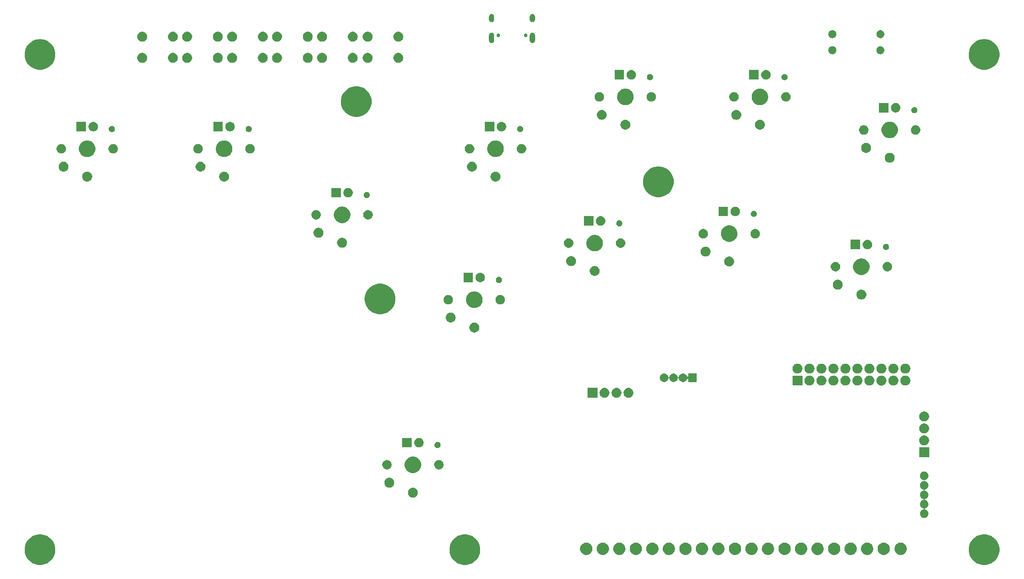
<source format=gbs>
G04 #@! TF.GenerationSoftware,KiCad,Pcbnew,(5.1.4)-1*
G04 #@! TF.CreationDate,2021-09-14T21:29:34-07:00*
G04 #@! TF.ProjectId,micro_hitbox_pcb,6d696372-6f5f-4686-9974-626f785f7063,rev?*
G04 #@! TF.SameCoordinates,Original*
G04 #@! TF.FileFunction,Soldermask,Bot*
G04 #@! TF.FilePolarity,Negative*
%FSLAX46Y46*%
G04 Gerber Fmt 4.6, Leading zero omitted, Abs format (unit mm)*
G04 Created by KiCad (PCBNEW (5.1.4)-1) date 2021-09-14 21:29:34*
%MOMM*%
%LPD*%
G04 APERTURE LIST*
%ADD10C,0.100000*%
G04 APERTURE END LIST*
D10*
G36*
X139463193Y-145290076D02*
G01*
X139777236Y-145352543D01*
X140368880Y-145597610D01*
X140795431Y-145882623D01*
X140901344Y-145953391D01*
X141354170Y-146406217D01*
X141709953Y-146938683D01*
X141955020Y-147530327D01*
X141955020Y-147530328D01*
X142079954Y-148158412D01*
X142079954Y-148798806D01*
X142017487Y-149112848D01*
X141955020Y-149426891D01*
X141709953Y-150018535D01*
X141424940Y-150445086D01*
X141354172Y-150550999D01*
X140901346Y-151003825D01*
X140368880Y-151359608D01*
X139777236Y-151604675D01*
X139463193Y-151667142D01*
X139149151Y-151729609D01*
X138508757Y-151729609D01*
X138194715Y-151667142D01*
X137880672Y-151604675D01*
X137289028Y-151359608D01*
X136756562Y-151003825D01*
X136303738Y-150551001D01*
X136303737Y-150550999D01*
X136232968Y-150445086D01*
X135947955Y-150018535D01*
X135702888Y-149426891D01*
X135640421Y-149112848D01*
X135577954Y-148798806D01*
X135577954Y-148158412D01*
X135702888Y-147530328D01*
X135702888Y-147530327D01*
X135947955Y-146938683D01*
X136303738Y-146406217D01*
X136756562Y-145953393D01*
X136756565Y-145953391D01*
X136862477Y-145882623D01*
X137289028Y-145597610D01*
X137880672Y-145352543D01*
X138194715Y-145290076D01*
X138508757Y-145227609D01*
X139149151Y-145227609D01*
X139463193Y-145290076D01*
X139463193Y-145290076D01*
G37*
G36*
X49463192Y-145290076D02*
G01*
X49777235Y-145352543D01*
X50368879Y-145597610D01*
X50795430Y-145882623D01*
X50901343Y-145953391D01*
X51354169Y-146406217D01*
X51709952Y-146938683D01*
X51955019Y-147530327D01*
X51955019Y-147530328D01*
X52079953Y-148158412D01*
X52079953Y-148798806D01*
X52017486Y-149112848D01*
X51955019Y-149426891D01*
X51709952Y-150018535D01*
X51424939Y-150445086D01*
X51354171Y-150550999D01*
X50901345Y-151003825D01*
X50368879Y-151359608D01*
X49777235Y-151604675D01*
X49463192Y-151667142D01*
X49149150Y-151729609D01*
X48508756Y-151729609D01*
X48194714Y-151667142D01*
X47880671Y-151604675D01*
X47289027Y-151359608D01*
X46756561Y-151003825D01*
X46303737Y-150551001D01*
X46303736Y-150550999D01*
X46232967Y-150445086D01*
X45947954Y-150018535D01*
X45702887Y-149426891D01*
X45640420Y-149112848D01*
X45577953Y-148798806D01*
X45577953Y-148158412D01*
X45702887Y-147530328D01*
X45702887Y-147530327D01*
X45947954Y-146938683D01*
X46303737Y-146406217D01*
X46756561Y-145953393D01*
X46756564Y-145953391D01*
X46862476Y-145882623D01*
X47289027Y-145597610D01*
X47880671Y-145352543D01*
X48194714Y-145290076D01*
X48508756Y-145227609D01*
X49149150Y-145227609D01*
X49463192Y-145290076D01*
X49463192Y-145290076D01*
G37*
G36*
X249463193Y-145290075D02*
G01*
X249777236Y-145352542D01*
X250368880Y-145597609D01*
X250795431Y-145882622D01*
X250901345Y-145953391D01*
X251354171Y-146406217D01*
X251424940Y-146512131D01*
X251709953Y-146938682D01*
X251955020Y-147530326D01*
X252079954Y-148158412D01*
X252079954Y-148798804D01*
X251955020Y-149426890D01*
X251709953Y-150018534D01*
X251424940Y-150445085D01*
X251354171Y-150550999D01*
X250901345Y-151003825D01*
X250795431Y-151074594D01*
X250368880Y-151359607D01*
X249777236Y-151604674D01*
X249463193Y-151667141D01*
X249149151Y-151729608D01*
X248508757Y-151729608D01*
X248194715Y-151667141D01*
X247880672Y-151604674D01*
X247289028Y-151359607D01*
X246862477Y-151074594D01*
X246756563Y-151003825D01*
X246303737Y-150550999D01*
X246232968Y-150445085D01*
X245947955Y-150018534D01*
X245702888Y-149426890D01*
X245577954Y-148798804D01*
X245577954Y-148158412D01*
X245702888Y-147530326D01*
X245947955Y-146938682D01*
X246232968Y-146512131D01*
X246303737Y-146406217D01*
X246756563Y-145953391D01*
X246862477Y-145882622D01*
X247289028Y-145597609D01*
X247880672Y-145352542D01*
X248194715Y-145290075D01*
X248508757Y-145227608D01*
X249149151Y-145227608D01*
X249463193Y-145290075D01*
X249463193Y-145290075D01*
G37*
G36*
X199935327Y-147035836D02*
G01*
X200172093Y-147133908D01*
X200172095Y-147133909D01*
X200385179Y-147276287D01*
X200566393Y-147457501D01*
X200708772Y-147670587D01*
X200806844Y-147907353D01*
X200856840Y-148158701D01*
X200856840Y-148414979D01*
X200806844Y-148666327D01*
X200751969Y-148798806D01*
X200708771Y-148903095D01*
X200566393Y-149116179D01*
X200385179Y-149297393D01*
X200172095Y-149439771D01*
X200172094Y-149439772D01*
X200172093Y-149439772D01*
X199935327Y-149537844D01*
X199683979Y-149587840D01*
X199427701Y-149587840D01*
X199176353Y-149537844D01*
X198939587Y-149439772D01*
X198939586Y-149439772D01*
X198939585Y-149439771D01*
X198726501Y-149297393D01*
X198545287Y-149116179D01*
X198402909Y-148903095D01*
X198359711Y-148798806D01*
X198304836Y-148666327D01*
X198254840Y-148414979D01*
X198254840Y-148158701D01*
X198304836Y-147907353D01*
X198402908Y-147670587D01*
X198545287Y-147457501D01*
X198726501Y-147276287D01*
X198939585Y-147133909D01*
X198939587Y-147133908D01*
X199176353Y-147035836D01*
X199427701Y-146985840D01*
X199683979Y-146985840D01*
X199935327Y-147035836D01*
X199935327Y-147035836D01*
G37*
G36*
X175435327Y-147035836D02*
G01*
X175672093Y-147133908D01*
X175672095Y-147133909D01*
X175885179Y-147276287D01*
X176066393Y-147457501D01*
X176208772Y-147670587D01*
X176306844Y-147907353D01*
X176356840Y-148158701D01*
X176356840Y-148414979D01*
X176306844Y-148666327D01*
X176251969Y-148798806D01*
X176208771Y-148903095D01*
X176066393Y-149116179D01*
X175885179Y-149297393D01*
X175672095Y-149439771D01*
X175672094Y-149439772D01*
X175672093Y-149439772D01*
X175435327Y-149537844D01*
X175183979Y-149587840D01*
X174927701Y-149587840D01*
X174676353Y-149537844D01*
X174439587Y-149439772D01*
X174439586Y-149439772D01*
X174439585Y-149439771D01*
X174226501Y-149297393D01*
X174045287Y-149116179D01*
X173902909Y-148903095D01*
X173859711Y-148798806D01*
X173804836Y-148666327D01*
X173754840Y-148414979D01*
X173754840Y-148158701D01*
X173804836Y-147907353D01*
X173902908Y-147670587D01*
X174045287Y-147457501D01*
X174226501Y-147276287D01*
X174439585Y-147133909D01*
X174439587Y-147133908D01*
X174676353Y-147035836D01*
X174927701Y-146985840D01*
X175183979Y-146985840D01*
X175435327Y-147035836D01*
X175435327Y-147035836D01*
G37*
G36*
X178935327Y-147035836D02*
G01*
X179172093Y-147133908D01*
X179172095Y-147133909D01*
X179385179Y-147276287D01*
X179566393Y-147457501D01*
X179708772Y-147670587D01*
X179806844Y-147907353D01*
X179856840Y-148158701D01*
X179856840Y-148414979D01*
X179806844Y-148666327D01*
X179751969Y-148798806D01*
X179708771Y-148903095D01*
X179566393Y-149116179D01*
X179385179Y-149297393D01*
X179172095Y-149439771D01*
X179172094Y-149439772D01*
X179172093Y-149439772D01*
X178935327Y-149537844D01*
X178683979Y-149587840D01*
X178427701Y-149587840D01*
X178176353Y-149537844D01*
X177939587Y-149439772D01*
X177939586Y-149439772D01*
X177939585Y-149439771D01*
X177726501Y-149297393D01*
X177545287Y-149116179D01*
X177402909Y-148903095D01*
X177359711Y-148798806D01*
X177304836Y-148666327D01*
X177254840Y-148414979D01*
X177254840Y-148158701D01*
X177304836Y-147907353D01*
X177402908Y-147670587D01*
X177545287Y-147457501D01*
X177726501Y-147276287D01*
X177939585Y-147133909D01*
X177939587Y-147133908D01*
X178176353Y-147035836D01*
X178427701Y-146985840D01*
X178683979Y-146985840D01*
X178935327Y-147035836D01*
X178935327Y-147035836D01*
G37*
G36*
X182435327Y-147035836D02*
G01*
X182672093Y-147133908D01*
X182672095Y-147133909D01*
X182885179Y-147276287D01*
X183066393Y-147457501D01*
X183208772Y-147670587D01*
X183306844Y-147907353D01*
X183356840Y-148158701D01*
X183356840Y-148414979D01*
X183306844Y-148666327D01*
X183251969Y-148798806D01*
X183208771Y-148903095D01*
X183066393Y-149116179D01*
X182885179Y-149297393D01*
X182672095Y-149439771D01*
X182672094Y-149439772D01*
X182672093Y-149439772D01*
X182435327Y-149537844D01*
X182183979Y-149587840D01*
X181927701Y-149587840D01*
X181676353Y-149537844D01*
X181439587Y-149439772D01*
X181439586Y-149439772D01*
X181439585Y-149439771D01*
X181226501Y-149297393D01*
X181045287Y-149116179D01*
X180902909Y-148903095D01*
X180859711Y-148798806D01*
X180804836Y-148666327D01*
X180754840Y-148414979D01*
X180754840Y-148158701D01*
X180804836Y-147907353D01*
X180902908Y-147670587D01*
X181045287Y-147457501D01*
X181226501Y-147276287D01*
X181439585Y-147133909D01*
X181439587Y-147133908D01*
X181676353Y-147035836D01*
X181927701Y-146985840D01*
X182183979Y-146985840D01*
X182435327Y-147035836D01*
X182435327Y-147035836D01*
G37*
G36*
X185935327Y-147035836D02*
G01*
X186172093Y-147133908D01*
X186172095Y-147133909D01*
X186385179Y-147276287D01*
X186566393Y-147457501D01*
X186708772Y-147670587D01*
X186806844Y-147907353D01*
X186856840Y-148158701D01*
X186856840Y-148414979D01*
X186806844Y-148666327D01*
X186751969Y-148798806D01*
X186708771Y-148903095D01*
X186566393Y-149116179D01*
X186385179Y-149297393D01*
X186172095Y-149439771D01*
X186172094Y-149439772D01*
X186172093Y-149439772D01*
X185935327Y-149537844D01*
X185683979Y-149587840D01*
X185427701Y-149587840D01*
X185176353Y-149537844D01*
X184939587Y-149439772D01*
X184939586Y-149439772D01*
X184939585Y-149439771D01*
X184726501Y-149297393D01*
X184545287Y-149116179D01*
X184402909Y-148903095D01*
X184359711Y-148798806D01*
X184304836Y-148666327D01*
X184254840Y-148414979D01*
X184254840Y-148158701D01*
X184304836Y-147907353D01*
X184402908Y-147670587D01*
X184545287Y-147457501D01*
X184726501Y-147276287D01*
X184939585Y-147133909D01*
X184939587Y-147133908D01*
X185176353Y-147035836D01*
X185427701Y-146985840D01*
X185683979Y-146985840D01*
X185935327Y-147035836D01*
X185935327Y-147035836D01*
G37*
G36*
X189435327Y-147035836D02*
G01*
X189672093Y-147133908D01*
X189672095Y-147133909D01*
X189885179Y-147276287D01*
X190066393Y-147457501D01*
X190208772Y-147670587D01*
X190306844Y-147907353D01*
X190356840Y-148158701D01*
X190356840Y-148414979D01*
X190306844Y-148666327D01*
X190251969Y-148798806D01*
X190208771Y-148903095D01*
X190066393Y-149116179D01*
X189885179Y-149297393D01*
X189672095Y-149439771D01*
X189672094Y-149439772D01*
X189672093Y-149439772D01*
X189435327Y-149537844D01*
X189183979Y-149587840D01*
X188927701Y-149587840D01*
X188676353Y-149537844D01*
X188439587Y-149439772D01*
X188439586Y-149439772D01*
X188439585Y-149439771D01*
X188226501Y-149297393D01*
X188045287Y-149116179D01*
X187902909Y-148903095D01*
X187859711Y-148798806D01*
X187804836Y-148666327D01*
X187754840Y-148414979D01*
X187754840Y-148158701D01*
X187804836Y-147907353D01*
X187902908Y-147670587D01*
X188045287Y-147457501D01*
X188226501Y-147276287D01*
X188439585Y-147133909D01*
X188439587Y-147133908D01*
X188676353Y-147035836D01*
X188927701Y-146985840D01*
X189183979Y-146985840D01*
X189435327Y-147035836D01*
X189435327Y-147035836D01*
G37*
G36*
X192935327Y-147035836D02*
G01*
X193172093Y-147133908D01*
X193172095Y-147133909D01*
X193385179Y-147276287D01*
X193566393Y-147457501D01*
X193708772Y-147670587D01*
X193806844Y-147907353D01*
X193856840Y-148158701D01*
X193856840Y-148414979D01*
X193806844Y-148666327D01*
X193751969Y-148798806D01*
X193708771Y-148903095D01*
X193566393Y-149116179D01*
X193385179Y-149297393D01*
X193172095Y-149439771D01*
X193172094Y-149439772D01*
X193172093Y-149439772D01*
X192935327Y-149537844D01*
X192683979Y-149587840D01*
X192427701Y-149587840D01*
X192176353Y-149537844D01*
X191939587Y-149439772D01*
X191939586Y-149439772D01*
X191939585Y-149439771D01*
X191726501Y-149297393D01*
X191545287Y-149116179D01*
X191402909Y-148903095D01*
X191359711Y-148798806D01*
X191304836Y-148666327D01*
X191254840Y-148414979D01*
X191254840Y-148158701D01*
X191304836Y-147907353D01*
X191402908Y-147670587D01*
X191545287Y-147457501D01*
X191726501Y-147276287D01*
X191939585Y-147133909D01*
X191939587Y-147133908D01*
X192176353Y-147035836D01*
X192427701Y-146985840D01*
X192683979Y-146985840D01*
X192935327Y-147035836D01*
X192935327Y-147035836D01*
G37*
G36*
X196435327Y-147035836D02*
G01*
X196672093Y-147133908D01*
X196672095Y-147133909D01*
X196885179Y-147276287D01*
X197066393Y-147457501D01*
X197208772Y-147670587D01*
X197306844Y-147907353D01*
X197356840Y-148158701D01*
X197356840Y-148414979D01*
X197306844Y-148666327D01*
X197251969Y-148798806D01*
X197208771Y-148903095D01*
X197066393Y-149116179D01*
X196885179Y-149297393D01*
X196672095Y-149439771D01*
X196672094Y-149439772D01*
X196672093Y-149439772D01*
X196435327Y-149537844D01*
X196183979Y-149587840D01*
X195927701Y-149587840D01*
X195676353Y-149537844D01*
X195439587Y-149439772D01*
X195439586Y-149439772D01*
X195439585Y-149439771D01*
X195226501Y-149297393D01*
X195045287Y-149116179D01*
X194902909Y-148903095D01*
X194859711Y-148798806D01*
X194804836Y-148666327D01*
X194754840Y-148414979D01*
X194754840Y-148158701D01*
X194804836Y-147907353D01*
X194902908Y-147670587D01*
X195045287Y-147457501D01*
X195226501Y-147276287D01*
X195439585Y-147133909D01*
X195439587Y-147133908D01*
X195676353Y-147035836D01*
X195927701Y-146985840D01*
X196183979Y-146985840D01*
X196435327Y-147035836D01*
X196435327Y-147035836D01*
G37*
G36*
X203435327Y-147035836D02*
G01*
X203672093Y-147133908D01*
X203672095Y-147133909D01*
X203885179Y-147276287D01*
X204066393Y-147457501D01*
X204208772Y-147670587D01*
X204306844Y-147907353D01*
X204356840Y-148158701D01*
X204356840Y-148414979D01*
X204306844Y-148666327D01*
X204251969Y-148798806D01*
X204208771Y-148903095D01*
X204066393Y-149116179D01*
X203885179Y-149297393D01*
X203672095Y-149439771D01*
X203672094Y-149439772D01*
X203672093Y-149439772D01*
X203435327Y-149537844D01*
X203183979Y-149587840D01*
X202927701Y-149587840D01*
X202676353Y-149537844D01*
X202439587Y-149439772D01*
X202439586Y-149439772D01*
X202439585Y-149439771D01*
X202226501Y-149297393D01*
X202045287Y-149116179D01*
X201902909Y-148903095D01*
X201859711Y-148798806D01*
X201804836Y-148666327D01*
X201754840Y-148414979D01*
X201754840Y-148158701D01*
X201804836Y-147907353D01*
X201902908Y-147670587D01*
X202045287Y-147457501D01*
X202226501Y-147276287D01*
X202439585Y-147133909D01*
X202439587Y-147133908D01*
X202676353Y-147035836D01*
X202927701Y-146985840D01*
X203183979Y-146985840D01*
X203435327Y-147035836D01*
X203435327Y-147035836D01*
G37*
G36*
X206935327Y-147035836D02*
G01*
X207172093Y-147133908D01*
X207172095Y-147133909D01*
X207385179Y-147276287D01*
X207566393Y-147457501D01*
X207708772Y-147670587D01*
X207806844Y-147907353D01*
X207856840Y-148158701D01*
X207856840Y-148414979D01*
X207806844Y-148666327D01*
X207751969Y-148798806D01*
X207708771Y-148903095D01*
X207566393Y-149116179D01*
X207385179Y-149297393D01*
X207172095Y-149439771D01*
X207172094Y-149439772D01*
X207172093Y-149439772D01*
X206935327Y-149537844D01*
X206683979Y-149587840D01*
X206427701Y-149587840D01*
X206176353Y-149537844D01*
X205939587Y-149439772D01*
X205939586Y-149439772D01*
X205939585Y-149439771D01*
X205726501Y-149297393D01*
X205545287Y-149116179D01*
X205402909Y-148903095D01*
X205359711Y-148798806D01*
X205304836Y-148666327D01*
X205254840Y-148414979D01*
X205254840Y-148158701D01*
X205304836Y-147907353D01*
X205402908Y-147670587D01*
X205545287Y-147457501D01*
X205726501Y-147276287D01*
X205939585Y-147133909D01*
X205939587Y-147133908D01*
X206176353Y-147035836D01*
X206427701Y-146985840D01*
X206683979Y-146985840D01*
X206935327Y-147035836D01*
X206935327Y-147035836D01*
G37*
G36*
X171935327Y-147035836D02*
G01*
X172172093Y-147133908D01*
X172172095Y-147133909D01*
X172385179Y-147276287D01*
X172566393Y-147457501D01*
X172708772Y-147670587D01*
X172806844Y-147907353D01*
X172856840Y-148158701D01*
X172856840Y-148414979D01*
X172806844Y-148666327D01*
X172751969Y-148798806D01*
X172708771Y-148903095D01*
X172566393Y-149116179D01*
X172385179Y-149297393D01*
X172172095Y-149439771D01*
X172172094Y-149439772D01*
X172172093Y-149439772D01*
X171935327Y-149537844D01*
X171683979Y-149587840D01*
X171427701Y-149587840D01*
X171176353Y-149537844D01*
X170939587Y-149439772D01*
X170939586Y-149439772D01*
X170939585Y-149439771D01*
X170726501Y-149297393D01*
X170545287Y-149116179D01*
X170402909Y-148903095D01*
X170359711Y-148798806D01*
X170304836Y-148666327D01*
X170254840Y-148414979D01*
X170254840Y-148158701D01*
X170304836Y-147907353D01*
X170402908Y-147670587D01*
X170545287Y-147457501D01*
X170726501Y-147276287D01*
X170939585Y-147133909D01*
X170939587Y-147133908D01*
X171176353Y-147035836D01*
X171427701Y-146985840D01*
X171683979Y-146985840D01*
X171935327Y-147035836D01*
X171935327Y-147035836D01*
G37*
G36*
X213935327Y-147035836D02*
G01*
X214172093Y-147133908D01*
X214172095Y-147133909D01*
X214385179Y-147276287D01*
X214566393Y-147457501D01*
X214708772Y-147670587D01*
X214806844Y-147907353D01*
X214856840Y-148158701D01*
X214856840Y-148414979D01*
X214806844Y-148666327D01*
X214751969Y-148798806D01*
X214708771Y-148903095D01*
X214566393Y-149116179D01*
X214385179Y-149297393D01*
X214172095Y-149439771D01*
X214172094Y-149439772D01*
X214172093Y-149439772D01*
X213935327Y-149537844D01*
X213683979Y-149587840D01*
X213427701Y-149587840D01*
X213176353Y-149537844D01*
X212939587Y-149439772D01*
X212939586Y-149439772D01*
X212939585Y-149439771D01*
X212726501Y-149297393D01*
X212545287Y-149116179D01*
X212402909Y-148903095D01*
X212359711Y-148798806D01*
X212304836Y-148666327D01*
X212254840Y-148414979D01*
X212254840Y-148158701D01*
X212304836Y-147907353D01*
X212402908Y-147670587D01*
X212545287Y-147457501D01*
X212726501Y-147276287D01*
X212939585Y-147133909D01*
X212939587Y-147133908D01*
X213176353Y-147035836D01*
X213427701Y-146985840D01*
X213683979Y-146985840D01*
X213935327Y-147035836D01*
X213935327Y-147035836D01*
G37*
G36*
X217435327Y-147035836D02*
G01*
X217672093Y-147133908D01*
X217672095Y-147133909D01*
X217885179Y-147276287D01*
X218066393Y-147457501D01*
X218208772Y-147670587D01*
X218306844Y-147907353D01*
X218356840Y-148158701D01*
X218356840Y-148414979D01*
X218306844Y-148666327D01*
X218251969Y-148798806D01*
X218208771Y-148903095D01*
X218066393Y-149116179D01*
X217885179Y-149297393D01*
X217672095Y-149439771D01*
X217672094Y-149439772D01*
X217672093Y-149439772D01*
X217435327Y-149537844D01*
X217183979Y-149587840D01*
X216927701Y-149587840D01*
X216676353Y-149537844D01*
X216439587Y-149439772D01*
X216439586Y-149439772D01*
X216439585Y-149439771D01*
X216226501Y-149297393D01*
X216045287Y-149116179D01*
X215902909Y-148903095D01*
X215859711Y-148798806D01*
X215804836Y-148666327D01*
X215754840Y-148414979D01*
X215754840Y-148158701D01*
X215804836Y-147907353D01*
X215902908Y-147670587D01*
X216045287Y-147457501D01*
X216226501Y-147276287D01*
X216439585Y-147133909D01*
X216439587Y-147133908D01*
X216676353Y-147035836D01*
X216927701Y-146985840D01*
X217183979Y-146985840D01*
X217435327Y-147035836D01*
X217435327Y-147035836D01*
G37*
G36*
X220935327Y-147035836D02*
G01*
X221172093Y-147133908D01*
X221172095Y-147133909D01*
X221385179Y-147276287D01*
X221566393Y-147457501D01*
X221708772Y-147670587D01*
X221806844Y-147907353D01*
X221856840Y-148158701D01*
X221856840Y-148414979D01*
X221806844Y-148666327D01*
X221751969Y-148798806D01*
X221708771Y-148903095D01*
X221566393Y-149116179D01*
X221385179Y-149297393D01*
X221172095Y-149439771D01*
X221172094Y-149439772D01*
X221172093Y-149439772D01*
X220935327Y-149537844D01*
X220683979Y-149587840D01*
X220427701Y-149587840D01*
X220176353Y-149537844D01*
X219939587Y-149439772D01*
X219939586Y-149439772D01*
X219939585Y-149439771D01*
X219726501Y-149297393D01*
X219545287Y-149116179D01*
X219402909Y-148903095D01*
X219359711Y-148798806D01*
X219304836Y-148666327D01*
X219254840Y-148414979D01*
X219254840Y-148158701D01*
X219304836Y-147907353D01*
X219402908Y-147670587D01*
X219545287Y-147457501D01*
X219726501Y-147276287D01*
X219939585Y-147133909D01*
X219939587Y-147133908D01*
X220176353Y-147035836D01*
X220427701Y-146985840D01*
X220683979Y-146985840D01*
X220935327Y-147035836D01*
X220935327Y-147035836D01*
G37*
G36*
X224435327Y-147035836D02*
G01*
X224672093Y-147133908D01*
X224672095Y-147133909D01*
X224885179Y-147276287D01*
X225066393Y-147457501D01*
X225208772Y-147670587D01*
X225306844Y-147907353D01*
X225356840Y-148158701D01*
X225356840Y-148414979D01*
X225306844Y-148666327D01*
X225251969Y-148798806D01*
X225208771Y-148903095D01*
X225066393Y-149116179D01*
X224885179Y-149297393D01*
X224672095Y-149439771D01*
X224672094Y-149439772D01*
X224672093Y-149439772D01*
X224435327Y-149537844D01*
X224183979Y-149587840D01*
X223927701Y-149587840D01*
X223676353Y-149537844D01*
X223439587Y-149439772D01*
X223439586Y-149439772D01*
X223439585Y-149439771D01*
X223226501Y-149297393D01*
X223045287Y-149116179D01*
X222902909Y-148903095D01*
X222859711Y-148798806D01*
X222804836Y-148666327D01*
X222754840Y-148414979D01*
X222754840Y-148158701D01*
X222804836Y-147907353D01*
X222902908Y-147670587D01*
X223045287Y-147457501D01*
X223226501Y-147276287D01*
X223439585Y-147133909D01*
X223439587Y-147133908D01*
X223676353Y-147035836D01*
X223927701Y-146985840D01*
X224183979Y-146985840D01*
X224435327Y-147035836D01*
X224435327Y-147035836D01*
G37*
G36*
X227935327Y-147035836D02*
G01*
X228172093Y-147133908D01*
X228172095Y-147133909D01*
X228385179Y-147276287D01*
X228566393Y-147457501D01*
X228708772Y-147670587D01*
X228806844Y-147907353D01*
X228856840Y-148158701D01*
X228856840Y-148414979D01*
X228806844Y-148666327D01*
X228751969Y-148798806D01*
X228708771Y-148903095D01*
X228566393Y-149116179D01*
X228385179Y-149297393D01*
X228172095Y-149439771D01*
X228172094Y-149439772D01*
X228172093Y-149439772D01*
X227935327Y-149537844D01*
X227683979Y-149587840D01*
X227427701Y-149587840D01*
X227176353Y-149537844D01*
X226939587Y-149439772D01*
X226939586Y-149439772D01*
X226939585Y-149439771D01*
X226726501Y-149297393D01*
X226545287Y-149116179D01*
X226402909Y-148903095D01*
X226359711Y-148798806D01*
X226304836Y-148666327D01*
X226254840Y-148414979D01*
X226254840Y-148158701D01*
X226304836Y-147907353D01*
X226402908Y-147670587D01*
X226545287Y-147457501D01*
X226726501Y-147276287D01*
X226939585Y-147133909D01*
X226939587Y-147133908D01*
X227176353Y-147035836D01*
X227427701Y-146985840D01*
X227683979Y-146985840D01*
X227935327Y-147035836D01*
X227935327Y-147035836D01*
G37*
G36*
X231525327Y-147035836D02*
G01*
X231762093Y-147133908D01*
X231762095Y-147133909D01*
X231975179Y-147276287D01*
X232156393Y-147457501D01*
X232298772Y-147670587D01*
X232396844Y-147907353D01*
X232446840Y-148158701D01*
X232446840Y-148414979D01*
X232396844Y-148666327D01*
X232341969Y-148798806D01*
X232298771Y-148903095D01*
X232156393Y-149116179D01*
X231975179Y-149297393D01*
X231762095Y-149439771D01*
X231762094Y-149439772D01*
X231762093Y-149439772D01*
X231525327Y-149537844D01*
X231273979Y-149587840D01*
X231017701Y-149587840D01*
X230766353Y-149537844D01*
X230529587Y-149439772D01*
X230529586Y-149439772D01*
X230529585Y-149439771D01*
X230316501Y-149297393D01*
X230135287Y-149116179D01*
X229992909Y-148903095D01*
X229949711Y-148798806D01*
X229894836Y-148666327D01*
X229844840Y-148414979D01*
X229844840Y-148158701D01*
X229894836Y-147907353D01*
X229992908Y-147670587D01*
X230135287Y-147457501D01*
X230316501Y-147276287D01*
X230529585Y-147133909D01*
X230529587Y-147133908D01*
X230766353Y-147035836D01*
X231017701Y-146985840D01*
X231273979Y-146985840D01*
X231525327Y-147035836D01*
X231525327Y-147035836D01*
G37*
G36*
X168435327Y-147035836D02*
G01*
X168672093Y-147133908D01*
X168672095Y-147133909D01*
X168885179Y-147276287D01*
X169066393Y-147457501D01*
X169208772Y-147670587D01*
X169306844Y-147907353D01*
X169356840Y-148158701D01*
X169356840Y-148414979D01*
X169306844Y-148666327D01*
X169251969Y-148798806D01*
X169208771Y-148903095D01*
X169066393Y-149116179D01*
X168885179Y-149297393D01*
X168672095Y-149439771D01*
X168672094Y-149439772D01*
X168672093Y-149439772D01*
X168435327Y-149537844D01*
X168183979Y-149587840D01*
X167927701Y-149587840D01*
X167676353Y-149537844D01*
X167439587Y-149439772D01*
X167439586Y-149439772D01*
X167439585Y-149439771D01*
X167226501Y-149297393D01*
X167045287Y-149116179D01*
X166902909Y-148903095D01*
X166859711Y-148798806D01*
X166804836Y-148666327D01*
X166754840Y-148414979D01*
X166754840Y-148158701D01*
X166804836Y-147907353D01*
X166902908Y-147670587D01*
X167045287Y-147457501D01*
X167226501Y-147276287D01*
X167439585Y-147133909D01*
X167439587Y-147133908D01*
X167676353Y-147035836D01*
X167927701Y-146985840D01*
X168183979Y-146985840D01*
X168435327Y-147035836D01*
X168435327Y-147035836D01*
G37*
G36*
X164935327Y-147035836D02*
G01*
X165172093Y-147133908D01*
X165172095Y-147133909D01*
X165385179Y-147276287D01*
X165566393Y-147457501D01*
X165708772Y-147670587D01*
X165806844Y-147907353D01*
X165856840Y-148158701D01*
X165856840Y-148414979D01*
X165806844Y-148666327D01*
X165751969Y-148798806D01*
X165708771Y-148903095D01*
X165566393Y-149116179D01*
X165385179Y-149297393D01*
X165172095Y-149439771D01*
X165172094Y-149439772D01*
X165172093Y-149439772D01*
X164935327Y-149537844D01*
X164683979Y-149587840D01*
X164427701Y-149587840D01*
X164176353Y-149537844D01*
X163939587Y-149439772D01*
X163939586Y-149439772D01*
X163939585Y-149439771D01*
X163726501Y-149297393D01*
X163545287Y-149116179D01*
X163402909Y-148903095D01*
X163359711Y-148798806D01*
X163304836Y-148666327D01*
X163254840Y-148414979D01*
X163254840Y-148158701D01*
X163304836Y-147907353D01*
X163402908Y-147670587D01*
X163545287Y-147457501D01*
X163726501Y-147276287D01*
X163939585Y-147133909D01*
X163939587Y-147133908D01*
X164176353Y-147035836D01*
X164427701Y-146985840D01*
X164683979Y-146985840D01*
X164935327Y-147035836D01*
X164935327Y-147035836D01*
G37*
G36*
X210435327Y-147035836D02*
G01*
X210672093Y-147133908D01*
X210672095Y-147133909D01*
X210885179Y-147276287D01*
X211066393Y-147457501D01*
X211208772Y-147670587D01*
X211306844Y-147907353D01*
X211356840Y-148158701D01*
X211356840Y-148414979D01*
X211306844Y-148666327D01*
X211251969Y-148798806D01*
X211208771Y-148903095D01*
X211066393Y-149116179D01*
X210885179Y-149297393D01*
X210672095Y-149439771D01*
X210672094Y-149439772D01*
X210672093Y-149439772D01*
X210435327Y-149537844D01*
X210183979Y-149587840D01*
X209927701Y-149587840D01*
X209676353Y-149537844D01*
X209439587Y-149439772D01*
X209439586Y-149439772D01*
X209439585Y-149439771D01*
X209226501Y-149297393D01*
X209045287Y-149116179D01*
X208902909Y-148903095D01*
X208859711Y-148798806D01*
X208804836Y-148666327D01*
X208754840Y-148414979D01*
X208754840Y-148158701D01*
X208804836Y-147907353D01*
X208902908Y-147670587D01*
X209045287Y-147457501D01*
X209226501Y-147276287D01*
X209439585Y-147133909D01*
X209439587Y-147133908D01*
X209676353Y-147035836D01*
X209927701Y-146985840D01*
X210183979Y-146985840D01*
X210435327Y-147035836D01*
X210435327Y-147035836D01*
G37*
G36*
X236243352Y-131921767D02*
G01*
X236392652Y-131951464D01*
X236556624Y-132019384D01*
X236704194Y-132117987D01*
X236829693Y-132243486D01*
X236928296Y-132391056D01*
X236996216Y-132555028D01*
X237030840Y-132729099D01*
X237030840Y-132906581D01*
X236996216Y-133080652D01*
X236928296Y-133244624D01*
X236829693Y-133392194D01*
X236704194Y-133517693D01*
X236556624Y-133616296D01*
X236392652Y-133684216D01*
X236266825Y-133709244D01*
X236243379Y-133716356D01*
X236221768Y-133727907D01*
X236202826Y-133743452D01*
X236187281Y-133762394D01*
X236175730Y-133784005D01*
X236168617Y-133807454D01*
X236166215Y-133831840D01*
X236168617Y-133856226D01*
X236175730Y-133879675D01*
X236187281Y-133901286D01*
X236202826Y-133920228D01*
X236221768Y-133935773D01*
X236243379Y-133947324D01*
X236266825Y-133954436D01*
X236392652Y-133979464D01*
X236556624Y-134047384D01*
X236704194Y-134145987D01*
X236829693Y-134271486D01*
X236928296Y-134419056D01*
X236996216Y-134583028D01*
X237030840Y-134757099D01*
X237030840Y-134934581D01*
X236996216Y-135108652D01*
X236928296Y-135272624D01*
X236829693Y-135420194D01*
X236704194Y-135545693D01*
X236556624Y-135644296D01*
X236392652Y-135712216D01*
X236337202Y-135723245D01*
X236313762Y-135730356D01*
X236292151Y-135741907D01*
X236273209Y-135757453D01*
X236257664Y-135776395D01*
X236246113Y-135798005D01*
X236239000Y-135821454D01*
X236236598Y-135845840D01*
X236239000Y-135870227D01*
X236246113Y-135893675D01*
X236257664Y-135915286D01*
X236273210Y-135934228D01*
X236292152Y-135949773D01*
X236313762Y-135961324D01*
X236337202Y-135968435D01*
X236392652Y-135979464D01*
X236556624Y-136047384D01*
X236704194Y-136145987D01*
X236829693Y-136271486D01*
X236928296Y-136419056D01*
X236996216Y-136583028D01*
X237030840Y-136757099D01*
X237030840Y-136934581D01*
X236996216Y-137108652D01*
X236928296Y-137272624D01*
X236829693Y-137420194D01*
X236704194Y-137545693D01*
X236556624Y-137644296D01*
X236392652Y-137712216D01*
X236337202Y-137723245D01*
X236313762Y-137730356D01*
X236292151Y-137741907D01*
X236273209Y-137757453D01*
X236257664Y-137776395D01*
X236246113Y-137798005D01*
X236239000Y-137821454D01*
X236236598Y-137845840D01*
X236239000Y-137870227D01*
X236246113Y-137893675D01*
X236257664Y-137915286D01*
X236273210Y-137934228D01*
X236292152Y-137949773D01*
X236313762Y-137961324D01*
X236337202Y-137968435D01*
X236392652Y-137979464D01*
X236556624Y-138047384D01*
X236704194Y-138145987D01*
X236829693Y-138271486D01*
X236928296Y-138419056D01*
X236996216Y-138583028D01*
X237030840Y-138757099D01*
X237030840Y-138934581D01*
X236996216Y-139108652D01*
X236928296Y-139272624D01*
X236829693Y-139420194D01*
X236704194Y-139545693D01*
X236556624Y-139644296D01*
X236392652Y-139712216D01*
X236337202Y-139723245D01*
X236313762Y-139730356D01*
X236292151Y-139741907D01*
X236273209Y-139757453D01*
X236257664Y-139776395D01*
X236246113Y-139798005D01*
X236239000Y-139821454D01*
X236236598Y-139845840D01*
X236239000Y-139870227D01*
X236246113Y-139893675D01*
X236257664Y-139915286D01*
X236273210Y-139934228D01*
X236292152Y-139949773D01*
X236313762Y-139961324D01*
X236337202Y-139968435D01*
X236392652Y-139979464D01*
X236556624Y-140047384D01*
X236704194Y-140145987D01*
X236829693Y-140271486D01*
X236928296Y-140419056D01*
X236996216Y-140583028D01*
X237030840Y-140757099D01*
X237030840Y-140934581D01*
X236996216Y-141108652D01*
X236928296Y-141272624D01*
X236829693Y-141420194D01*
X236704194Y-141545693D01*
X236556624Y-141644296D01*
X236392652Y-141712216D01*
X236243352Y-141741913D01*
X236218582Y-141746840D01*
X236041098Y-141746840D01*
X236016328Y-141741913D01*
X235867028Y-141712216D01*
X235703056Y-141644296D01*
X235555486Y-141545693D01*
X235429987Y-141420194D01*
X235331384Y-141272624D01*
X235263464Y-141108652D01*
X235228840Y-140934581D01*
X235228840Y-140757099D01*
X235263464Y-140583028D01*
X235331384Y-140419056D01*
X235429987Y-140271486D01*
X235555486Y-140145987D01*
X235703056Y-140047384D01*
X235867028Y-139979464D01*
X235922478Y-139968435D01*
X235945918Y-139961324D01*
X235967529Y-139949773D01*
X235986471Y-139934227D01*
X236002016Y-139915285D01*
X236013567Y-139893675D01*
X236020680Y-139870226D01*
X236023082Y-139845840D01*
X236020680Y-139821453D01*
X236013567Y-139798005D01*
X236002016Y-139776394D01*
X235986470Y-139757452D01*
X235967528Y-139741907D01*
X235945918Y-139730356D01*
X235922478Y-139723245D01*
X235867028Y-139712216D01*
X235703056Y-139644296D01*
X235555486Y-139545693D01*
X235429987Y-139420194D01*
X235331384Y-139272624D01*
X235263464Y-139108652D01*
X235228840Y-138934581D01*
X235228840Y-138757099D01*
X235263464Y-138583028D01*
X235331384Y-138419056D01*
X235429987Y-138271486D01*
X235555486Y-138145987D01*
X235703056Y-138047384D01*
X235867028Y-137979464D01*
X235922478Y-137968435D01*
X235945918Y-137961324D01*
X235967529Y-137949773D01*
X235986471Y-137934227D01*
X236002016Y-137915285D01*
X236013567Y-137893675D01*
X236020680Y-137870226D01*
X236023082Y-137845840D01*
X236020680Y-137821453D01*
X236013567Y-137798005D01*
X236002016Y-137776394D01*
X235986470Y-137757452D01*
X235967528Y-137741907D01*
X235945918Y-137730356D01*
X235922478Y-137723245D01*
X235867028Y-137712216D01*
X235703056Y-137644296D01*
X235555486Y-137545693D01*
X235429987Y-137420194D01*
X235331384Y-137272624D01*
X235263464Y-137108652D01*
X235228840Y-136934581D01*
X235228840Y-136757099D01*
X235263464Y-136583028D01*
X235331384Y-136419056D01*
X235429987Y-136271486D01*
X235555486Y-136145987D01*
X235703056Y-136047384D01*
X235867028Y-135979464D01*
X235922478Y-135968435D01*
X235945918Y-135961324D01*
X235967529Y-135949773D01*
X235986471Y-135934227D01*
X236002016Y-135915285D01*
X236013567Y-135893675D01*
X236020680Y-135870226D01*
X236023082Y-135845840D01*
X236020680Y-135821453D01*
X236013567Y-135798005D01*
X236002016Y-135776394D01*
X235986470Y-135757452D01*
X235967528Y-135741907D01*
X235945918Y-135730356D01*
X235922478Y-135723245D01*
X235867028Y-135712216D01*
X235703056Y-135644296D01*
X235555486Y-135545693D01*
X235429987Y-135420194D01*
X235331384Y-135272624D01*
X235263464Y-135108652D01*
X235228840Y-134934581D01*
X235228840Y-134757099D01*
X235263464Y-134583028D01*
X235331384Y-134419056D01*
X235429987Y-134271486D01*
X235555486Y-134145987D01*
X235703056Y-134047384D01*
X235867028Y-133979464D01*
X235992855Y-133954436D01*
X236016301Y-133947324D01*
X236037912Y-133935773D01*
X236056854Y-133920228D01*
X236072399Y-133901286D01*
X236083950Y-133879675D01*
X236091063Y-133856226D01*
X236093465Y-133831840D01*
X236091063Y-133807454D01*
X236083950Y-133784005D01*
X236072399Y-133762394D01*
X236056854Y-133743452D01*
X236037912Y-133727907D01*
X236016301Y-133716356D01*
X235992855Y-133709244D01*
X235867028Y-133684216D01*
X235703056Y-133616296D01*
X235555486Y-133517693D01*
X235429987Y-133392194D01*
X235331384Y-133244624D01*
X235263464Y-133080652D01*
X235228840Y-132906581D01*
X235228840Y-132729099D01*
X235263464Y-132555028D01*
X235331384Y-132391056D01*
X235429987Y-132243486D01*
X235555486Y-132117987D01*
X235703056Y-132019384D01*
X235867028Y-131951464D01*
X236016328Y-131921767D01*
X236041098Y-131916840D01*
X236218582Y-131916840D01*
X236243352Y-131921767D01*
X236243352Y-131921767D01*
G37*
G36*
X128135518Y-135367998D02*
G01*
X128326787Y-135447224D01*
X128326789Y-135447225D01*
X128498927Y-135562244D01*
X128645319Y-135708636D01*
X128753291Y-135870227D01*
X128760339Y-135880776D01*
X128839565Y-136072045D01*
X128879954Y-136275093D01*
X128879954Y-136482125D01*
X128839565Y-136685173D01*
X128809772Y-136757099D01*
X128760338Y-136876444D01*
X128645319Y-137048582D01*
X128498927Y-137194974D01*
X128326789Y-137309993D01*
X128326788Y-137309994D01*
X128326787Y-137309994D01*
X128135518Y-137389220D01*
X127932470Y-137429609D01*
X127725438Y-137429609D01*
X127522390Y-137389220D01*
X127331121Y-137309994D01*
X127331120Y-137309994D01*
X127331119Y-137309993D01*
X127158981Y-137194974D01*
X127012589Y-137048582D01*
X126897570Y-136876444D01*
X126848136Y-136757099D01*
X126818343Y-136685173D01*
X126777954Y-136482125D01*
X126777954Y-136275093D01*
X126818343Y-136072045D01*
X126897569Y-135880776D01*
X126904618Y-135870227D01*
X127012589Y-135708636D01*
X127158981Y-135562244D01*
X127331119Y-135447225D01*
X127331121Y-135447224D01*
X127522390Y-135367998D01*
X127725438Y-135327609D01*
X127932470Y-135327609D01*
X128135518Y-135367998D01*
X128135518Y-135367998D01*
G37*
G36*
X123135518Y-133267998D02*
G01*
X123326787Y-133347224D01*
X123326789Y-133347225D01*
X123394088Y-133392193D01*
X123498927Y-133462244D01*
X123645319Y-133608636D01*
X123760339Y-133780776D01*
X123839565Y-133972045D01*
X123879954Y-134175093D01*
X123879954Y-134382125D01*
X123839565Y-134585173D01*
X123768351Y-134757099D01*
X123760338Y-134776444D01*
X123645319Y-134948582D01*
X123498927Y-135094974D01*
X123326789Y-135209993D01*
X123326788Y-135209994D01*
X123326787Y-135209994D01*
X123135518Y-135289220D01*
X122932470Y-135329609D01*
X122725438Y-135329609D01*
X122522390Y-135289220D01*
X122331121Y-135209994D01*
X122331120Y-135209994D01*
X122331119Y-135209993D01*
X122158981Y-135094974D01*
X122012589Y-134948582D01*
X121897570Y-134776444D01*
X121889557Y-134757099D01*
X121818343Y-134585173D01*
X121777954Y-134382125D01*
X121777954Y-134175093D01*
X121818343Y-133972045D01*
X121897569Y-133780776D01*
X122012589Y-133608636D01*
X122158981Y-133462244D01*
X122263820Y-133392193D01*
X122331119Y-133347225D01*
X122331121Y-133347224D01*
X122522390Y-133267998D01*
X122725438Y-133227609D01*
X122932470Y-133227609D01*
X123135518Y-133267998D01*
X123135518Y-133267998D01*
G37*
G36*
X128226939Y-128772469D02*
G01*
X128339702Y-128794899D01*
X128471695Y-128849572D01*
X128658362Y-128926892D01*
X128945150Y-129118518D01*
X129189045Y-129362413D01*
X129380671Y-129649201D01*
X129457991Y-129835868D01*
X129512664Y-129967861D01*
X129519944Y-130004460D01*
X129579954Y-130306149D01*
X129579954Y-130651069D01*
X129535094Y-130876594D01*
X129519944Y-130952760D01*
X129512664Y-130989356D01*
X129380671Y-131308017D01*
X129189045Y-131594805D01*
X128945150Y-131838700D01*
X128658362Y-132030326D01*
X128471695Y-132107646D01*
X128339702Y-132162319D01*
X128226939Y-132184749D01*
X128001414Y-132229609D01*
X127656494Y-132229609D01*
X127430969Y-132184749D01*
X127318206Y-132162319D01*
X127186213Y-132107646D01*
X126999546Y-132030326D01*
X126712758Y-131838700D01*
X126468863Y-131594805D01*
X126277237Y-131308017D01*
X126145244Y-130989356D01*
X126137965Y-130952760D01*
X126122814Y-130876594D01*
X126077954Y-130651069D01*
X126077954Y-130306149D01*
X126137964Y-130004460D01*
X126145244Y-129967861D01*
X126199917Y-129835868D01*
X126277237Y-129649201D01*
X126468863Y-129362413D01*
X126712758Y-129118518D01*
X126999546Y-128926892D01*
X127186213Y-128849572D01*
X127318206Y-128794899D01*
X127430969Y-128772469D01*
X127656494Y-128727609D01*
X128001414Y-128727609D01*
X128226939Y-128772469D01*
X128226939Y-128772469D01*
G37*
G36*
X133620935Y-129516077D02*
G01*
X133803105Y-129591535D01*
X133967054Y-129701082D01*
X134106481Y-129840509D01*
X134216028Y-130004458D01*
X134291486Y-130186628D01*
X134329954Y-130380019D01*
X134329954Y-130577199D01*
X134291486Y-130770590D01*
X134216028Y-130952760D01*
X134106481Y-131116709D01*
X133967054Y-131256136D01*
X133803105Y-131365683D01*
X133620935Y-131441141D01*
X133524239Y-131460375D01*
X133427545Y-131479609D01*
X133230363Y-131479609D01*
X133133669Y-131460375D01*
X133036973Y-131441141D01*
X132854803Y-131365683D01*
X132690854Y-131256136D01*
X132551427Y-131116709D01*
X132441880Y-130952760D01*
X132366422Y-130770590D01*
X132327954Y-130577199D01*
X132327954Y-130380019D01*
X132366422Y-130186628D01*
X132441880Y-130004458D01*
X132551427Y-129840509D01*
X132690854Y-129701082D01*
X132854803Y-129591535D01*
X133036973Y-129516077D01*
X133230363Y-129477609D01*
X133427545Y-129477609D01*
X133620935Y-129516077D01*
X133620935Y-129516077D01*
G37*
G36*
X122620935Y-129516077D02*
G01*
X122803105Y-129591535D01*
X122967054Y-129701082D01*
X123106481Y-129840509D01*
X123216028Y-130004458D01*
X123291486Y-130186628D01*
X123329954Y-130380019D01*
X123329954Y-130577199D01*
X123291486Y-130770590D01*
X123216028Y-130952760D01*
X123106481Y-131116709D01*
X122967054Y-131256136D01*
X122803105Y-131365683D01*
X122620935Y-131441141D01*
X122524239Y-131460375D01*
X122427545Y-131479609D01*
X122230363Y-131479609D01*
X122133669Y-131460375D01*
X122036973Y-131441141D01*
X121854803Y-131365683D01*
X121690854Y-131256136D01*
X121551427Y-131116709D01*
X121441880Y-130952760D01*
X121366422Y-130770590D01*
X121327954Y-130577199D01*
X121327954Y-130380019D01*
X121366422Y-130186628D01*
X121441880Y-130004458D01*
X121551427Y-129840509D01*
X121690854Y-129701082D01*
X121854803Y-129591535D01*
X122036973Y-129516077D01*
X122230363Y-129477609D01*
X122427545Y-129477609D01*
X122620935Y-129516077D01*
X122620935Y-129516077D01*
G37*
G36*
X237180840Y-128892840D02*
G01*
X235078840Y-128892840D01*
X235078840Y-126790840D01*
X237180840Y-126790840D01*
X237180840Y-128892840D01*
X237180840Y-128892840D01*
G37*
G36*
X133238844Y-125652626D02*
G01*
X133357318Y-125701700D01*
X133463942Y-125772944D01*
X133554619Y-125863621D01*
X133625864Y-125970247D01*
X133674937Y-126088719D01*
X133699954Y-126214490D01*
X133699954Y-126342728D01*
X133674937Y-126468499D01*
X133637832Y-126558079D01*
X133625863Y-126586973D01*
X133554619Y-126693597D01*
X133463942Y-126784274D01*
X133357318Y-126855518D01*
X133357317Y-126855519D01*
X133357316Y-126855519D01*
X133238844Y-126904592D01*
X133113073Y-126929609D01*
X132984835Y-126929609D01*
X132859064Y-126904592D01*
X132740592Y-126855519D01*
X132740591Y-126855519D01*
X132740590Y-126855518D01*
X132633966Y-126784274D01*
X132543289Y-126693597D01*
X132472045Y-126586973D01*
X132460077Y-126558079D01*
X132422971Y-126468499D01*
X132397954Y-126342728D01*
X132397954Y-126214490D01*
X132422971Y-126088719D01*
X132472044Y-125970247D01*
X132543289Y-125863621D01*
X132633966Y-125772944D01*
X132740590Y-125701700D01*
X132859064Y-125652626D01*
X132984835Y-125627609D01*
X133113073Y-125627609D01*
X133238844Y-125652626D01*
X133238844Y-125652626D01*
G37*
G36*
X129225379Y-124780597D02*
G01*
X129391664Y-124813672D01*
X129574290Y-124889318D01*
X129738648Y-124999139D01*
X129878424Y-125138915D01*
X129988245Y-125303273D01*
X130063891Y-125485899D01*
X130102454Y-125679773D01*
X130102454Y-125877445D01*
X130063891Y-126071319D01*
X129988245Y-126253945D01*
X129878424Y-126418303D01*
X129738648Y-126558079D01*
X129574290Y-126667900D01*
X129391664Y-126743546D01*
X129225379Y-126776621D01*
X129197791Y-126782109D01*
X129000117Y-126782109D01*
X128972529Y-126776621D01*
X128806244Y-126743546D01*
X128623618Y-126667900D01*
X128459260Y-126558079D01*
X128319484Y-126418303D01*
X128209663Y-126253945D01*
X128134017Y-126071319D01*
X128095454Y-125877445D01*
X128095454Y-125679773D01*
X128134017Y-125485899D01*
X128209663Y-125303273D01*
X128319484Y-125138915D01*
X128459260Y-124999139D01*
X128623618Y-124889318D01*
X128806244Y-124813672D01*
X128972529Y-124780597D01*
X129000117Y-124775109D01*
X129197791Y-124775109D01*
X129225379Y-124780597D01*
X129225379Y-124780597D01*
G37*
G36*
X127562454Y-126782109D02*
G01*
X125555454Y-126782109D01*
X125555454Y-124775109D01*
X127562454Y-124775109D01*
X127562454Y-126782109D01*
X127562454Y-126782109D01*
G37*
G36*
X236436404Y-124291229D02*
G01*
X236627673Y-124370455D01*
X236627675Y-124370456D01*
X236799813Y-124485475D01*
X236946205Y-124631867D01*
X237061225Y-124804007D01*
X237140451Y-124995276D01*
X237180840Y-125198324D01*
X237180840Y-125405356D01*
X237140451Y-125608404D01*
X237072296Y-125772944D01*
X237061224Y-125799675D01*
X236946205Y-125971813D01*
X236799813Y-126118205D01*
X236627675Y-126233224D01*
X236627674Y-126233225D01*
X236627673Y-126233225D01*
X236436404Y-126312451D01*
X236233356Y-126352840D01*
X236026324Y-126352840D01*
X235823276Y-126312451D01*
X235632007Y-126233225D01*
X235632006Y-126233225D01*
X235632005Y-126233224D01*
X235459867Y-126118205D01*
X235313475Y-125971813D01*
X235198456Y-125799675D01*
X235187384Y-125772944D01*
X235119229Y-125608404D01*
X235078840Y-125405356D01*
X235078840Y-125198324D01*
X235119229Y-124995276D01*
X235198455Y-124804007D01*
X235313475Y-124631867D01*
X235459867Y-124485475D01*
X235632005Y-124370456D01*
X235632007Y-124370455D01*
X235823276Y-124291229D01*
X236026324Y-124250840D01*
X236233356Y-124250840D01*
X236436404Y-124291229D01*
X236436404Y-124291229D01*
G37*
G36*
X236436404Y-121751229D02*
G01*
X236627673Y-121830455D01*
X236627675Y-121830456D01*
X236799813Y-121945475D01*
X236946205Y-122091867D01*
X237061225Y-122264007D01*
X237140451Y-122455276D01*
X237180840Y-122658324D01*
X237180840Y-122865356D01*
X237140451Y-123068404D01*
X237061225Y-123259673D01*
X237061224Y-123259675D01*
X236946205Y-123431813D01*
X236799813Y-123578205D01*
X236627675Y-123693224D01*
X236627674Y-123693225D01*
X236627673Y-123693225D01*
X236436404Y-123772451D01*
X236233356Y-123812840D01*
X236026324Y-123812840D01*
X235823276Y-123772451D01*
X235632007Y-123693225D01*
X235632006Y-123693225D01*
X235632005Y-123693224D01*
X235459867Y-123578205D01*
X235313475Y-123431813D01*
X235198456Y-123259675D01*
X235198455Y-123259673D01*
X235119229Y-123068404D01*
X235078840Y-122865356D01*
X235078840Y-122658324D01*
X235119229Y-122455276D01*
X235198455Y-122264007D01*
X235313475Y-122091867D01*
X235459867Y-121945475D01*
X235632005Y-121830456D01*
X235632007Y-121830455D01*
X235823276Y-121751229D01*
X236026324Y-121710840D01*
X236233356Y-121710840D01*
X236436404Y-121751229D01*
X236436404Y-121751229D01*
G37*
G36*
X236436404Y-119211229D02*
G01*
X236627673Y-119290455D01*
X236627675Y-119290456D01*
X236799813Y-119405475D01*
X236946205Y-119551867D01*
X237061225Y-119724007D01*
X237140451Y-119915276D01*
X237180840Y-120118324D01*
X237180840Y-120325356D01*
X237140451Y-120528404D01*
X237061225Y-120719673D01*
X237061224Y-120719675D01*
X236946205Y-120891813D01*
X236799813Y-121038205D01*
X236627675Y-121153224D01*
X236627674Y-121153225D01*
X236627673Y-121153225D01*
X236436404Y-121232451D01*
X236233356Y-121272840D01*
X236026324Y-121272840D01*
X235823276Y-121232451D01*
X235632007Y-121153225D01*
X235632006Y-121153225D01*
X235632005Y-121153224D01*
X235459867Y-121038205D01*
X235313475Y-120891813D01*
X235198456Y-120719675D01*
X235198455Y-120719673D01*
X235119229Y-120528404D01*
X235078840Y-120325356D01*
X235078840Y-120118324D01*
X235119229Y-119915276D01*
X235198455Y-119724007D01*
X235313475Y-119551867D01*
X235459867Y-119405475D01*
X235632005Y-119290456D01*
X235632007Y-119290455D01*
X235823276Y-119211229D01*
X236026324Y-119170840D01*
X236233356Y-119170840D01*
X236436404Y-119211229D01*
X236436404Y-119211229D01*
G37*
G36*
X166929840Y-116280840D02*
G01*
X164827840Y-116280840D01*
X164827840Y-114178840D01*
X166929840Y-114178840D01*
X166929840Y-116280840D01*
X166929840Y-116280840D01*
G37*
G36*
X168725404Y-114219229D02*
G01*
X168916673Y-114298455D01*
X168916675Y-114298456D01*
X169088813Y-114413475D01*
X169235205Y-114559867D01*
X169350225Y-114732007D01*
X169429451Y-114923276D01*
X169469840Y-115126324D01*
X169469840Y-115333356D01*
X169429451Y-115536404D01*
X169350225Y-115727673D01*
X169350224Y-115727675D01*
X169235205Y-115899813D01*
X169088813Y-116046205D01*
X168916675Y-116161224D01*
X168916674Y-116161225D01*
X168916673Y-116161225D01*
X168725404Y-116240451D01*
X168522356Y-116280840D01*
X168315324Y-116280840D01*
X168112276Y-116240451D01*
X167921007Y-116161225D01*
X167921006Y-116161225D01*
X167921005Y-116161224D01*
X167748867Y-116046205D01*
X167602475Y-115899813D01*
X167487456Y-115727675D01*
X167487455Y-115727673D01*
X167408229Y-115536404D01*
X167367840Y-115333356D01*
X167367840Y-115126324D01*
X167408229Y-114923276D01*
X167487455Y-114732007D01*
X167602475Y-114559867D01*
X167748867Y-114413475D01*
X167921005Y-114298456D01*
X167921007Y-114298455D01*
X168112276Y-114219229D01*
X168315324Y-114178840D01*
X168522356Y-114178840D01*
X168725404Y-114219229D01*
X168725404Y-114219229D01*
G37*
G36*
X171265404Y-114219229D02*
G01*
X171456673Y-114298455D01*
X171456675Y-114298456D01*
X171628813Y-114413475D01*
X171775205Y-114559867D01*
X171890225Y-114732007D01*
X171969451Y-114923276D01*
X172009840Y-115126324D01*
X172009840Y-115333356D01*
X171969451Y-115536404D01*
X171890225Y-115727673D01*
X171890224Y-115727675D01*
X171775205Y-115899813D01*
X171628813Y-116046205D01*
X171456675Y-116161224D01*
X171456674Y-116161225D01*
X171456673Y-116161225D01*
X171265404Y-116240451D01*
X171062356Y-116280840D01*
X170855324Y-116280840D01*
X170652276Y-116240451D01*
X170461007Y-116161225D01*
X170461006Y-116161225D01*
X170461005Y-116161224D01*
X170288867Y-116046205D01*
X170142475Y-115899813D01*
X170027456Y-115727675D01*
X170027455Y-115727673D01*
X169948229Y-115536404D01*
X169907840Y-115333356D01*
X169907840Y-115126324D01*
X169948229Y-114923276D01*
X170027455Y-114732007D01*
X170142475Y-114559867D01*
X170288867Y-114413475D01*
X170461005Y-114298456D01*
X170461007Y-114298455D01*
X170652276Y-114219229D01*
X170855324Y-114178840D01*
X171062356Y-114178840D01*
X171265404Y-114219229D01*
X171265404Y-114219229D01*
G37*
G36*
X173805404Y-114219229D02*
G01*
X173996673Y-114298455D01*
X173996675Y-114298456D01*
X174168813Y-114413475D01*
X174315205Y-114559867D01*
X174430225Y-114732007D01*
X174509451Y-114923276D01*
X174549840Y-115126324D01*
X174549840Y-115333356D01*
X174509451Y-115536404D01*
X174430225Y-115727673D01*
X174430224Y-115727675D01*
X174315205Y-115899813D01*
X174168813Y-116046205D01*
X173996675Y-116161224D01*
X173996674Y-116161225D01*
X173996673Y-116161225D01*
X173805404Y-116240451D01*
X173602356Y-116280840D01*
X173395324Y-116280840D01*
X173192276Y-116240451D01*
X173001007Y-116161225D01*
X173001006Y-116161225D01*
X173001005Y-116161224D01*
X172828867Y-116046205D01*
X172682475Y-115899813D01*
X172567456Y-115727675D01*
X172567455Y-115727673D01*
X172488229Y-115536404D01*
X172447840Y-115333356D01*
X172447840Y-115126324D01*
X172488229Y-114923276D01*
X172567455Y-114732007D01*
X172682475Y-114559867D01*
X172828867Y-114413475D01*
X173001005Y-114298456D01*
X173001007Y-114298455D01*
X173192276Y-114219229D01*
X173395324Y-114178840D01*
X173602356Y-114178840D01*
X173805404Y-114219229D01*
X173805404Y-114219229D01*
G37*
G36*
X227376404Y-111621229D02*
G01*
X227543533Y-111690456D01*
X227567675Y-111700456D01*
X227739813Y-111815475D01*
X227886205Y-111961867D01*
X227994544Y-112124007D01*
X228001225Y-112134007D01*
X228080451Y-112325276D01*
X228120840Y-112528324D01*
X228120840Y-112735356D01*
X228080451Y-112938404D01*
X228006742Y-113116353D01*
X228001224Y-113129675D01*
X227886205Y-113301813D01*
X227739813Y-113448205D01*
X227567675Y-113563224D01*
X227567674Y-113563225D01*
X227567673Y-113563225D01*
X227376404Y-113642451D01*
X227173356Y-113682840D01*
X226966324Y-113682840D01*
X226763276Y-113642451D01*
X226572007Y-113563225D01*
X226572006Y-113563225D01*
X226572005Y-113563224D01*
X226399867Y-113448205D01*
X226253475Y-113301813D01*
X226138456Y-113129675D01*
X226132938Y-113116353D01*
X226059229Y-112938404D01*
X226018840Y-112735356D01*
X226018840Y-112528324D01*
X226059229Y-112325276D01*
X226138455Y-112134007D01*
X226145137Y-112124007D01*
X226253475Y-111961867D01*
X226399867Y-111815475D01*
X226572005Y-111700456D01*
X226596147Y-111690456D01*
X226763276Y-111621229D01*
X226966324Y-111580840D01*
X227173356Y-111580840D01*
X227376404Y-111621229D01*
X227376404Y-111621229D01*
G37*
G36*
X219756404Y-111611229D02*
G01*
X219939660Y-111687136D01*
X219947675Y-111690456D01*
X220119813Y-111805475D01*
X220266205Y-111951867D01*
X220379006Y-112120685D01*
X220381225Y-112124007D01*
X220460451Y-112315276D01*
X220500840Y-112518324D01*
X220500840Y-112725356D01*
X220460451Y-112928404D01*
X220456308Y-112938405D01*
X220381224Y-113119675D01*
X220266205Y-113291813D01*
X220119813Y-113438205D01*
X219947675Y-113553224D01*
X219947674Y-113553225D01*
X219947673Y-113553225D01*
X219756404Y-113632451D01*
X219553356Y-113672840D01*
X219346324Y-113672840D01*
X219143276Y-113632451D01*
X218952007Y-113553225D01*
X218952006Y-113553225D01*
X218952005Y-113553224D01*
X218779867Y-113438205D01*
X218633475Y-113291813D01*
X218518456Y-113119675D01*
X218443372Y-112938405D01*
X218439229Y-112928404D01*
X218398840Y-112725356D01*
X218398840Y-112518324D01*
X218439229Y-112315276D01*
X218518455Y-112124007D01*
X218520675Y-112120685D01*
X218633475Y-111951867D01*
X218779867Y-111805475D01*
X218952005Y-111690456D01*
X218960020Y-111687136D01*
X219143276Y-111611229D01*
X219346324Y-111570840D01*
X219553356Y-111570840D01*
X219756404Y-111611229D01*
X219756404Y-111611229D01*
G37*
G36*
X212136404Y-111611229D02*
G01*
X212319660Y-111687136D01*
X212327675Y-111690456D01*
X212499813Y-111805475D01*
X212646205Y-111951867D01*
X212759006Y-112120685D01*
X212761225Y-112124007D01*
X212840451Y-112315276D01*
X212880840Y-112518324D01*
X212880840Y-112725356D01*
X212840451Y-112928404D01*
X212836308Y-112938405D01*
X212761224Y-113119675D01*
X212646205Y-113291813D01*
X212499813Y-113438205D01*
X212327675Y-113553224D01*
X212327674Y-113553225D01*
X212327673Y-113553225D01*
X212136404Y-113632451D01*
X211933356Y-113672840D01*
X211726324Y-113672840D01*
X211523276Y-113632451D01*
X211332007Y-113553225D01*
X211332006Y-113553225D01*
X211332005Y-113553224D01*
X211159867Y-113438205D01*
X211013475Y-113291813D01*
X210898456Y-113119675D01*
X210823372Y-112938405D01*
X210819229Y-112928404D01*
X210778840Y-112725356D01*
X210778840Y-112518324D01*
X210819229Y-112315276D01*
X210898455Y-112124007D01*
X210900675Y-112120685D01*
X211013475Y-111951867D01*
X211159867Y-111805475D01*
X211332005Y-111690456D01*
X211340020Y-111687136D01*
X211523276Y-111611229D01*
X211726324Y-111570840D01*
X211933356Y-111570840D01*
X212136404Y-111611229D01*
X212136404Y-111611229D01*
G37*
G36*
X232446404Y-111611229D02*
G01*
X232629660Y-111687136D01*
X232637675Y-111690456D01*
X232809813Y-111805475D01*
X232956205Y-111951867D01*
X233069006Y-112120685D01*
X233071225Y-112124007D01*
X233150451Y-112315276D01*
X233190840Y-112518324D01*
X233190840Y-112725356D01*
X233150451Y-112928404D01*
X233146308Y-112938405D01*
X233071224Y-113119675D01*
X232956205Y-113291813D01*
X232809813Y-113438205D01*
X232637675Y-113553224D01*
X232637674Y-113553225D01*
X232637673Y-113553225D01*
X232446404Y-113632451D01*
X232243356Y-113672840D01*
X232036324Y-113672840D01*
X231833276Y-113632451D01*
X231642007Y-113553225D01*
X231642006Y-113553225D01*
X231642005Y-113553224D01*
X231469867Y-113438205D01*
X231323475Y-113291813D01*
X231208456Y-113119675D01*
X231133372Y-112938405D01*
X231129229Y-112928404D01*
X231088840Y-112725356D01*
X231088840Y-112518324D01*
X231129229Y-112315276D01*
X231208455Y-112124007D01*
X231210675Y-112120685D01*
X231323475Y-111951867D01*
X231469867Y-111805475D01*
X231642005Y-111690456D01*
X231650020Y-111687136D01*
X231833276Y-111611229D01*
X232036324Y-111570840D01*
X232243356Y-111570840D01*
X232446404Y-111611229D01*
X232446404Y-111611229D01*
G37*
G36*
X214676404Y-111611229D02*
G01*
X214859660Y-111687136D01*
X214867675Y-111690456D01*
X215039813Y-111805475D01*
X215186205Y-111951867D01*
X215299006Y-112120685D01*
X215301225Y-112124007D01*
X215380451Y-112315276D01*
X215420840Y-112518324D01*
X215420840Y-112725356D01*
X215380451Y-112928404D01*
X215376308Y-112938405D01*
X215301224Y-113119675D01*
X215186205Y-113291813D01*
X215039813Y-113438205D01*
X214867675Y-113553224D01*
X214867674Y-113553225D01*
X214867673Y-113553225D01*
X214676404Y-113632451D01*
X214473356Y-113672840D01*
X214266324Y-113672840D01*
X214063276Y-113632451D01*
X213872007Y-113553225D01*
X213872006Y-113553225D01*
X213872005Y-113553224D01*
X213699867Y-113438205D01*
X213553475Y-113291813D01*
X213438456Y-113119675D01*
X213363372Y-112938405D01*
X213359229Y-112928404D01*
X213318840Y-112725356D01*
X213318840Y-112518324D01*
X213359229Y-112315276D01*
X213438455Y-112124007D01*
X213440675Y-112120685D01*
X213553475Y-111951867D01*
X213699867Y-111805475D01*
X213872005Y-111690456D01*
X213880020Y-111687136D01*
X214063276Y-111611229D01*
X214266324Y-111570840D01*
X214473356Y-111570840D01*
X214676404Y-111611229D01*
X214676404Y-111611229D01*
G37*
G36*
X229916404Y-111611229D02*
G01*
X230099660Y-111687136D01*
X230107675Y-111690456D01*
X230279813Y-111805475D01*
X230426205Y-111951867D01*
X230539006Y-112120685D01*
X230541225Y-112124007D01*
X230620451Y-112315276D01*
X230660840Y-112518324D01*
X230660840Y-112725356D01*
X230620451Y-112928404D01*
X230616308Y-112938405D01*
X230541224Y-113119675D01*
X230426205Y-113291813D01*
X230279813Y-113438205D01*
X230107675Y-113553224D01*
X230107674Y-113553225D01*
X230107673Y-113553225D01*
X229916404Y-113632451D01*
X229713356Y-113672840D01*
X229506324Y-113672840D01*
X229303276Y-113632451D01*
X229112007Y-113553225D01*
X229112006Y-113553225D01*
X229112005Y-113553224D01*
X228939867Y-113438205D01*
X228793475Y-113291813D01*
X228678456Y-113119675D01*
X228603372Y-112938405D01*
X228599229Y-112928404D01*
X228558840Y-112725356D01*
X228558840Y-112518324D01*
X228599229Y-112315276D01*
X228678455Y-112124007D01*
X228680675Y-112120685D01*
X228793475Y-111951867D01*
X228939867Y-111805475D01*
X229112005Y-111690456D01*
X229120020Y-111687136D01*
X229303276Y-111611229D01*
X229506324Y-111570840D01*
X229713356Y-111570840D01*
X229916404Y-111611229D01*
X229916404Y-111611229D01*
G37*
G36*
X217216404Y-111611229D02*
G01*
X217399660Y-111687136D01*
X217407675Y-111690456D01*
X217579813Y-111805475D01*
X217726205Y-111951867D01*
X217839006Y-112120685D01*
X217841225Y-112124007D01*
X217920451Y-112315276D01*
X217960840Y-112518324D01*
X217960840Y-112725356D01*
X217920451Y-112928404D01*
X217916308Y-112938405D01*
X217841224Y-113119675D01*
X217726205Y-113291813D01*
X217579813Y-113438205D01*
X217407675Y-113553224D01*
X217407674Y-113553225D01*
X217407673Y-113553225D01*
X217216404Y-113632451D01*
X217013356Y-113672840D01*
X216806324Y-113672840D01*
X216603276Y-113632451D01*
X216412007Y-113553225D01*
X216412006Y-113553225D01*
X216412005Y-113553224D01*
X216239867Y-113438205D01*
X216093475Y-113291813D01*
X215978456Y-113119675D01*
X215903372Y-112938405D01*
X215899229Y-112928404D01*
X215858840Y-112725356D01*
X215858840Y-112518324D01*
X215899229Y-112315276D01*
X215978455Y-112124007D01*
X215980675Y-112120685D01*
X216093475Y-111951867D01*
X216239867Y-111805475D01*
X216412005Y-111690456D01*
X216420020Y-111687136D01*
X216603276Y-111611229D01*
X216806324Y-111570840D01*
X217013356Y-111570840D01*
X217216404Y-111611229D01*
X217216404Y-111611229D01*
G37*
G36*
X210340840Y-113672840D02*
G01*
X208238840Y-113672840D01*
X208238840Y-111570840D01*
X210340840Y-111570840D01*
X210340840Y-113672840D01*
X210340840Y-113672840D01*
G37*
G36*
X222296404Y-111611229D02*
G01*
X222479660Y-111687136D01*
X222487675Y-111690456D01*
X222659813Y-111805475D01*
X222806205Y-111951867D01*
X222919006Y-112120685D01*
X222921225Y-112124007D01*
X223000451Y-112315276D01*
X223040840Y-112518324D01*
X223040840Y-112725356D01*
X223000451Y-112928404D01*
X222996308Y-112938405D01*
X222921224Y-113119675D01*
X222806205Y-113291813D01*
X222659813Y-113438205D01*
X222487675Y-113553224D01*
X222487674Y-113553225D01*
X222487673Y-113553225D01*
X222296404Y-113632451D01*
X222093356Y-113672840D01*
X221886324Y-113672840D01*
X221683276Y-113632451D01*
X221492007Y-113553225D01*
X221492006Y-113553225D01*
X221492005Y-113553224D01*
X221319867Y-113438205D01*
X221173475Y-113291813D01*
X221058456Y-113119675D01*
X220983372Y-112938405D01*
X220979229Y-112928404D01*
X220938840Y-112725356D01*
X220938840Y-112518324D01*
X220979229Y-112315276D01*
X221058455Y-112124007D01*
X221060675Y-112120685D01*
X221173475Y-111951867D01*
X221319867Y-111805475D01*
X221492005Y-111690456D01*
X221500020Y-111687136D01*
X221683276Y-111611229D01*
X221886324Y-111570840D01*
X222093356Y-111570840D01*
X222296404Y-111611229D01*
X222296404Y-111611229D01*
G37*
G36*
X224836404Y-111607909D02*
G01*
X225027673Y-111687135D01*
X225027675Y-111687136D01*
X225196821Y-111800156D01*
X225199813Y-111802155D01*
X225346205Y-111948547D01*
X225461225Y-112120687D01*
X225540451Y-112311956D01*
X225580840Y-112515004D01*
X225580840Y-112722036D01*
X225540451Y-112925084D01*
X225534933Y-112938405D01*
X225461224Y-113116355D01*
X225346205Y-113288493D01*
X225199813Y-113434885D01*
X225027675Y-113549904D01*
X225027674Y-113549905D01*
X225027673Y-113549905D01*
X224836404Y-113629131D01*
X224633356Y-113669520D01*
X224426324Y-113669520D01*
X224223276Y-113629131D01*
X224032007Y-113549905D01*
X224032006Y-113549905D01*
X224032005Y-113549904D01*
X223859867Y-113434885D01*
X223713475Y-113288493D01*
X223598456Y-113116355D01*
X223524747Y-112938405D01*
X223519229Y-112925084D01*
X223478840Y-112722036D01*
X223478840Y-112515004D01*
X223519229Y-112311956D01*
X223598455Y-112120687D01*
X223713475Y-111948547D01*
X223859867Y-111802155D01*
X223862859Y-111800156D01*
X224032005Y-111687136D01*
X224032007Y-111687135D01*
X224223276Y-111607909D01*
X224426324Y-111567520D01*
X224633356Y-111567520D01*
X224836404Y-111607909D01*
X224836404Y-111607909D01*
G37*
G36*
X181149352Y-111129767D02*
G01*
X181298652Y-111159464D01*
X181462624Y-111227384D01*
X181610194Y-111325987D01*
X181735693Y-111451486D01*
X181834296Y-111599056D01*
X181902216Y-111763028D01*
X181913245Y-111818478D01*
X181920356Y-111841918D01*
X181931907Y-111863529D01*
X181947453Y-111882471D01*
X181966395Y-111898016D01*
X181988005Y-111909567D01*
X182011454Y-111916680D01*
X182035840Y-111919082D01*
X182060227Y-111916680D01*
X182083675Y-111909567D01*
X182105286Y-111898016D01*
X182124228Y-111882470D01*
X182139773Y-111863528D01*
X182151324Y-111841918D01*
X182158435Y-111818478D01*
X182169464Y-111763028D01*
X182237384Y-111599056D01*
X182335987Y-111451486D01*
X182461486Y-111325987D01*
X182609056Y-111227384D01*
X182773028Y-111159464D01*
X182922328Y-111129767D01*
X182947098Y-111124840D01*
X183124582Y-111124840D01*
X183149352Y-111129767D01*
X183298652Y-111159464D01*
X183462624Y-111227384D01*
X183610194Y-111325987D01*
X183735693Y-111451486D01*
X183834296Y-111599056D01*
X183902216Y-111763028D01*
X183913245Y-111818478D01*
X183920356Y-111841918D01*
X183931907Y-111863529D01*
X183947453Y-111882471D01*
X183966395Y-111898016D01*
X183988005Y-111909567D01*
X184011454Y-111916680D01*
X184035840Y-111919082D01*
X184060227Y-111916680D01*
X184083675Y-111909567D01*
X184105286Y-111898016D01*
X184124228Y-111882470D01*
X184139773Y-111863528D01*
X184151324Y-111841918D01*
X184158435Y-111818478D01*
X184169464Y-111763028D01*
X184237384Y-111599056D01*
X184335987Y-111451486D01*
X184461486Y-111325987D01*
X184609056Y-111227384D01*
X184773028Y-111159464D01*
X184922328Y-111129767D01*
X184947098Y-111124840D01*
X185124582Y-111124840D01*
X185149352Y-111129767D01*
X185298652Y-111159464D01*
X185462624Y-111227384D01*
X185610194Y-111325987D01*
X185735693Y-111451486D01*
X185834296Y-111599056D01*
X185894363Y-111744069D01*
X185905908Y-111765669D01*
X185921453Y-111784611D01*
X185940395Y-111800156D01*
X185962006Y-111811707D01*
X185985455Y-111818820D01*
X186009841Y-111821222D01*
X186034227Y-111818820D01*
X186057676Y-111811707D01*
X186079287Y-111800156D01*
X186098229Y-111784611D01*
X186113774Y-111765669D01*
X186125325Y-111744058D01*
X186132438Y-111720609D01*
X186134840Y-111696223D01*
X186134840Y-111124840D01*
X187936840Y-111124840D01*
X187936840Y-112926840D01*
X186134840Y-112926840D01*
X186134840Y-112355457D01*
X186132438Y-112331071D01*
X186125325Y-112307622D01*
X186113774Y-112286011D01*
X186098229Y-112267069D01*
X186079287Y-112251524D01*
X186057676Y-112239973D01*
X186034227Y-112232860D01*
X186009841Y-112230458D01*
X185985455Y-112232860D01*
X185962006Y-112239973D01*
X185940395Y-112251524D01*
X185921453Y-112267069D01*
X185905908Y-112286011D01*
X185894363Y-112307611D01*
X185834296Y-112452624D01*
X185735693Y-112600194D01*
X185610194Y-112725693D01*
X185462624Y-112824296D01*
X185298652Y-112892216D01*
X185149352Y-112921913D01*
X185124582Y-112926840D01*
X184947098Y-112926840D01*
X184922328Y-112921913D01*
X184773028Y-112892216D01*
X184609056Y-112824296D01*
X184461486Y-112725693D01*
X184335987Y-112600194D01*
X184237384Y-112452624D01*
X184169464Y-112288652D01*
X184158435Y-112233202D01*
X184151324Y-112209762D01*
X184139773Y-112188151D01*
X184124227Y-112169209D01*
X184105285Y-112153664D01*
X184083675Y-112142113D01*
X184060226Y-112135000D01*
X184035840Y-112132598D01*
X184011453Y-112135000D01*
X183988005Y-112142113D01*
X183966394Y-112153664D01*
X183947452Y-112169210D01*
X183931907Y-112188152D01*
X183920356Y-112209762D01*
X183913245Y-112233202D01*
X183902216Y-112288652D01*
X183834296Y-112452624D01*
X183735693Y-112600194D01*
X183610194Y-112725693D01*
X183462624Y-112824296D01*
X183298652Y-112892216D01*
X183149352Y-112921913D01*
X183124582Y-112926840D01*
X182947098Y-112926840D01*
X182922328Y-112921913D01*
X182773028Y-112892216D01*
X182609056Y-112824296D01*
X182461486Y-112725693D01*
X182335987Y-112600194D01*
X182237384Y-112452624D01*
X182169464Y-112288652D01*
X182158435Y-112233202D01*
X182151324Y-112209762D01*
X182139773Y-112188151D01*
X182124227Y-112169209D01*
X182105285Y-112153664D01*
X182083675Y-112142113D01*
X182060226Y-112135000D01*
X182035840Y-112132598D01*
X182011453Y-112135000D01*
X181988005Y-112142113D01*
X181966394Y-112153664D01*
X181947452Y-112169210D01*
X181931907Y-112188152D01*
X181920356Y-112209762D01*
X181913245Y-112233202D01*
X181902216Y-112288652D01*
X181834296Y-112452624D01*
X181735693Y-112600194D01*
X181610194Y-112725693D01*
X181462624Y-112824296D01*
X181298652Y-112892216D01*
X181149352Y-112921913D01*
X181124582Y-112926840D01*
X180947098Y-112926840D01*
X180922328Y-112921913D01*
X180773028Y-112892216D01*
X180609056Y-112824296D01*
X180461486Y-112725693D01*
X180335987Y-112600194D01*
X180237384Y-112452624D01*
X180169464Y-112288652D01*
X180136715Y-112124007D01*
X180134840Y-112114582D01*
X180134840Y-111937098D01*
X180149474Y-111863528D01*
X180169464Y-111763028D01*
X180237384Y-111599056D01*
X180335987Y-111451486D01*
X180461486Y-111325987D01*
X180609056Y-111227384D01*
X180773028Y-111159464D01*
X180922328Y-111129767D01*
X180947098Y-111124840D01*
X181124582Y-111124840D01*
X181149352Y-111129767D01*
X181149352Y-111129767D01*
G37*
G36*
X229916404Y-109071229D02*
G01*
X230107673Y-109150455D01*
X230107675Y-109150456D01*
X230279813Y-109265475D01*
X230426205Y-109411867D01*
X230541225Y-109584007D01*
X230620451Y-109775276D01*
X230660840Y-109978324D01*
X230660840Y-110185356D01*
X230620451Y-110388404D01*
X230541225Y-110579673D01*
X230541224Y-110579675D01*
X230426205Y-110751813D01*
X230279813Y-110898205D01*
X230107675Y-111013224D01*
X230107674Y-111013225D01*
X230107673Y-111013225D01*
X229916404Y-111092451D01*
X229713356Y-111132840D01*
X229506324Y-111132840D01*
X229303276Y-111092451D01*
X229112007Y-111013225D01*
X229112006Y-111013225D01*
X229112005Y-111013224D01*
X228939867Y-110898205D01*
X228793475Y-110751813D01*
X228678456Y-110579675D01*
X228678455Y-110579673D01*
X228599229Y-110388404D01*
X228558840Y-110185356D01*
X228558840Y-109978324D01*
X228599229Y-109775276D01*
X228678455Y-109584007D01*
X228793475Y-109411867D01*
X228939867Y-109265475D01*
X229112005Y-109150456D01*
X229112007Y-109150455D01*
X229303276Y-109071229D01*
X229506324Y-109030840D01*
X229713356Y-109030840D01*
X229916404Y-109071229D01*
X229916404Y-109071229D01*
G37*
G36*
X217216404Y-109071229D02*
G01*
X217407673Y-109150455D01*
X217407675Y-109150456D01*
X217579813Y-109265475D01*
X217726205Y-109411867D01*
X217841225Y-109584007D01*
X217920451Y-109775276D01*
X217960840Y-109978324D01*
X217960840Y-110185356D01*
X217920451Y-110388404D01*
X217841225Y-110579673D01*
X217841224Y-110579675D01*
X217726205Y-110751813D01*
X217579813Y-110898205D01*
X217407675Y-111013224D01*
X217407674Y-111013225D01*
X217407673Y-111013225D01*
X217216404Y-111092451D01*
X217013356Y-111132840D01*
X216806324Y-111132840D01*
X216603276Y-111092451D01*
X216412007Y-111013225D01*
X216412006Y-111013225D01*
X216412005Y-111013224D01*
X216239867Y-110898205D01*
X216093475Y-110751813D01*
X215978456Y-110579675D01*
X215978455Y-110579673D01*
X215899229Y-110388404D01*
X215858840Y-110185356D01*
X215858840Y-109978324D01*
X215899229Y-109775276D01*
X215978455Y-109584007D01*
X216093475Y-109411867D01*
X216239867Y-109265475D01*
X216412005Y-109150456D01*
X216412007Y-109150455D01*
X216603276Y-109071229D01*
X216806324Y-109030840D01*
X217013356Y-109030840D01*
X217216404Y-109071229D01*
X217216404Y-109071229D01*
G37*
G36*
X214676404Y-109071229D02*
G01*
X214867673Y-109150455D01*
X214867675Y-109150456D01*
X215039813Y-109265475D01*
X215186205Y-109411867D01*
X215301225Y-109584007D01*
X215380451Y-109775276D01*
X215420840Y-109978324D01*
X215420840Y-110185356D01*
X215380451Y-110388404D01*
X215301225Y-110579673D01*
X215301224Y-110579675D01*
X215186205Y-110751813D01*
X215039813Y-110898205D01*
X214867675Y-111013224D01*
X214867674Y-111013225D01*
X214867673Y-111013225D01*
X214676404Y-111092451D01*
X214473356Y-111132840D01*
X214266324Y-111132840D01*
X214063276Y-111092451D01*
X213872007Y-111013225D01*
X213872006Y-111013225D01*
X213872005Y-111013224D01*
X213699867Y-110898205D01*
X213553475Y-110751813D01*
X213438456Y-110579675D01*
X213438455Y-110579673D01*
X213359229Y-110388404D01*
X213318840Y-110185356D01*
X213318840Y-109978324D01*
X213359229Y-109775276D01*
X213438455Y-109584007D01*
X213553475Y-109411867D01*
X213699867Y-109265475D01*
X213872005Y-109150456D01*
X213872007Y-109150455D01*
X214063276Y-109071229D01*
X214266324Y-109030840D01*
X214473356Y-109030840D01*
X214676404Y-109071229D01*
X214676404Y-109071229D01*
G37*
G36*
X212136404Y-109071229D02*
G01*
X212327673Y-109150455D01*
X212327675Y-109150456D01*
X212499813Y-109265475D01*
X212646205Y-109411867D01*
X212761225Y-109584007D01*
X212840451Y-109775276D01*
X212880840Y-109978324D01*
X212880840Y-110185356D01*
X212840451Y-110388404D01*
X212761225Y-110579673D01*
X212761224Y-110579675D01*
X212646205Y-110751813D01*
X212499813Y-110898205D01*
X212327675Y-111013224D01*
X212327674Y-111013225D01*
X212327673Y-111013225D01*
X212136404Y-111092451D01*
X211933356Y-111132840D01*
X211726324Y-111132840D01*
X211523276Y-111092451D01*
X211332007Y-111013225D01*
X211332006Y-111013225D01*
X211332005Y-111013224D01*
X211159867Y-110898205D01*
X211013475Y-110751813D01*
X210898456Y-110579675D01*
X210898455Y-110579673D01*
X210819229Y-110388404D01*
X210778840Y-110185356D01*
X210778840Y-109978324D01*
X210819229Y-109775276D01*
X210898455Y-109584007D01*
X211013475Y-109411867D01*
X211159867Y-109265475D01*
X211332005Y-109150456D01*
X211332007Y-109150455D01*
X211523276Y-109071229D01*
X211726324Y-109030840D01*
X211933356Y-109030840D01*
X212136404Y-109071229D01*
X212136404Y-109071229D01*
G37*
G36*
X209596404Y-109071229D02*
G01*
X209787673Y-109150455D01*
X209787675Y-109150456D01*
X209959813Y-109265475D01*
X210106205Y-109411867D01*
X210221225Y-109584007D01*
X210300451Y-109775276D01*
X210340840Y-109978324D01*
X210340840Y-110185356D01*
X210300451Y-110388404D01*
X210221225Y-110579673D01*
X210221224Y-110579675D01*
X210106205Y-110751813D01*
X209959813Y-110898205D01*
X209787675Y-111013224D01*
X209787674Y-111013225D01*
X209787673Y-111013225D01*
X209596404Y-111092451D01*
X209393356Y-111132840D01*
X209186324Y-111132840D01*
X208983276Y-111092451D01*
X208792007Y-111013225D01*
X208792006Y-111013225D01*
X208792005Y-111013224D01*
X208619867Y-110898205D01*
X208473475Y-110751813D01*
X208358456Y-110579675D01*
X208358455Y-110579673D01*
X208279229Y-110388404D01*
X208238840Y-110185356D01*
X208238840Y-109978324D01*
X208279229Y-109775276D01*
X208358455Y-109584007D01*
X208473475Y-109411867D01*
X208619867Y-109265475D01*
X208792005Y-109150456D01*
X208792007Y-109150455D01*
X208983276Y-109071229D01*
X209186324Y-109030840D01*
X209393356Y-109030840D01*
X209596404Y-109071229D01*
X209596404Y-109071229D01*
G37*
G36*
X219756404Y-109071229D02*
G01*
X219947673Y-109150455D01*
X219947675Y-109150456D01*
X220119813Y-109265475D01*
X220266205Y-109411867D01*
X220381225Y-109584007D01*
X220460451Y-109775276D01*
X220500840Y-109978324D01*
X220500840Y-110185356D01*
X220460451Y-110388404D01*
X220381225Y-110579673D01*
X220381224Y-110579675D01*
X220266205Y-110751813D01*
X220119813Y-110898205D01*
X219947675Y-111013224D01*
X219947674Y-111013225D01*
X219947673Y-111013225D01*
X219756404Y-111092451D01*
X219553356Y-111132840D01*
X219346324Y-111132840D01*
X219143276Y-111092451D01*
X218952007Y-111013225D01*
X218952006Y-111013225D01*
X218952005Y-111013224D01*
X218779867Y-110898205D01*
X218633475Y-110751813D01*
X218518456Y-110579675D01*
X218518455Y-110579673D01*
X218439229Y-110388404D01*
X218398840Y-110185356D01*
X218398840Y-109978324D01*
X218439229Y-109775276D01*
X218518455Y-109584007D01*
X218633475Y-109411867D01*
X218779867Y-109265475D01*
X218952005Y-109150456D01*
X218952007Y-109150455D01*
X219143276Y-109071229D01*
X219346324Y-109030840D01*
X219553356Y-109030840D01*
X219756404Y-109071229D01*
X219756404Y-109071229D01*
G37*
G36*
X222296404Y-109071229D02*
G01*
X222487673Y-109150455D01*
X222487675Y-109150456D01*
X222659813Y-109265475D01*
X222806205Y-109411867D01*
X222921225Y-109584007D01*
X223000451Y-109775276D01*
X223040840Y-109978324D01*
X223040840Y-110185356D01*
X223000451Y-110388404D01*
X222921225Y-110579673D01*
X222921224Y-110579675D01*
X222806205Y-110751813D01*
X222659813Y-110898205D01*
X222487675Y-111013224D01*
X222487674Y-111013225D01*
X222487673Y-111013225D01*
X222296404Y-111092451D01*
X222093356Y-111132840D01*
X221886324Y-111132840D01*
X221683276Y-111092451D01*
X221492007Y-111013225D01*
X221492006Y-111013225D01*
X221492005Y-111013224D01*
X221319867Y-110898205D01*
X221173475Y-110751813D01*
X221058456Y-110579675D01*
X221058455Y-110579673D01*
X220979229Y-110388404D01*
X220938840Y-110185356D01*
X220938840Y-109978324D01*
X220979229Y-109775276D01*
X221058455Y-109584007D01*
X221173475Y-109411867D01*
X221319867Y-109265475D01*
X221492005Y-109150456D01*
X221492007Y-109150455D01*
X221683276Y-109071229D01*
X221886324Y-109030840D01*
X222093356Y-109030840D01*
X222296404Y-109071229D01*
X222296404Y-109071229D01*
G37*
G36*
X224836404Y-109071229D02*
G01*
X225027673Y-109150455D01*
X225027675Y-109150456D01*
X225199813Y-109265475D01*
X225346205Y-109411867D01*
X225461225Y-109584007D01*
X225540451Y-109775276D01*
X225580840Y-109978324D01*
X225580840Y-110185356D01*
X225540451Y-110388404D01*
X225461225Y-110579673D01*
X225461224Y-110579675D01*
X225346205Y-110751813D01*
X225199813Y-110898205D01*
X225027675Y-111013224D01*
X225027674Y-111013225D01*
X225027673Y-111013225D01*
X224836404Y-111092451D01*
X224633356Y-111132840D01*
X224426324Y-111132840D01*
X224223276Y-111092451D01*
X224032007Y-111013225D01*
X224032006Y-111013225D01*
X224032005Y-111013224D01*
X223859867Y-110898205D01*
X223713475Y-110751813D01*
X223598456Y-110579675D01*
X223598455Y-110579673D01*
X223519229Y-110388404D01*
X223478840Y-110185356D01*
X223478840Y-109978324D01*
X223519229Y-109775276D01*
X223598455Y-109584007D01*
X223713475Y-109411867D01*
X223859867Y-109265475D01*
X224032005Y-109150456D01*
X224032007Y-109150455D01*
X224223276Y-109071229D01*
X224426324Y-109030840D01*
X224633356Y-109030840D01*
X224836404Y-109071229D01*
X224836404Y-109071229D01*
G37*
G36*
X227376404Y-109071229D02*
G01*
X227567673Y-109150455D01*
X227567675Y-109150456D01*
X227739813Y-109265475D01*
X227886205Y-109411867D01*
X228001225Y-109584007D01*
X228080451Y-109775276D01*
X228120840Y-109978324D01*
X228120840Y-110185356D01*
X228080451Y-110388404D01*
X228001225Y-110579673D01*
X228001224Y-110579675D01*
X227886205Y-110751813D01*
X227739813Y-110898205D01*
X227567675Y-111013224D01*
X227567674Y-111013225D01*
X227567673Y-111013225D01*
X227376404Y-111092451D01*
X227173356Y-111132840D01*
X226966324Y-111132840D01*
X226763276Y-111092451D01*
X226572007Y-111013225D01*
X226572006Y-111013225D01*
X226572005Y-111013224D01*
X226399867Y-110898205D01*
X226253475Y-110751813D01*
X226138456Y-110579675D01*
X226138455Y-110579673D01*
X226059229Y-110388404D01*
X226018840Y-110185356D01*
X226018840Y-109978324D01*
X226059229Y-109775276D01*
X226138455Y-109584007D01*
X226253475Y-109411867D01*
X226399867Y-109265475D01*
X226572005Y-109150456D01*
X226572007Y-109150455D01*
X226763276Y-109071229D01*
X226966324Y-109030840D01*
X227173356Y-109030840D01*
X227376404Y-109071229D01*
X227376404Y-109071229D01*
G37*
G36*
X232446404Y-109071229D02*
G01*
X232637673Y-109150455D01*
X232637675Y-109150456D01*
X232809813Y-109265475D01*
X232956205Y-109411867D01*
X233071225Y-109584007D01*
X233150451Y-109775276D01*
X233190840Y-109978324D01*
X233190840Y-110185356D01*
X233150451Y-110388404D01*
X233071225Y-110579673D01*
X233071224Y-110579675D01*
X232956205Y-110751813D01*
X232809813Y-110898205D01*
X232637675Y-111013224D01*
X232637674Y-111013225D01*
X232637673Y-111013225D01*
X232446404Y-111092451D01*
X232243356Y-111132840D01*
X232036324Y-111132840D01*
X231833276Y-111092451D01*
X231642007Y-111013225D01*
X231642006Y-111013225D01*
X231642005Y-111013224D01*
X231469867Y-110898205D01*
X231323475Y-110751813D01*
X231208456Y-110579675D01*
X231208455Y-110579673D01*
X231129229Y-110388404D01*
X231088840Y-110185356D01*
X231088840Y-109978324D01*
X231129229Y-109775276D01*
X231208455Y-109584007D01*
X231323475Y-109411867D01*
X231469867Y-109265475D01*
X231642005Y-109150456D01*
X231642007Y-109150455D01*
X231833276Y-109071229D01*
X232036324Y-109030840D01*
X232243356Y-109030840D01*
X232446404Y-109071229D01*
X232446404Y-109071229D01*
G37*
G36*
X141135518Y-100367998D02*
G01*
X141326787Y-100447224D01*
X141326789Y-100447225D01*
X141498927Y-100562244D01*
X141645319Y-100708636D01*
X141760339Y-100880776D01*
X141839565Y-101072045D01*
X141879954Y-101275093D01*
X141879954Y-101482125D01*
X141839565Y-101685173D01*
X141760339Y-101876442D01*
X141760338Y-101876444D01*
X141645319Y-102048582D01*
X141498927Y-102194974D01*
X141326789Y-102309993D01*
X141326788Y-102309994D01*
X141326787Y-102309994D01*
X141135518Y-102389220D01*
X140932470Y-102429609D01*
X140725438Y-102429609D01*
X140522390Y-102389220D01*
X140331121Y-102309994D01*
X140331120Y-102309994D01*
X140331119Y-102309993D01*
X140158981Y-102194974D01*
X140012589Y-102048582D01*
X139897570Y-101876444D01*
X139897569Y-101876442D01*
X139818343Y-101685173D01*
X139777954Y-101482125D01*
X139777954Y-101275093D01*
X139818343Y-101072045D01*
X139897569Y-100880776D01*
X140012589Y-100708636D01*
X140158981Y-100562244D01*
X140331119Y-100447225D01*
X140331121Y-100447224D01*
X140522390Y-100367998D01*
X140725438Y-100327609D01*
X140932470Y-100327609D01*
X141135518Y-100367998D01*
X141135518Y-100367998D01*
G37*
G36*
X136135518Y-98267998D02*
G01*
X136326787Y-98347224D01*
X136326789Y-98347225D01*
X136466955Y-98440881D01*
X136498927Y-98462244D01*
X136645319Y-98608636D01*
X136760339Y-98780776D01*
X136839565Y-98972045D01*
X136879954Y-99175093D01*
X136879954Y-99382125D01*
X136839565Y-99585173D01*
X136760339Y-99776442D01*
X136760338Y-99776444D01*
X136645319Y-99948582D01*
X136498927Y-100094974D01*
X136326789Y-100209993D01*
X136326788Y-100209994D01*
X136326787Y-100209994D01*
X136135518Y-100289220D01*
X135932470Y-100329609D01*
X135725438Y-100329609D01*
X135522390Y-100289220D01*
X135331121Y-100209994D01*
X135331120Y-100209994D01*
X135331119Y-100209993D01*
X135158981Y-100094974D01*
X135012589Y-99948582D01*
X134897570Y-99776444D01*
X134897569Y-99776442D01*
X134818343Y-99585173D01*
X134777954Y-99382125D01*
X134777954Y-99175093D01*
X134818343Y-98972045D01*
X134897569Y-98780776D01*
X135012589Y-98608636D01*
X135158981Y-98462244D01*
X135190953Y-98440881D01*
X135331119Y-98347225D01*
X135331121Y-98347224D01*
X135522390Y-98267998D01*
X135725438Y-98227609D01*
X135932470Y-98227609D01*
X136135518Y-98267998D01*
X136135518Y-98267998D01*
G37*
G36*
X121501910Y-92126282D02*
G01*
X121815953Y-92188749D01*
X122407597Y-92433816D01*
X122834148Y-92718829D01*
X122920376Y-92776444D01*
X122940063Y-92789599D01*
X123392887Y-93242423D01*
X123748670Y-93774889D01*
X123993737Y-94366533D01*
X124118671Y-94994619D01*
X124118671Y-95635011D01*
X123993737Y-96263097D01*
X123748670Y-96854741D01*
X123392887Y-97387207D01*
X122940063Y-97840031D01*
X122407597Y-98195814D01*
X121815953Y-98440881D01*
X121501910Y-98503348D01*
X121187868Y-98565815D01*
X120547474Y-98565815D01*
X120233432Y-98503348D01*
X119919389Y-98440881D01*
X119327745Y-98195814D01*
X118795279Y-97840031D01*
X118342455Y-97387207D01*
X117986672Y-96854741D01*
X117741605Y-96263097D01*
X117616671Y-95635011D01*
X117616671Y-94994619D01*
X117741605Y-94366533D01*
X117986672Y-93774889D01*
X118342455Y-93242423D01*
X118795279Y-92789599D01*
X118814967Y-92776444D01*
X118901194Y-92718829D01*
X119327745Y-92433816D01*
X119919389Y-92188749D01*
X120233432Y-92126282D01*
X120547474Y-92063815D01*
X121187868Y-92063815D01*
X121501910Y-92126282D01*
X121501910Y-92126282D01*
G37*
G36*
X141226939Y-93772469D02*
G01*
X141339702Y-93794899D01*
X141471695Y-93849572D01*
X141658362Y-93926892D01*
X141945150Y-94118518D01*
X142189045Y-94362413D01*
X142380671Y-94649201D01*
X142457991Y-94835868D01*
X142512664Y-94967861D01*
X142519944Y-95004460D01*
X142579954Y-95306149D01*
X142579954Y-95651069D01*
X142535094Y-95876594D01*
X142519944Y-95952760D01*
X142512664Y-95989356D01*
X142380671Y-96308017D01*
X142189045Y-96594805D01*
X141945150Y-96838700D01*
X141658362Y-97030326D01*
X141471695Y-97107646D01*
X141339702Y-97162319D01*
X141226939Y-97184749D01*
X141001414Y-97229609D01*
X140656494Y-97229609D01*
X140430969Y-97184749D01*
X140318206Y-97162319D01*
X140186213Y-97107646D01*
X139999546Y-97030326D01*
X139712758Y-96838700D01*
X139468863Y-96594805D01*
X139277237Y-96308017D01*
X139145244Y-95989356D01*
X139137965Y-95952760D01*
X139122814Y-95876594D01*
X139077954Y-95651069D01*
X139077954Y-95306149D01*
X139137964Y-95004460D01*
X139145244Y-94967861D01*
X139199917Y-94835868D01*
X139277237Y-94649201D01*
X139468863Y-94362413D01*
X139712758Y-94118518D01*
X139999546Y-93926892D01*
X140186213Y-93849572D01*
X140318206Y-93794899D01*
X140430969Y-93772469D01*
X140656494Y-93727609D01*
X141001414Y-93727609D01*
X141226939Y-93772469D01*
X141226939Y-93772469D01*
G37*
G36*
X146524239Y-94496843D02*
G01*
X146620935Y-94516077D01*
X146803105Y-94591535D01*
X146967054Y-94701082D01*
X147106481Y-94840509D01*
X147216028Y-95004458D01*
X147216029Y-95004460D01*
X147291486Y-95186629D01*
X147329954Y-95380018D01*
X147329954Y-95577200D01*
X147318454Y-95635012D01*
X147291486Y-95770590D01*
X147216028Y-95952760D01*
X147106481Y-96116709D01*
X146967054Y-96256136D01*
X146803105Y-96365683D01*
X146620935Y-96441141D01*
X146427545Y-96479609D01*
X146230363Y-96479609D01*
X146133669Y-96460375D01*
X146036973Y-96441141D01*
X145854803Y-96365683D01*
X145690854Y-96256136D01*
X145551427Y-96116709D01*
X145441880Y-95952760D01*
X145366422Y-95770590D01*
X145339454Y-95635012D01*
X145327954Y-95577200D01*
X145327954Y-95380018D01*
X145366422Y-95186629D01*
X145441879Y-95004460D01*
X145441880Y-95004458D01*
X145551427Y-94840509D01*
X145690854Y-94701082D01*
X145854803Y-94591535D01*
X146036973Y-94516077D01*
X146133669Y-94496843D01*
X146230363Y-94477609D01*
X146427545Y-94477609D01*
X146524239Y-94496843D01*
X146524239Y-94496843D01*
G37*
G36*
X135524239Y-94496843D02*
G01*
X135620935Y-94516077D01*
X135803105Y-94591535D01*
X135967054Y-94701082D01*
X136106481Y-94840509D01*
X136216028Y-95004458D01*
X136216029Y-95004460D01*
X136291486Y-95186629D01*
X136329954Y-95380018D01*
X136329954Y-95577200D01*
X136318454Y-95635012D01*
X136291486Y-95770590D01*
X136216028Y-95952760D01*
X136106481Y-96116709D01*
X135967054Y-96256136D01*
X135803105Y-96365683D01*
X135620935Y-96441141D01*
X135427545Y-96479609D01*
X135230363Y-96479609D01*
X135133669Y-96460375D01*
X135036973Y-96441141D01*
X134854803Y-96365683D01*
X134690854Y-96256136D01*
X134551427Y-96116709D01*
X134441880Y-95952760D01*
X134366422Y-95770590D01*
X134339454Y-95635012D01*
X134327954Y-95577200D01*
X134327954Y-95380018D01*
X134366422Y-95186629D01*
X134441879Y-95004460D01*
X134441880Y-95004458D01*
X134551427Y-94840509D01*
X134690854Y-94701082D01*
X134854803Y-94591535D01*
X135036973Y-94516077D01*
X135133669Y-94496843D01*
X135230363Y-94477609D01*
X135427545Y-94477609D01*
X135524239Y-94496843D01*
X135524239Y-94496843D01*
G37*
G36*
X223135518Y-93367998D02*
G01*
X223326787Y-93447224D01*
X223326789Y-93447225D01*
X223498927Y-93562244D01*
X223645319Y-93708636D01*
X223760339Y-93880776D01*
X223839565Y-94072045D01*
X223879954Y-94275093D01*
X223879954Y-94482125D01*
X223839565Y-94685173D01*
X223832975Y-94701082D01*
X223760338Y-94876444D01*
X223645319Y-95048582D01*
X223498927Y-95194974D01*
X223326789Y-95309993D01*
X223326788Y-95309994D01*
X223326787Y-95309994D01*
X223135518Y-95389220D01*
X222932470Y-95429609D01*
X222725438Y-95429609D01*
X222522390Y-95389220D01*
X222331121Y-95309994D01*
X222331120Y-95309994D01*
X222331119Y-95309993D01*
X222158981Y-95194974D01*
X222012589Y-95048582D01*
X221897570Y-94876444D01*
X221824933Y-94701082D01*
X221818343Y-94685173D01*
X221777954Y-94482125D01*
X221777954Y-94275093D01*
X221818343Y-94072045D01*
X221897569Y-93880776D01*
X222012589Y-93708636D01*
X222158981Y-93562244D01*
X222331119Y-93447225D01*
X222331121Y-93447224D01*
X222522390Y-93367998D01*
X222725438Y-93327609D01*
X222932470Y-93327609D01*
X223135518Y-93367998D01*
X223135518Y-93367998D01*
G37*
G36*
X218135518Y-91267998D02*
G01*
X218326787Y-91347224D01*
X218326789Y-91347225D01*
X218498927Y-91462244D01*
X218645319Y-91608636D01*
X218760339Y-91780776D01*
X218839565Y-91972045D01*
X218879954Y-92175093D01*
X218879954Y-92382125D01*
X218839565Y-92585173D01*
X218760339Y-92776442D01*
X218760338Y-92776444D01*
X218645319Y-92948582D01*
X218498927Y-93094974D01*
X218326789Y-93209993D01*
X218326788Y-93209994D01*
X218326787Y-93209994D01*
X218135518Y-93289220D01*
X217932470Y-93329609D01*
X217725438Y-93329609D01*
X217522390Y-93289220D01*
X217331121Y-93209994D01*
X217331120Y-93209994D01*
X217331119Y-93209993D01*
X217158981Y-93094974D01*
X217012589Y-92948582D01*
X216897570Y-92776444D01*
X216897569Y-92776442D01*
X216818343Y-92585173D01*
X216777954Y-92382125D01*
X216777954Y-92175093D01*
X216818343Y-91972045D01*
X216897569Y-91780776D01*
X217012589Y-91608636D01*
X217158981Y-91462244D01*
X217331119Y-91347225D01*
X217331121Y-91347224D01*
X217522390Y-91267998D01*
X217725438Y-91227609D01*
X217932470Y-91227609D01*
X218135518Y-91267998D01*
X218135518Y-91267998D01*
G37*
G36*
X146238844Y-90652626D02*
G01*
X146357318Y-90701700D01*
X146463942Y-90772944D01*
X146554619Y-90863621D01*
X146625864Y-90970247D01*
X146674937Y-91088719D01*
X146699954Y-91214490D01*
X146699954Y-91342728D01*
X146674937Y-91468499D01*
X146637832Y-91558079D01*
X146625863Y-91586973D01*
X146554619Y-91693597D01*
X146463942Y-91784274D01*
X146357318Y-91855518D01*
X146357317Y-91855519D01*
X146357316Y-91855519D01*
X146238844Y-91904592D01*
X146113073Y-91929609D01*
X145984835Y-91929609D01*
X145859064Y-91904592D01*
X145740592Y-91855519D01*
X145740591Y-91855519D01*
X145740590Y-91855518D01*
X145633966Y-91784274D01*
X145543289Y-91693597D01*
X145472045Y-91586973D01*
X145460077Y-91558079D01*
X145422971Y-91468499D01*
X145397954Y-91342728D01*
X145397954Y-91214490D01*
X145422971Y-91088719D01*
X145472044Y-90970247D01*
X145543289Y-90863621D01*
X145633966Y-90772944D01*
X145740590Y-90701700D01*
X145859064Y-90652626D01*
X145984835Y-90627609D01*
X146113073Y-90627609D01*
X146238844Y-90652626D01*
X146238844Y-90652626D01*
G37*
G36*
X142225379Y-89780597D02*
G01*
X142391664Y-89813672D01*
X142574290Y-89889318D01*
X142738648Y-89999139D01*
X142878424Y-90138915D01*
X142988245Y-90303273D01*
X143063891Y-90485899D01*
X143102454Y-90679773D01*
X143102454Y-90877445D01*
X143063891Y-91071319D01*
X142988245Y-91253945D01*
X142878424Y-91418303D01*
X142738648Y-91558079D01*
X142574290Y-91667900D01*
X142391664Y-91743546D01*
X142225379Y-91776621D01*
X142197791Y-91782109D01*
X142000117Y-91782109D01*
X141972529Y-91776621D01*
X141806244Y-91743546D01*
X141623618Y-91667900D01*
X141459260Y-91558079D01*
X141319484Y-91418303D01*
X141209663Y-91253945D01*
X141134017Y-91071319D01*
X141095454Y-90877445D01*
X141095454Y-90679773D01*
X141134017Y-90485899D01*
X141209663Y-90303273D01*
X141319484Y-90138915D01*
X141459260Y-89999139D01*
X141623618Y-89889318D01*
X141806244Y-89813672D01*
X141972529Y-89780597D01*
X142000117Y-89775109D01*
X142197791Y-89775109D01*
X142225379Y-89780597D01*
X142225379Y-89780597D01*
G37*
G36*
X140562454Y-91782109D02*
G01*
X138555454Y-91782109D01*
X138555454Y-89775109D01*
X140562454Y-89775109D01*
X140562454Y-91782109D01*
X140562454Y-91782109D01*
G37*
G36*
X166635518Y-88367998D02*
G01*
X166826787Y-88447224D01*
X166826789Y-88447225D01*
X166998927Y-88562244D01*
X167145319Y-88708636D01*
X167260339Y-88880776D01*
X167339565Y-89072045D01*
X167379954Y-89275093D01*
X167379954Y-89482125D01*
X167339565Y-89685173D01*
X167275972Y-89838700D01*
X167260338Y-89876444D01*
X167145319Y-90048582D01*
X166998927Y-90194974D01*
X166826789Y-90309993D01*
X166826788Y-90309994D01*
X166826787Y-90309994D01*
X166635518Y-90389220D01*
X166432470Y-90429609D01*
X166225438Y-90429609D01*
X166022390Y-90389220D01*
X165831121Y-90309994D01*
X165831120Y-90309994D01*
X165831119Y-90309993D01*
X165658981Y-90194974D01*
X165512589Y-90048582D01*
X165397570Y-89876444D01*
X165381936Y-89838700D01*
X165318343Y-89685173D01*
X165277954Y-89482125D01*
X165277954Y-89275093D01*
X165318343Y-89072045D01*
X165397569Y-88880776D01*
X165512589Y-88708636D01*
X165658981Y-88562244D01*
X165831119Y-88447225D01*
X165831121Y-88447224D01*
X166022390Y-88367998D01*
X166225438Y-88327609D01*
X166432470Y-88327609D01*
X166635518Y-88367998D01*
X166635518Y-88367998D01*
G37*
G36*
X223226939Y-86772469D02*
G01*
X223339702Y-86794899D01*
X223471695Y-86849572D01*
X223658362Y-86926892D01*
X223945150Y-87118518D01*
X224189045Y-87362413D01*
X224380671Y-87649201D01*
X224433376Y-87776444D01*
X224512664Y-87967861D01*
X224519944Y-88004460D01*
X224579954Y-88306149D01*
X224579954Y-88651069D01*
X224535094Y-88876594D01*
X224519944Y-88952760D01*
X224512664Y-88989356D01*
X224380671Y-89308017D01*
X224189045Y-89594805D01*
X223945150Y-89838700D01*
X223658362Y-90030326D01*
X223471695Y-90107646D01*
X223339702Y-90162319D01*
X223226939Y-90184749D01*
X223001414Y-90229609D01*
X222656494Y-90229609D01*
X222430969Y-90184749D01*
X222318206Y-90162319D01*
X222186213Y-90107646D01*
X221999546Y-90030326D01*
X221712758Y-89838700D01*
X221468863Y-89594805D01*
X221277237Y-89308017D01*
X221145244Y-88989356D01*
X221137965Y-88952760D01*
X221122814Y-88876594D01*
X221077954Y-88651069D01*
X221077954Y-88306149D01*
X221137964Y-88004460D01*
X221145244Y-87967861D01*
X221224532Y-87776444D01*
X221277237Y-87649201D01*
X221468863Y-87362413D01*
X221712758Y-87118518D01*
X221999546Y-86926892D01*
X222186213Y-86849572D01*
X222318206Y-86794899D01*
X222430969Y-86772469D01*
X222656494Y-86727609D01*
X223001414Y-86727609D01*
X223226939Y-86772469D01*
X223226939Y-86772469D01*
G37*
G36*
X217620935Y-87516077D02*
G01*
X217749749Y-87569434D01*
X217787749Y-87585174D01*
X217803105Y-87591535D01*
X217967054Y-87701082D01*
X218106481Y-87840509D01*
X218216028Y-88004458D01*
X218291486Y-88186628D01*
X218329954Y-88380019D01*
X218329954Y-88577199D01*
X218291486Y-88770590D01*
X218216028Y-88952760D01*
X218106481Y-89116709D01*
X217967054Y-89256136D01*
X217803105Y-89365683D01*
X217620935Y-89441141D01*
X217427545Y-89479609D01*
X217230363Y-89479609D01*
X217133669Y-89460375D01*
X217036973Y-89441141D01*
X216854803Y-89365683D01*
X216690854Y-89256136D01*
X216551427Y-89116709D01*
X216441880Y-88952760D01*
X216366422Y-88770590D01*
X216327954Y-88577199D01*
X216327954Y-88380019D01*
X216366422Y-88186628D01*
X216441880Y-88004458D01*
X216551427Y-87840509D01*
X216690854Y-87701082D01*
X216854803Y-87591535D01*
X216870160Y-87585174D01*
X216908159Y-87569434D01*
X217036973Y-87516077D01*
X217230363Y-87477609D01*
X217427545Y-87477609D01*
X217620935Y-87516077D01*
X217620935Y-87516077D01*
G37*
G36*
X228620935Y-87516077D02*
G01*
X228749749Y-87569434D01*
X228787749Y-87585174D01*
X228803105Y-87591535D01*
X228967054Y-87701082D01*
X229106481Y-87840509D01*
X229216028Y-88004458D01*
X229291486Y-88186628D01*
X229329954Y-88380019D01*
X229329954Y-88577199D01*
X229291486Y-88770590D01*
X229216028Y-88952760D01*
X229106481Y-89116709D01*
X228967054Y-89256136D01*
X228803105Y-89365683D01*
X228620935Y-89441141D01*
X228427545Y-89479609D01*
X228230363Y-89479609D01*
X228133669Y-89460375D01*
X228036973Y-89441141D01*
X227854803Y-89365683D01*
X227690854Y-89256136D01*
X227551427Y-89116709D01*
X227441880Y-88952760D01*
X227366422Y-88770590D01*
X227327954Y-88577199D01*
X227327954Y-88380019D01*
X227366422Y-88186628D01*
X227441880Y-88004458D01*
X227551427Y-87840509D01*
X227690854Y-87701082D01*
X227854803Y-87591535D01*
X227870160Y-87585174D01*
X227908159Y-87569434D01*
X228036973Y-87516077D01*
X228230363Y-87477609D01*
X228427545Y-87477609D01*
X228620935Y-87516077D01*
X228620935Y-87516077D01*
G37*
G36*
X195135518Y-86367998D02*
G01*
X195326787Y-86447224D01*
X195326789Y-86447225D01*
X195498927Y-86562244D01*
X195645319Y-86708636D01*
X195760339Y-86880776D01*
X195839565Y-87072045D01*
X195879954Y-87275093D01*
X195879954Y-87482125D01*
X195839565Y-87685173D01*
X195832975Y-87701082D01*
X195760338Y-87876444D01*
X195645319Y-88048582D01*
X195498927Y-88194974D01*
X195326789Y-88309993D01*
X195326788Y-88309994D01*
X195326787Y-88309994D01*
X195135518Y-88389220D01*
X194932470Y-88429609D01*
X194725438Y-88429609D01*
X194522390Y-88389220D01*
X194331121Y-88309994D01*
X194331120Y-88309994D01*
X194331119Y-88309993D01*
X194158981Y-88194974D01*
X194012589Y-88048582D01*
X193897570Y-87876444D01*
X193824933Y-87701082D01*
X193818343Y-87685173D01*
X193777954Y-87482125D01*
X193777954Y-87275093D01*
X193818343Y-87072045D01*
X193897569Y-86880776D01*
X194012589Y-86708636D01*
X194158981Y-86562244D01*
X194331119Y-86447225D01*
X194331121Y-86447224D01*
X194522390Y-86367998D01*
X194725438Y-86327609D01*
X194932470Y-86327609D01*
X195135518Y-86367998D01*
X195135518Y-86367998D01*
G37*
G36*
X161635518Y-86267998D02*
G01*
X161826787Y-86347224D01*
X161826789Y-86347225D01*
X161857878Y-86367998D01*
X161998927Y-86462244D01*
X162145319Y-86608636D01*
X162260339Y-86780776D01*
X162339565Y-86972045D01*
X162379954Y-87175093D01*
X162379954Y-87382125D01*
X162339565Y-87585173D01*
X162298143Y-87685174D01*
X162260338Y-87776444D01*
X162145319Y-87948582D01*
X161998927Y-88094974D01*
X161826789Y-88209993D01*
X161826788Y-88209994D01*
X161826787Y-88209994D01*
X161635518Y-88289220D01*
X161432470Y-88329609D01*
X161225438Y-88329609D01*
X161022390Y-88289220D01*
X160831121Y-88209994D01*
X160831120Y-88209994D01*
X160831119Y-88209993D01*
X160658981Y-88094974D01*
X160512589Y-87948582D01*
X160397570Y-87776444D01*
X160359765Y-87685174D01*
X160318343Y-87585173D01*
X160277954Y-87382125D01*
X160277954Y-87175093D01*
X160318343Y-86972045D01*
X160397569Y-86780776D01*
X160512589Y-86608636D01*
X160658981Y-86462244D01*
X160800030Y-86367998D01*
X160831119Y-86347225D01*
X160831121Y-86347224D01*
X161022390Y-86267998D01*
X161225438Y-86227609D01*
X161432470Y-86227609D01*
X161635518Y-86267998D01*
X161635518Y-86267998D01*
G37*
G36*
X190135518Y-84267998D02*
G01*
X190326787Y-84347224D01*
X190326789Y-84347225D01*
X190450085Y-84429609D01*
X190498927Y-84462244D01*
X190645319Y-84608636D01*
X190760339Y-84780776D01*
X190839565Y-84972045D01*
X190879954Y-85175093D01*
X190879954Y-85382125D01*
X190839565Y-85585173D01*
X190760339Y-85776442D01*
X190760338Y-85776444D01*
X190645319Y-85948582D01*
X190498927Y-86094974D01*
X190326789Y-86209993D01*
X190326788Y-86209994D01*
X190326787Y-86209994D01*
X190135518Y-86289220D01*
X189932470Y-86329609D01*
X189725438Y-86329609D01*
X189522390Y-86289220D01*
X189331121Y-86209994D01*
X189331120Y-86209994D01*
X189331119Y-86209993D01*
X189158981Y-86094974D01*
X189012589Y-85948582D01*
X188897570Y-85776444D01*
X188897569Y-85776442D01*
X188818343Y-85585173D01*
X188777954Y-85382125D01*
X188777954Y-85175093D01*
X188818343Y-84972045D01*
X188897569Y-84780776D01*
X189012589Y-84608636D01*
X189158981Y-84462244D01*
X189207823Y-84429609D01*
X189331119Y-84347225D01*
X189331121Y-84347224D01*
X189522390Y-84267998D01*
X189725438Y-84227609D01*
X189932470Y-84227609D01*
X190135518Y-84267998D01*
X190135518Y-84267998D01*
G37*
G36*
X166717487Y-81770589D02*
G01*
X166839702Y-81794899D01*
X166971695Y-81849572D01*
X167158362Y-81926892D01*
X167445150Y-82118518D01*
X167689045Y-82362413D01*
X167880671Y-82649201D01*
X167948797Y-82813672D01*
X168012664Y-82967861D01*
X168019944Y-83004460D01*
X168079954Y-83306149D01*
X168079954Y-83651069D01*
X168055711Y-83772944D01*
X168012664Y-83989357D01*
X167978714Y-84071319D01*
X167880671Y-84308017D01*
X167689045Y-84594805D01*
X167445150Y-84838700D01*
X167158362Y-85030326D01*
X166971695Y-85107646D01*
X166839702Y-85162319D01*
X166726939Y-85184749D01*
X166501414Y-85229609D01*
X166156494Y-85229609D01*
X165930969Y-85184749D01*
X165818206Y-85162319D01*
X165686213Y-85107646D01*
X165499546Y-85030326D01*
X165212758Y-84838700D01*
X164968863Y-84594805D01*
X164777237Y-84308017D01*
X164679194Y-84071319D01*
X164645244Y-83989357D01*
X164602197Y-83772944D01*
X164577954Y-83651069D01*
X164577954Y-83306149D01*
X164637964Y-83004460D01*
X164645244Y-82967861D01*
X164709111Y-82813672D01*
X164777237Y-82649201D01*
X164968863Y-82362413D01*
X165212758Y-82118518D01*
X165499546Y-81926892D01*
X165686213Y-81849572D01*
X165818206Y-81794899D01*
X165940421Y-81770589D01*
X166156494Y-81727609D01*
X166501414Y-81727609D01*
X166717487Y-81770589D01*
X166717487Y-81770589D01*
G37*
G36*
X228231006Y-83651067D02*
G01*
X228238844Y-83652626D01*
X228357318Y-83701700D01*
X228463942Y-83772944D01*
X228554619Y-83863621D01*
X228614179Y-83952758D01*
X228625864Y-83970247D01*
X228674937Y-84088719D01*
X228699954Y-84214490D01*
X228699954Y-84342728D01*
X228674937Y-84468499D01*
X228637832Y-84558079D01*
X228625863Y-84586973D01*
X228554619Y-84693597D01*
X228463942Y-84784274D01*
X228357318Y-84855518D01*
X228357317Y-84855519D01*
X228357316Y-84855519D01*
X228238844Y-84904592D01*
X228113073Y-84929609D01*
X227984835Y-84929609D01*
X227859064Y-84904592D01*
X227740592Y-84855519D01*
X227740591Y-84855519D01*
X227740590Y-84855518D01*
X227633966Y-84784274D01*
X227543289Y-84693597D01*
X227472045Y-84586973D01*
X227460077Y-84558079D01*
X227422971Y-84468499D01*
X227397954Y-84342728D01*
X227397954Y-84214490D01*
X227422971Y-84088719D01*
X227472044Y-83970247D01*
X227483730Y-83952758D01*
X227543289Y-83863621D01*
X227633966Y-83772944D01*
X227740590Y-83701700D01*
X227859064Y-83652626D01*
X227866902Y-83651067D01*
X227984835Y-83627609D01*
X228113073Y-83627609D01*
X228231006Y-83651067D01*
X228231006Y-83651067D01*
G37*
G36*
X224225379Y-82780597D02*
G01*
X224391664Y-82813672D01*
X224574290Y-82889318D01*
X224738648Y-82999139D01*
X224878424Y-83138915D01*
X224988245Y-83303273D01*
X225063891Y-83485899D01*
X225102454Y-83679773D01*
X225102454Y-83877445D01*
X225063891Y-84071319D01*
X224988245Y-84253945D01*
X224878424Y-84418303D01*
X224738648Y-84558079D01*
X224574290Y-84667900D01*
X224391664Y-84743546D01*
X224225379Y-84776621D01*
X224197791Y-84782109D01*
X224000117Y-84782109D01*
X223972529Y-84776621D01*
X223806244Y-84743546D01*
X223623618Y-84667900D01*
X223459260Y-84558079D01*
X223319484Y-84418303D01*
X223209663Y-84253945D01*
X223134017Y-84071319D01*
X223095454Y-83877445D01*
X223095454Y-83679773D01*
X223134017Y-83485899D01*
X223209663Y-83303273D01*
X223319484Y-83138915D01*
X223459260Y-82999139D01*
X223623618Y-82889318D01*
X223806244Y-82813672D01*
X223972529Y-82780597D01*
X224000117Y-82775109D01*
X224197791Y-82775109D01*
X224225379Y-82780597D01*
X224225379Y-82780597D01*
G37*
G36*
X222562454Y-84782109D02*
G01*
X220555454Y-84782109D01*
X220555454Y-82775109D01*
X222562454Y-82775109D01*
X222562454Y-84782109D01*
X222562454Y-84782109D01*
G37*
G36*
X161024239Y-82496843D02*
G01*
X161120935Y-82516077D01*
X161303105Y-82591535D01*
X161467054Y-82701082D01*
X161606481Y-82840509D01*
X161716028Y-83004458D01*
X161791486Y-83186628D01*
X161829954Y-83380019D01*
X161829954Y-83577199D01*
X161791486Y-83770590D01*
X161716028Y-83952760D01*
X161606481Y-84116709D01*
X161467054Y-84256136D01*
X161303105Y-84365683D01*
X161120935Y-84441141D01*
X160927545Y-84479609D01*
X160730363Y-84479609D01*
X160536973Y-84441141D01*
X160354803Y-84365683D01*
X160190854Y-84256136D01*
X160051427Y-84116709D01*
X159941880Y-83952760D01*
X159866422Y-83770590D01*
X159827954Y-83577199D01*
X159827954Y-83380019D01*
X159866422Y-83186628D01*
X159941880Y-83004458D01*
X160051427Y-82840509D01*
X160190854Y-82701082D01*
X160354803Y-82591535D01*
X160536973Y-82516077D01*
X160633669Y-82496843D01*
X160730363Y-82477609D01*
X160927545Y-82477609D01*
X161024239Y-82496843D01*
X161024239Y-82496843D01*
G37*
G36*
X172024239Y-82496843D02*
G01*
X172120935Y-82516077D01*
X172303105Y-82591535D01*
X172467054Y-82701082D01*
X172606481Y-82840509D01*
X172716028Y-83004458D01*
X172791486Y-83186628D01*
X172829954Y-83380019D01*
X172829954Y-83577199D01*
X172791486Y-83770590D01*
X172716028Y-83952760D01*
X172606481Y-84116709D01*
X172467054Y-84256136D01*
X172303105Y-84365683D01*
X172120935Y-84441141D01*
X171927545Y-84479609D01*
X171730363Y-84479609D01*
X171536973Y-84441141D01*
X171354803Y-84365683D01*
X171190854Y-84256136D01*
X171051427Y-84116709D01*
X170941880Y-83952760D01*
X170866422Y-83770590D01*
X170827954Y-83577199D01*
X170827954Y-83380019D01*
X170866422Y-83186628D01*
X170941880Y-83004458D01*
X171051427Y-82840509D01*
X171190854Y-82701082D01*
X171354803Y-82591535D01*
X171536973Y-82516077D01*
X171633669Y-82496843D01*
X171730363Y-82477609D01*
X171927545Y-82477609D01*
X172024239Y-82496843D01*
X172024239Y-82496843D01*
G37*
G36*
X113135518Y-82367998D02*
G01*
X113312101Y-82441141D01*
X113326789Y-82447225D01*
X113498927Y-82562244D01*
X113645319Y-82708636D01*
X113715503Y-82813673D01*
X113760339Y-82880776D01*
X113839565Y-83072045D01*
X113879954Y-83275093D01*
X113879954Y-83482125D01*
X113839565Y-83685173D01*
X113760339Y-83876442D01*
X113760338Y-83876444D01*
X113645319Y-84048582D01*
X113498927Y-84194974D01*
X113326789Y-84309993D01*
X113326788Y-84309994D01*
X113326787Y-84309994D01*
X113135518Y-84389220D01*
X112932470Y-84429609D01*
X112725438Y-84429609D01*
X112522390Y-84389220D01*
X112331121Y-84309994D01*
X112331120Y-84309994D01*
X112331119Y-84309993D01*
X112158981Y-84194974D01*
X112012589Y-84048582D01*
X111897570Y-83876444D01*
X111897569Y-83876442D01*
X111818343Y-83685173D01*
X111777954Y-83482125D01*
X111777954Y-83275093D01*
X111818343Y-83072045D01*
X111897569Y-82880776D01*
X111942406Y-82813673D01*
X112012589Y-82708636D01*
X112158981Y-82562244D01*
X112331119Y-82447225D01*
X112345807Y-82441141D01*
X112522390Y-82367998D01*
X112725438Y-82327609D01*
X112932470Y-82327609D01*
X113135518Y-82367998D01*
X113135518Y-82367998D01*
G37*
G36*
X195226939Y-79772469D02*
G01*
X195339702Y-79794899D01*
X195471695Y-79849572D01*
X195658362Y-79926892D01*
X195945150Y-80118518D01*
X196189045Y-80362413D01*
X196380671Y-80649201D01*
X196435170Y-80780774D01*
X196512664Y-80967861D01*
X196519944Y-81004460D01*
X196579954Y-81306149D01*
X196579954Y-81651069D01*
X196555015Y-81776444D01*
X196519944Y-81952760D01*
X196512664Y-81989356D01*
X196380671Y-82308017D01*
X196189045Y-82594805D01*
X195945150Y-82838700D01*
X195658362Y-83030326D01*
X195471695Y-83107646D01*
X195339702Y-83162319D01*
X195226939Y-83184749D01*
X195001414Y-83229609D01*
X194656494Y-83229609D01*
X194430969Y-83184749D01*
X194318206Y-83162319D01*
X194186213Y-83107646D01*
X193999546Y-83030326D01*
X193712758Y-82838700D01*
X193468863Y-82594805D01*
X193277237Y-82308017D01*
X193145244Y-81989356D01*
X193137965Y-81952760D01*
X193102893Y-81776444D01*
X193077954Y-81651069D01*
X193077954Y-81306149D01*
X193137964Y-81004460D01*
X193145244Y-80967861D01*
X193222738Y-80780774D01*
X193277237Y-80649201D01*
X193468863Y-80362413D01*
X193712758Y-80118518D01*
X193999546Y-79926892D01*
X194186213Y-79849572D01*
X194318206Y-79794899D01*
X194430969Y-79772469D01*
X194656494Y-79727609D01*
X195001414Y-79727609D01*
X195226939Y-79772469D01*
X195226939Y-79772469D01*
G37*
G36*
X189620935Y-80516077D02*
G01*
X189803105Y-80591535D01*
X189967054Y-80701082D01*
X190106481Y-80840509D01*
X190216028Y-81004458D01*
X190291486Y-81186628D01*
X190329954Y-81380019D01*
X190329954Y-81577199D01*
X190291486Y-81770590D01*
X190216028Y-81952760D01*
X190106481Y-82116709D01*
X189967054Y-82256136D01*
X189803105Y-82365683D01*
X189803104Y-82365684D01*
X189803103Y-82365684D01*
X189797514Y-82367999D01*
X189620935Y-82441141D01*
X189427545Y-82479609D01*
X189230363Y-82479609D01*
X189133669Y-82460375D01*
X189036973Y-82441141D01*
X188860394Y-82367999D01*
X188854805Y-82365684D01*
X188854804Y-82365684D01*
X188854803Y-82365683D01*
X188690854Y-82256136D01*
X188551427Y-82116709D01*
X188441880Y-81952760D01*
X188366422Y-81770590D01*
X188327954Y-81577199D01*
X188327954Y-81380019D01*
X188366422Y-81186628D01*
X188441880Y-81004458D01*
X188551427Y-80840509D01*
X188690854Y-80701082D01*
X188854803Y-80591535D01*
X189036973Y-80516077D01*
X189230363Y-80477609D01*
X189427545Y-80477609D01*
X189620935Y-80516077D01*
X189620935Y-80516077D01*
G37*
G36*
X200620935Y-80516077D02*
G01*
X200803105Y-80591535D01*
X200967054Y-80701082D01*
X201106481Y-80840509D01*
X201216028Y-81004458D01*
X201291486Y-81186628D01*
X201329954Y-81380019D01*
X201329954Y-81577199D01*
X201291486Y-81770590D01*
X201216028Y-81952760D01*
X201106481Y-82116709D01*
X200967054Y-82256136D01*
X200803105Y-82365683D01*
X200803104Y-82365684D01*
X200803103Y-82365684D01*
X200797514Y-82367999D01*
X200620935Y-82441141D01*
X200427545Y-82479609D01*
X200230363Y-82479609D01*
X200133669Y-82460375D01*
X200036973Y-82441141D01*
X199860394Y-82367999D01*
X199854805Y-82365684D01*
X199854804Y-82365684D01*
X199854803Y-82365683D01*
X199690854Y-82256136D01*
X199551427Y-82116709D01*
X199441880Y-81952760D01*
X199366422Y-81770590D01*
X199327954Y-81577199D01*
X199327954Y-81380019D01*
X199366422Y-81186628D01*
X199441880Y-81004458D01*
X199551427Y-80840509D01*
X199690854Y-80701082D01*
X199854803Y-80591535D01*
X200036973Y-80516077D01*
X200230363Y-80477609D01*
X200427545Y-80477609D01*
X200620935Y-80516077D01*
X200620935Y-80516077D01*
G37*
G36*
X108135518Y-80267998D02*
G01*
X108326787Y-80347224D01*
X108326789Y-80347225D01*
X108349518Y-80362412D01*
X108498927Y-80462244D01*
X108645319Y-80608636D01*
X108760339Y-80780776D01*
X108839565Y-80972045D01*
X108879954Y-81175093D01*
X108879954Y-81382125D01*
X108839565Y-81585173D01*
X108812270Y-81651069D01*
X108760338Y-81776444D01*
X108645319Y-81948582D01*
X108498927Y-82094974D01*
X108326789Y-82209993D01*
X108326788Y-82209994D01*
X108326787Y-82209994D01*
X108135518Y-82289220D01*
X107932470Y-82329609D01*
X107725438Y-82329609D01*
X107522390Y-82289220D01*
X107331121Y-82209994D01*
X107331120Y-82209994D01*
X107331119Y-82209993D01*
X107158981Y-82094974D01*
X107012589Y-81948582D01*
X106897570Y-81776444D01*
X106845638Y-81651069D01*
X106818343Y-81585173D01*
X106777954Y-81382125D01*
X106777954Y-81175093D01*
X106818343Y-80972045D01*
X106897569Y-80780776D01*
X107012589Y-80608636D01*
X107158981Y-80462244D01*
X107308390Y-80362412D01*
X107331119Y-80347225D01*
X107331121Y-80347224D01*
X107522390Y-80267998D01*
X107725438Y-80227609D01*
X107932470Y-80227609D01*
X108135518Y-80267998D01*
X108135518Y-80267998D01*
G37*
G36*
X171738844Y-78652626D02*
G01*
X171857318Y-78701700D01*
X171963942Y-78772944D01*
X172054619Y-78863621D01*
X172125864Y-78970247D01*
X172174937Y-79088719D01*
X172199954Y-79214490D01*
X172199954Y-79342728D01*
X172174937Y-79468499D01*
X172137832Y-79558079D01*
X172125863Y-79586973D01*
X172054619Y-79693597D01*
X171963942Y-79784274D01*
X171857318Y-79855518D01*
X171857317Y-79855519D01*
X171857316Y-79855519D01*
X171738844Y-79904592D01*
X171613073Y-79929609D01*
X171484835Y-79929609D01*
X171359064Y-79904592D01*
X171240592Y-79855519D01*
X171240591Y-79855519D01*
X171240590Y-79855518D01*
X171133966Y-79784274D01*
X171043289Y-79693597D01*
X170972045Y-79586973D01*
X170960077Y-79558079D01*
X170922971Y-79468499D01*
X170897954Y-79342728D01*
X170897954Y-79214490D01*
X170922971Y-79088719D01*
X170972044Y-78970247D01*
X171043289Y-78863621D01*
X171133966Y-78772944D01*
X171240590Y-78701700D01*
X171359064Y-78652626D01*
X171484835Y-78627609D01*
X171613073Y-78627609D01*
X171738844Y-78652626D01*
X171738844Y-78652626D01*
G37*
G36*
X166062454Y-79782109D02*
G01*
X164055454Y-79782109D01*
X164055454Y-77775109D01*
X166062454Y-77775109D01*
X166062454Y-79782109D01*
X166062454Y-79782109D01*
G37*
G36*
X167725379Y-77780597D02*
G01*
X167891664Y-77813672D01*
X168074290Y-77889318D01*
X168238648Y-77999139D01*
X168378424Y-78138915D01*
X168488245Y-78303273D01*
X168563891Y-78485899D01*
X168602454Y-78679773D01*
X168602454Y-78877445D01*
X168563891Y-79071319D01*
X168488245Y-79253945D01*
X168378424Y-79418303D01*
X168238648Y-79558079D01*
X168074290Y-79667900D01*
X167891664Y-79743546D01*
X167725379Y-79776621D01*
X167697791Y-79782109D01*
X167500117Y-79782109D01*
X167472529Y-79776621D01*
X167306244Y-79743546D01*
X167123618Y-79667900D01*
X166959260Y-79558079D01*
X166819484Y-79418303D01*
X166709663Y-79253945D01*
X166634017Y-79071319D01*
X166595454Y-78877445D01*
X166595454Y-78679773D01*
X166634017Y-78485899D01*
X166709663Y-78303273D01*
X166819484Y-78138915D01*
X166959260Y-77999139D01*
X167123618Y-77889318D01*
X167306244Y-77813672D01*
X167472529Y-77780597D01*
X167500117Y-77775109D01*
X167697791Y-77775109D01*
X167725379Y-77780597D01*
X167725379Y-77780597D01*
G37*
G36*
X113226939Y-75772469D02*
G01*
X113339702Y-75794899D01*
X113385026Y-75813673D01*
X113658362Y-75926892D01*
X113945150Y-76118518D01*
X114189045Y-76362413D01*
X114380671Y-76649201D01*
X114431927Y-76772944D01*
X114512664Y-76967861D01*
X114519944Y-77004460D01*
X114579954Y-77306149D01*
X114579954Y-77651069D01*
X114555281Y-77775109D01*
X114519944Y-77952760D01*
X114512664Y-77989356D01*
X114380671Y-78308017D01*
X114189045Y-78594805D01*
X113945150Y-78838700D01*
X113658362Y-79030326D01*
X113517388Y-79088719D01*
X113339702Y-79162319D01*
X113226939Y-79184749D01*
X113001414Y-79229609D01*
X112656494Y-79229609D01*
X112430969Y-79184749D01*
X112318206Y-79162319D01*
X112140520Y-79088719D01*
X111999546Y-79030326D01*
X111712758Y-78838700D01*
X111468863Y-78594805D01*
X111277237Y-78308017D01*
X111145244Y-77989356D01*
X111137965Y-77952760D01*
X111102627Y-77775109D01*
X111077954Y-77651069D01*
X111077954Y-77306149D01*
X111137964Y-77004460D01*
X111145244Y-76967861D01*
X111225981Y-76772944D01*
X111277237Y-76649201D01*
X111468863Y-76362413D01*
X111712758Y-76118518D01*
X111999546Y-75926892D01*
X112272882Y-75813673D01*
X112318206Y-75794899D01*
X112430969Y-75772469D01*
X112656494Y-75727609D01*
X113001414Y-75727609D01*
X113226939Y-75772469D01*
X113226939Y-75772469D01*
G37*
G36*
X107469226Y-76485900D02*
G01*
X107620935Y-76516077D01*
X107803105Y-76591535D01*
X107967054Y-76701082D01*
X108106481Y-76840509D01*
X108216028Y-77004458D01*
X108291486Y-77186628D01*
X108329954Y-77380019D01*
X108329954Y-77577199D01*
X108291486Y-77770590D01*
X108216028Y-77952760D01*
X108106481Y-78116709D01*
X107967054Y-78256136D01*
X107803105Y-78365683D01*
X107620935Y-78441141D01*
X107427545Y-78479609D01*
X107230363Y-78479609D01*
X107036973Y-78441141D01*
X106854803Y-78365683D01*
X106690854Y-78256136D01*
X106551427Y-78116709D01*
X106441880Y-77952760D01*
X106366422Y-77770590D01*
X106327954Y-77577199D01*
X106327954Y-77380019D01*
X106366422Y-77186628D01*
X106441880Y-77004458D01*
X106551427Y-76840509D01*
X106690854Y-76701082D01*
X106854803Y-76591535D01*
X107036973Y-76516077D01*
X107188682Y-76485900D01*
X107230363Y-76477609D01*
X107427545Y-76477609D01*
X107469226Y-76485900D01*
X107469226Y-76485900D01*
G37*
G36*
X118469226Y-76485900D02*
G01*
X118620935Y-76516077D01*
X118803105Y-76591535D01*
X118967054Y-76701082D01*
X119106481Y-76840509D01*
X119216028Y-77004458D01*
X119291486Y-77186628D01*
X119329954Y-77380019D01*
X119329954Y-77577199D01*
X119291486Y-77770590D01*
X119216028Y-77952760D01*
X119106481Y-78116709D01*
X118967054Y-78256136D01*
X118803105Y-78365683D01*
X118620935Y-78441141D01*
X118427545Y-78479609D01*
X118230363Y-78479609D01*
X118036973Y-78441141D01*
X117854803Y-78365683D01*
X117690854Y-78256136D01*
X117551427Y-78116709D01*
X117441880Y-77952760D01*
X117366422Y-77770590D01*
X117327954Y-77577199D01*
X117327954Y-77380019D01*
X117366422Y-77186628D01*
X117441880Y-77004458D01*
X117551427Y-76840509D01*
X117690854Y-76701082D01*
X117854803Y-76591535D01*
X118036973Y-76516077D01*
X118188682Y-76485900D01*
X118230363Y-76477609D01*
X118427545Y-76477609D01*
X118469226Y-76485900D01*
X118469226Y-76485900D01*
G37*
G36*
X200221620Y-76649200D02*
G01*
X200238844Y-76652626D01*
X200357318Y-76701700D01*
X200463942Y-76772944D01*
X200554619Y-76863621D01*
X200624271Y-76967862D01*
X200625864Y-76970247D01*
X200674937Y-77088719D01*
X200699954Y-77214490D01*
X200699954Y-77342728D01*
X200674937Y-77468499D01*
X200637832Y-77558079D01*
X200625863Y-77586973D01*
X200554619Y-77693597D01*
X200463942Y-77784274D01*
X200357318Y-77855518D01*
X200357317Y-77855519D01*
X200357316Y-77855519D01*
X200238844Y-77904592D01*
X200113073Y-77929609D01*
X199984835Y-77929609D01*
X199859064Y-77904592D01*
X199740592Y-77855519D01*
X199740591Y-77855519D01*
X199740590Y-77855518D01*
X199633966Y-77784274D01*
X199543289Y-77693597D01*
X199472045Y-77586973D01*
X199460077Y-77558079D01*
X199422971Y-77468499D01*
X199397954Y-77342728D01*
X199397954Y-77214490D01*
X199422971Y-77088719D01*
X199472044Y-76970247D01*
X199473638Y-76967862D01*
X199543289Y-76863621D01*
X199633966Y-76772944D01*
X199740590Y-76701700D01*
X199859064Y-76652626D01*
X199876288Y-76649200D01*
X199984835Y-76627609D01*
X200113073Y-76627609D01*
X200221620Y-76649200D01*
X200221620Y-76649200D01*
G37*
G36*
X196225379Y-75780597D02*
G01*
X196391664Y-75813672D01*
X196574290Y-75889318D01*
X196738648Y-75999139D01*
X196878424Y-76138915D01*
X196988245Y-76303273D01*
X197063891Y-76485899D01*
X197102454Y-76679773D01*
X197102454Y-76877445D01*
X197063891Y-77071319D01*
X196988245Y-77253945D01*
X196878424Y-77418303D01*
X196738648Y-77558079D01*
X196574290Y-77667900D01*
X196391664Y-77743546D01*
X196232982Y-77775109D01*
X196197791Y-77782109D01*
X196000117Y-77782109D01*
X195964926Y-77775109D01*
X195806244Y-77743546D01*
X195623618Y-77667900D01*
X195459260Y-77558079D01*
X195319484Y-77418303D01*
X195209663Y-77253945D01*
X195134017Y-77071319D01*
X195095454Y-76877445D01*
X195095454Y-76679773D01*
X195134017Y-76485899D01*
X195209663Y-76303273D01*
X195319484Y-76138915D01*
X195459260Y-75999139D01*
X195623618Y-75889318D01*
X195806244Y-75813672D01*
X195972529Y-75780597D01*
X196000117Y-75775109D01*
X196197791Y-75775109D01*
X196225379Y-75780597D01*
X196225379Y-75780597D01*
G37*
G36*
X194562454Y-77782109D02*
G01*
X192555454Y-77782109D01*
X192555454Y-75775109D01*
X194562454Y-75775109D01*
X194562454Y-77782109D01*
X194562454Y-77782109D01*
G37*
G36*
X118238844Y-72652626D02*
G01*
X118357318Y-72701700D01*
X118463942Y-72772944D01*
X118554619Y-72863621D01*
X118625864Y-72970247D01*
X118674937Y-73088719D01*
X118699954Y-73214490D01*
X118699954Y-73342728D01*
X118674937Y-73468499D01*
X118637832Y-73558079D01*
X118625863Y-73586973D01*
X118554619Y-73693597D01*
X118463942Y-73784274D01*
X118357318Y-73855518D01*
X118357317Y-73855519D01*
X118357316Y-73855519D01*
X118238844Y-73904592D01*
X118113073Y-73929609D01*
X117984835Y-73929609D01*
X117859064Y-73904592D01*
X117740592Y-73855519D01*
X117740591Y-73855519D01*
X117740590Y-73855518D01*
X117633966Y-73784274D01*
X117543289Y-73693597D01*
X117472045Y-73586973D01*
X117460077Y-73558079D01*
X117422971Y-73468499D01*
X117397954Y-73342728D01*
X117397954Y-73214490D01*
X117422971Y-73088719D01*
X117472044Y-72970247D01*
X117543289Y-72863621D01*
X117633966Y-72772944D01*
X117740590Y-72701700D01*
X117859064Y-72652626D01*
X117984835Y-72627609D01*
X118113073Y-72627609D01*
X118238844Y-72652626D01*
X118238844Y-72652626D01*
G37*
G36*
X114225379Y-71780597D02*
G01*
X114391664Y-71813672D01*
X114574290Y-71889318D01*
X114738648Y-71999139D01*
X114878424Y-72138915D01*
X114988245Y-72303273D01*
X115063891Y-72485899D01*
X115102454Y-72679773D01*
X115102454Y-72877445D01*
X115063891Y-73071319D01*
X114988245Y-73253945D01*
X114878424Y-73418303D01*
X114738648Y-73558079D01*
X114574290Y-73667900D01*
X114391664Y-73743546D01*
X114225379Y-73776621D01*
X114197791Y-73782109D01*
X114000117Y-73782109D01*
X113972529Y-73776621D01*
X113806244Y-73743546D01*
X113623618Y-73667900D01*
X113459260Y-73558079D01*
X113319484Y-73418303D01*
X113209663Y-73253945D01*
X113134017Y-73071319D01*
X113095454Y-72877445D01*
X113095454Y-72679773D01*
X113134017Y-72485899D01*
X113209663Y-72303273D01*
X113319484Y-72138915D01*
X113459260Y-71999139D01*
X113623618Y-71889318D01*
X113806244Y-71813672D01*
X113972529Y-71780597D01*
X114000117Y-71775109D01*
X114197791Y-71775109D01*
X114225379Y-71780597D01*
X114225379Y-71780597D01*
G37*
G36*
X112562454Y-73782109D02*
G01*
X110555454Y-73782109D01*
X110555454Y-71775109D01*
X112562454Y-71775109D01*
X112562454Y-73782109D01*
X112562454Y-73782109D01*
G37*
G36*
X180463195Y-67290076D02*
G01*
X180777238Y-67352543D01*
X181368882Y-67597610D01*
X181901348Y-67953393D01*
X182354172Y-68406217D01*
X182709955Y-68938683D01*
X182955022Y-69530327D01*
X183079956Y-70158413D01*
X183079956Y-70798805D01*
X182955022Y-71426891D01*
X182709955Y-72018535D01*
X182354172Y-72551001D01*
X181901348Y-73003825D01*
X181368882Y-73359608D01*
X180777238Y-73604675D01*
X180463195Y-73667142D01*
X180149153Y-73729609D01*
X179508759Y-73729609D01*
X179194717Y-73667142D01*
X178880674Y-73604675D01*
X178289030Y-73359608D01*
X177756564Y-73003825D01*
X177303740Y-72551001D01*
X176947957Y-72018535D01*
X176702890Y-71426891D01*
X176577956Y-70798805D01*
X176577956Y-70158413D01*
X176702890Y-69530327D01*
X176947957Y-68938683D01*
X177303740Y-68406217D01*
X177756564Y-67953393D01*
X178289030Y-67597610D01*
X178880674Y-67352543D01*
X179194717Y-67290076D01*
X179508759Y-67227609D01*
X180149153Y-67227609D01*
X180463195Y-67290076D01*
X180463195Y-67290076D01*
G37*
G36*
X145635518Y-68367998D02*
G01*
X145727789Y-68406218D01*
X145826789Y-68447225D01*
X145998927Y-68562244D01*
X146145319Y-68708636D01*
X146260339Y-68880776D01*
X146339565Y-69072045D01*
X146379954Y-69275093D01*
X146379954Y-69482125D01*
X146339565Y-69685173D01*
X146260339Y-69876442D01*
X146260338Y-69876444D01*
X146145319Y-70048582D01*
X145998927Y-70194974D01*
X145826789Y-70309993D01*
X145826788Y-70309994D01*
X145826787Y-70309994D01*
X145635518Y-70389220D01*
X145432470Y-70429609D01*
X145225438Y-70429609D01*
X145022390Y-70389220D01*
X144831121Y-70309994D01*
X144831120Y-70309994D01*
X144831119Y-70309993D01*
X144658981Y-70194974D01*
X144512589Y-70048582D01*
X144397570Y-69876444D01*
X144397569Y-69876442D01*
X144318343Y-69685173D01*
X144277954Y-69482125D01*
X144277954Y-69275093D01*
X144318343Y-69072045D01*
X144397569Y-68880776D01*
X144512589Y-68708636D01*
X144658981Y-68562244D01*
X144831119Y-68447225D01*
X144930119Y-68406218D01*
X145022390Y-68367998D01*
X145225438Y-68327609D01*
X145432470Y-68327609D01*
X145635518Y-68367998D01*
X145635518Y-68367998D01*
G37*
G36*
X59135518Y-68367998D02*
G01*
X59227789Y-68406218D01*
X59326789Y-68447225D01*
X59498927Y-68562244D01*
X59645319Y-68708636D01*
X59760339Y-68880776D01*
X59839565Y-69072045D01*
X59879954Y-69275093D01*
X59879954Y-69482125D01*
X59839565Y-69685173D01*
X59760339Y-69876442D01*
X59760338Y-69876444D01*
X59645319Y-70048582D01*
X59498927Y-70194974D01*
X59326789Y-70309993D01*
X59326788Y-70309994D01*
X59326787Y-70309994D01*
X59135518Y-70389220D01*
X58932470Y-70429609D01*
X58725438Y-70429609D01*
X58522390Y-70389220D01*
X58331121Y-70309994D01*
X58331120Y-70309994D01*
X58331119Y-70309993D01*
X58158981Y-70194974D01*
X58012589Y-70048582D01*
X57897570Y-69876444D01*
X57897569Y-69876442D01*
X57818343Y-69685173D01*
X57777954Y-69482125D01*
X57777954Y-69275093D01*
X57818343Y-69072045D01*
X57897569Y-68880776D01*
X58012589Y-68708636D01*
X58158981Y-68562244D01*
X58331119Y-68447225D01*
X58430119Y-68406218D01*
X58522390Y-68367998D01*
X58725438Y-68327609D01*
X58932470Y-68327609D01*
X59135518Y-68367998D01*
X59135518Y-68367998D01*
G37*
G36*
X88135518Y-68367998D02*
G01*
X88227789Y-68406218D01*
X88326789Y-68447225D01*
X88498927Y-68562244D01*
X88645319Y-68708636D01*
X88760339Y-68880776D01*
X88839565Y-69072045D01*
X88879954Y-69275093D01*
X88879954Y-69482125D01*
X88839565Y-69685173D01*
X88760339Y-69876442D01*
X88760338Y-69876444D01*
X88645319Y-70048582D01*
X88498927Y-70194974D01*
X88326789Y-70309993D01*
X88326788Y-70309994D01*
X88326787Y-70309994D01*
X88135518Y-70389220D01*
X87932470Y-70429609D01*
X87725438Y-70429609D01*
X87522390Y-70389220D01*
X87331121Y-70309994D01*
X87331120Y-70309994D01*
X87331119Y-70309993D01*
X87158981Y-70194974D01*
X87012589Y-70048582D01*
X86897570Y-69876444D01*
X86897569Y-69876442D01*
X86818343Y-69685173D01*
X86777954Y-69482125D01*
X86777954Y-69275093D01*
X86818343Y-69072045D01*
X86897569Y-68880776D01*
X87012589Y-68708636D01*
X87158981Y-68562244D01*
X87331119Y-68447225D01*
X87430119Y-68406218D01*
X87522390Y-68367998D01*
X87725438Y-68327609D01*
X87932470Y-68327609D01*
X88135518Y-68367998D01*
X88135518Y-68367998D01*
G37*
G36*
X140635518Y-66267998D02*
G01*
X140826787Y-66347224D01*
X140826789Y-66347225D01*
X140889637Y-66389219D01*
X140998927Y-66462244D01*
X141145319Y-66608636D01*
X141260339Y-66780776D01*
X141339565Y-66972045D01*
X141379954Y-67175093D01*
X141379954Y-67382125D01*
X141339565Y-67585173D01*
X141334413Y-67597610D01*
X141260338Y-67776444D01*
X141145319Y-67948582D01*
X140998927Y-68094974D01*
X140826789Y-68209993D01*
X140826788Y-68209994D01*
X140826787Y-68209994D01*
X140635518Y-68289220D01*
X140432470Y-68329609D01*
X140225438Y-68329609D01*
X140022390Y-68289220D01*
X139831121Y-68209994D01*
X139831120Y-68209994D01*
X139831119Y-68209993D01*
X139658981Y-68094974D01*
X139512589Y-67948582D01*
X139397570Y-67776444D01*
X139323495Y-67597610D01*
X139318343Y-67585173D01*
X139277954Y-67382125D01*
X139277954Y-67175093D01*
X139318343Y-66972045D01*
X139397569Y-66780776D01*
X139512589Y-66608636D01*
X139658981Y-66462244D01*
X139768271Y-66389219D01*
X139831119Y-66347225D01*
X139831121Y-66347224D01*
X140022390Y-66267998D01*
X140225438Y-66227609D01*
X140432470Y-66227609D01*
X140635518Y-66267998D01*
X140635518Y-66267998D01*
G37*
G36*
X83135518Y-66267998D02*
G01*
X83326787Y-66347224D01*
X83326789Y-66347225D01*
X83389637Y-66389219D01*
X83498927Y-66462244D01*
X83645319Y-66608636D01*
X83760339Y-66780776D01*
X83839565Y-66972045D01*
X83879954Y-67175093D01*
X83879954Y-67382125D01*
X83839565Y-67585173D01*
X83834413Y-67597610D01*
X83760338Y-67776444D01*
X83645319Y-67948582D01*
X83498927Y-68094974D01*
X83326789Y-68209993D01*
X83326788Y-68209994D01*
X83326787Y-68209994D01*
X83135518Y-68289220D01*
X82932470Y-68329609D01*
X82725438Y-68329609D01*
X82522390Y-68289220D01*
X82331121Y-68209994D01*
X82331120Y-68209994D01*
X82331119Y-68209993D01*
X82158981Y-68094974D01*
X82012589Y-67948582D01*
X81897570Y-67776444D01*
X81823495Y-67597610D01*
X81818343Y-67585173D01*
X81777954Y-67382125D01*
X81777954Y-67175093D01*
X81818343Y-66972045D01*
X81897569Y-66780776D01*
X82012589Y-66608636D01*
X82158981Y-66462244D01*
X82268271Y-66389219D01*
X82331119Y-66347225D01*
X82331121Y-66347224D01*
X82522390Y-66267998D01*
X82725438Y-66227609D01*
X82932470Y-66227609D01*
X83135518Y-66267998D01*
X83135518Y-66267998D01*
G37*
G36*
X54135518Y-66267998D02*
G01*
X54326787Y-66347224D01*
X54326789Y-66347225D01*
X54389637Y-66389219D01*
X54498927Y-66462244D01*
X54645319Y-66608636D01*
X54760339Y-66780776D01*
X54839565Y-66972045D01*
X54879954Y-67175093D01*
X54879954Y-67382125D01*
X54839565Y-67585173D01*
X54834413Y-67597610D01*
X54760338Y-67776444D01*
X54645319Y-67948582D01*
X54498927Y-68094974D01*
X54326789Y-68209993D01*
X54326788Y-68209994D01*
X54326787Y-68209994D01*
X54135518Y-68289220D01*
X53932470Y-68329609D01*
X53725438Y-68329609D01*
X53522390Y-68289220D01*
X53331121Y-68209994D01*
X53331120Y-68209994D01*
X53331119Y-68209993D01*
X53158981Y-68094974D01*
X53012589Y-67948582D01*
X52897570Y-67776444D01*
X52823495Y-67597610D01*
X52818343Y-67585173D01*
X52777954Y-67382125D01*
X52777954Y-67175093D01*
X52818343Y-66972045D01*
X52897569Y-66780776D01*
X53012589Y-66608636D01*
X53158981Y-66462244D01*
X53268271Y-66389219D01*
X53331119Y-66347225D01*
X53331121Y-66347224D01*
X53522390Y-66267998D01*
X53725438Y-66227609D01*
X53932470Y-66227609D01*
X54135518Y-66267998D01*
X54135518Y-66267998D01*
G37*
G36*
X229135518Y-64367998D02*
G01*
X229312101Y-64441141D01*
X229326789Y-64447225D01*
X229375255Y-64479609D01*
X229498927Y-64562244D01*
X229645319Y-64708636D01*
X229760339Y-64880776D01*
X229839565Y-65072045D01*
X229879954Y-65275093D01*
X229879954Y-65482125D01*
X229839565Y-65685173D01*
X229760339Y-65876442D01*
X229760338Y-65876444D01*
X229645319Y-66048582D01*
X229498927Y-66194974D01*
X229326789Y-66309993D01*
X229326788Y-66309994D01*
X229326787Y-66309994D01*
X229135518Y-66389220D01*
X228932470Y-66429609D01*
X228725438Y-66429609D01*
X228522390Y-66389220D01*
X228331121Y-66309994D01*
X228331120Y-66309994D01*
X228331119Y-66309993D01*
X228158981Y-66194974D01*
X228012589Y-66048582D01*
X227897570Y-65876444D01*
X227897569Y-65876442D01*
X227818343Y-65685173D01*
X227777954Y-65482125D01*
X227777954Y-65275093D01*
X227818343Y-65072045D01*
X227897569Y-64880776D01*
X228012589Y-64708636D01*
X228158981Y-64562244D01*
X228282653Y-64479609D01*
X228331119Y-64447225D01*
X228345807Y-64441141D01*
X228522390Y-64367998D01*
X228725438Y-64327609D01*
X228932470Y-64327609D01*
X229135518Y-64367998D01*
X229135518Y-64367998D01*
G37*
G36*
X59226939Y-61772469D02*
G01*
X59339702Y-61794899D01*
X59471695Y-61849572D01*
X59658362Y-61926892D01*
X59945150Y-62118518D01*
X60189045Y-62362413D01*
X60380671Y-62649201D01*
X60435170Y-62780774D01*
X60512664Y-62967861D01*
X60519944Y-63004460D01*
X60579954Y-63306149D01*
X60579954Y-63651069D01*
X60555015Y-63776444D01*
X60519944Y-63952760D01*
X60512664Y-63989356D01*
X60380671Y-64308017D01*
X60189045Y-64594805D01*
X59945150Y-64838700D01*
X59658362Y-65030326D01*
X59471695Y-65107646D01*
X59339702Y-65162319D01*
X59226939Y-65184749D01*
X59001414Y-65229609D01*
X58656494Y-65229609D01*
X58430969Y-65184749D01*
X58318206Y-65162319D01*
X58186213Y-65107646D01*
X57999546Y-65030326D01*
X57712758Y-64838700D01*
X57468863Y-64594805D01*
X57277237Y-64308017D01*
X57145244Y-63989356D01*
X57137965Y-63952760D01*
X57102893Y-63776444D01*
X57077954Y-63651069D01*
X57077954Y-63306149D01*
X57137964Y-63004460D01*
X57145244Y-62967861D01*
X57222738Y-62780774D01*
X57277237Y-62649201D01*
X57468863Y-62362413D01*
X57712758Y-62118518D01*
X57999546Y-61926892D01*
X58186213Y-61849572D01*
X58318206Y-61794899D01*
X58430969Y-61772469D01*
X58656494Y-61727609D01*
X59001414Y-61727609D01*
X59226939Y-61772469D01*
X59226939Y-61772469D01*
G37*
G36*
X88226939Y-61772469D02*
G01*
X88339702Y-61794899D01*
X88471695Y-61849572D01*
X88658362Y-61926892D01*
X88945150Y-62118518D01*
X89189045Y-62362413D01*
X89380671Y-62649201D01*
X89435170Y-62780774D01*
X89512664Y-62967861D01*
X89519944Y-63004460D01*
X89579954Y-63306149D01*
X89579954Y-63651069D01*
X89555015Y-63776444D01*
X89519944Y-63952760D01*
X89512664Y-63989356D01*
X89380671Y-64308017D01*
X89189045Y-64594805D01*
X88945150Y-64838700D01*
X88658362Y-65030326D01*
X88471695Y-65107646D01*
X88339702Y-65162319D01*
X88226939Y-65184749D01*
X88001414Y-65229609D01*
X87656494Y-65229609D01*
X87430969Y-65184749D01*
X87318206Y-65162319D01*
X87186213Y-65107646D01*
X86999546Y-65030326D01*
X86712758Y-64838700D01*
X86468863Y-64594805D01*
X86277237Y-64308017D01*
X86145244Y-63989356D01*
X86137965Y-63952760D01*
X86102893Y-63776444D01*
X86077954Y-63651069D01*
X86077954Y-63306149D01*
X86137964Y-63004460D01*
X86145244Y-62967861D01*
X86222738Y-62780774D01*
X86277237Y-62649201D01*
X86468863Y-62362413D01*
X86712758Y-62118518D01*
X86999546Y-61926892D01*
X87186213Y-61849572D01*
X87318206Y-61794899D01*
X87430969Y-61772469D01*
X87656494Y-61727609D01*
X88001414Y-61727609D01*
X88226939Y-61772469D01*
X88226939Y-61772469D01*
G37*
G36*
X145726939Y-61772469D02*
G01*
X145839702Y-61794899D01*
X145971695Y-61849572D01*
X146158362Y-61926892D01*
X146445150Y-62118518D01*
X146689045Y-62362413D01*
X146880671Y-62649201D01*
X146935170Y-62780774D01*
X147012664Y-62967861D01*
X147019944Y-63004460D01*
X147079954Y-63306149D01*
X147079954Y-63651069D01*
X147055015Y-63776444D01*
X147019944Y-63952760D01*
X147012664Y-63989356D01*
X146880671Y-64308017D01*
X146689045Y-64594805D01*
X146445150Y-64838700D01*
X146158362Y-65030326D01*
X145971695Y-65107646D01*
X145839702Y-65162319D01*
X145726939Y-65184749D01*
X145501414Y-65229609D01*
X145156494Y-65229609D01*
X144930969Y-65184749D01*
X144818206Y-65162319D01*
X144686213Y-65107646D01*
X144499546Y-65030326D01*
X144212758Y-64838700D01*
X143968863Y-64594805D01*
X143777237Y-64308017D01*
X143645244Y-63989356D01*
X143637965Y-63952760D01*
X143602893Y-63776444D01*
X143577954Y-63651069D01*
X143577954Y-63306149D01*
X143637964Y-63004460D01*
X143645244Y-62967861D01*
X143722738Y-62780774D01*
X143777237Y-62649201D01*
X143968863Y-62362413D01*
X144212758Y-62118518D01*
X144499546Y-61926892D01*
X144686213Y-61849572D01*
X144818206Y-61794899D01*
X144930969Y-61772469D01*
X145156494Y-61727609D01*
X145501414Y-61727609D01*
X145726939Y-61772469D01*
X145726939Y-61772469D01*
G37*
G36*
X93620935Y-62516077D02*
G01*
X93803105Y-62591535D01*
X93967054Y-62701082D01*
X94106481Y-62840509D01*
X94216028Y-63004458D01*
X94291486Y-63186628D01*
X94329954Y-63380019D01*
X94329954Y-63577199D01*
X94291486Y-63770590D01*
X94216028Y-63952760D01*
X94106481Y-64116709D01*
X93967054Y-64256136D01*
X93803105Y-64365683D01*
X93803104Y-64365684D01*
X93803103Y-64365684D01*
X93797514Y-64367999D01*
X93620935Y-64441141D01*
X93427545Y-64479609D01*
X93230363Y-64479609D01*
X93036973Y-64441141D01*
X92860394Y-64367999D01*
X92854805Y-64365684D01*
X92854804Y-64365684D01*
X92854803Y-64365683D01*
X92690854Y-64256136D01*
X92551427Y-64116709D01*
X92441880Y-63952760D01*
X92366422Y-63770590D01*
X92327954Y-63577199D01*
X92327954Y-63380019D01*
X92366422Y-63186628D01*
X92441880Y-63004458D01*
X92551427Y-62840509D01*
X92690854Y-62701082D01*
X92854803Y-62591535D01*
X93036973Y-62516077D01*
X93230363Y-62477609D01*
X93427545Y-62477609D01*
X93620935Y-62516077D01*
X93620935Y-62516077D01*
G37*
G36*
X82620935Y-62516077D02*
G01*
X82803105Y-62591535D01*
X82967054Y-62701082D01*
X83106481Y-62840509D01*
X83216028Y-63004458D01*
X83291486Y-63186628D01*
X83329954Y-63380019D01*
X83329954Y-63577199D01*
X83291486Y-63770590D01*
X83216028Y-63952760D01*
X83106481Y-64116709D01*
X82967054Y-64256136D01*
X82803105Y-64365683D01*
X82803104Y-64365684D01*
X82803103Y-64365684D01*
X82797514Y-64367999D01*
X82620935Y-64441141D01*
X82427545Y-64479609D01*
X82230363Y-64479609D01*
X82036973Y-64441141D01*
X81860394Y-64367999D01*
X81854805Y-64365684D01*
X81854804Y-64365684D01*
X81854803Y-64365683D01*
X81690854Y-64256136D01*
X81551427Y-64116709D01*
X81441880Y-63952760D01*
X81366422Y-63770590D01*
X81327954Y-63577199D01*
X81327954Y-63380019D01*
X81366422Y-63186628D01*
X81441880Y-63004458D01*
X81551427Y-62840509D01*
X81690854Y-62701082D01*
X81854803Y-62591535D01*
X82036973Y-62516077D01*
X82230363Y-62477609D01*
X82427545Y-62477609D01*
X82620935Y-62516077D01*
X82620935Y-62516077D01*
G37*
G36*
X151120935Y-62516077D02*
G01*
X151303105Y-62591535D01*
X151467054Y-62701082D01*
X151606481Y-62840509D01*
X151716028Y-63004458D01*
X151791486Y-63186628D01*
X151829954Y-63380019D01*
X151829954Y-63577199D01*
X151791486Y-63770590D01*
X151716028Y-63952760D01*
X151606481Y-64116709D01*
X151467054Y-64256136D01*
X151303105Y-64365683D01*
X151303104Y-64365684D01*
X151303103Y-64365684D01*
X151297514Y-64367999D01*
X151120935Y-64441141D01*
X150927545Y-64479609D01*
X150730363Y-64479609D01*
X150536973Y-64441141D01*
X150360394Y-64367999D01*
X150354805Y-64365684D01*
X150354804Y-64365684D01*
X150354803Y-64365683D01*
X150190854Y-64256136D01*
X150051427Y-64116709D01*
X149941880Y-63952760D01*
X149866422Y-63770590D01*
X149827954Y-63577199D01*
X149827954Y-63380019D01*
X149866422Y-63186628D01*
X149941880Y-63004458D01*
X150051427Y-62840509D01*
X150190854Y-62701082D01*
X150354803Y-62591535D01*
X150536973Y-62516077D01*
X150730363Y-62477609D01*
X150927545Y-62477609D01*
X151120935Y-62516077D01*
X151120935Y-62516077D01*
G37*
G36*
X64620935Y-62516077D02*
G01*
X64803105Y-62591535D01*
X64967054Y-62701082D01*
X65106481Y-62840509D01*
X65216028Y-63004458D01*
X65291486Y-63186628D01*
X65329954Y-63380019D01*
X65329954Y-63577199D01*
X65291486Y-63770590D01*
X65216028Y-63952760D01*
X65106481Y-64116709D01*
X64967054Y-64256136D01*
X64803105Y-64365683D01*
X64803104Y-64365684D01*
X64803103Y-64365684D01*
X64797514Y-64367999D01*
X64620935Y-64441141D01*
X64427545Y-64479609D01*
X64230363Y-64479609D01*
X64036973Y-64441141D01*
X63860394Y-64367999D01*
X63854805Y-64365684D01*
X63854804Y-64365684D01*
X63854803Y-64365683D01*
X63690854Y-64256136D01*
X63551427Y-64116709D01*
X63441880Y-63952760D01*
X63366422Y-63770590D01*
X63327954Y-63577199D01*
X63327954Y-63380019D01*
X63366422Y-63186628D01*
X63441880Y-63004458D01*
X63551427Y-62840509D01*
X63690854Y-62701082D01*
X63854803Y-62591535D01*
X64036973Y-62516077D01*
X64230363Y-62477609D01*
X64427545Y-62477609D01*
X64620935Y-62516077D01*
X64620935Y-62516077D01*
G37*
G36*
X140120935Y-62516077D02*
G01*
X140303105Y-62591535D01*
X140467054Y-62701082D01*
X140606481Y-62840509D01*
X140716028Y-63004458D01*
X140791486Y-63186628D01*
X140829954Y-63380019D01*
X140829954Y-63577199D01*
X140791486Y-63770590D01*
X140716028Y-63952760D01*
X140606481Y-64116709D01*
X140467054Y-64256136D01*
X140303105Y-64365683D01*
X140303104Y-64365684D01*
X140303103Y-64365684D01*
X140297514Y-64367999D01*
X140120935Y-64441141D01*
X139927545Y-64479609D01*
X139730363Y-64479609D01*
X139536973Y-64441141D01*
X139360394Y-64367999D01*
X139354805Y-64365684D01*
X139354804Y-64365684D01*
X139354803Y-64365683D01*
X139190854Y-64256136D01*
X139051427Y-64116709D01*
X138941880Y-63952760D01*
X138866422Y-63770590D01*
X138827954Y-63577199D01*
X138827954Y-63380019D01*
X138866422Y-63186628D01*
X138941880Y-63004458D01*
X139051427Y-62840509D01*
X139190854Y-62701082D01*
X139354803Y-62591535D01*
X139536973Y-62516077D01*
X139730363Y-62477609D01*
X139927545Y-62477609D01*
X140120935Y-62516077D01*
X140120935Y-62516077D01*
G37*
G36*
X53620935Y-62516077D02*
G01*
X53803105Y-62591535D01*
X53967054Y-62701082D01*
X54106481Y-62840509D01*
X54216028Y-63004458D01*
X54291486Y-63186628D01*
X54329954Y-63380019D01*
X54329954Y-63577199D01*
X54291486Y-63770590D01*
X54216028Y-63952760D01*
X54106481Y-64116709D01*
X53967054Y-64256136D01*
X53803105Y-64365683D01*
X53803104Y-64365684D01*
X53803103Y-64365684D01*
X53797514Y-64367999D01*
X53620935Y-64441141D01*
X53427545Y-64479609D01*
X53230363Y-64479609D01*
X53036973Y-64441141D01*
X52860394Y-64367999D01*
X52854805Y-64365684D01*
X52854804Y-64365684D01*
X52854803Y-64365683D01*
X52690854Y-64256136D01*
X52551427Y-64116709D01*
X52441880Y-63952760D01*
X52366422Y-63770590D01*
X52327954Y-63577199D01*
X52327954Y-63380019D01*
X52366422Y-63186628D01*
X52441880Y-63004458D01*
X52551427Y-62840509D01*
X52690854Y-62701082D01*
X52854803Y-62591535D01*
X53036973Y-62516077D01*
X53230363Y-62477609D01*
X53427545Y-62477609D01*
X53620935Y-62516077D01*
X53620935Y-62516077D01*
G37*
G36*
X224135518Y-62267998D02*
G01*
X224326787Y-62347224D01*
X224326789Y-62347225D01*
X224349518Y-62362412D01*
X224498927Y-62462244D01*
X224645319Y-62608636D01*
X224760339Y-62780776D01*
X224839565Y-62972045D01*
X224879954Y-63175093D01*
X224879954Y-63382125D01*
X224839565Y-63585173D01*
X224812270Y-63651069D01*
X224760338Y-63776444D01*
X224645319Y-63948582D01*
X224498927Y-64094974D01*
X224326789Y-64209993D01*
X224326788Y-64209994D01*
X224326787Y-64209994D01*
X224135518Y-64289220D01*
X223932470Y-64329609D01*
X223725438Y-64329609D01*
X223522390Y-64289220D01*
X223331121Y-64209994D01*
X223331120Y-64209994D01*
X223331119Y-64209993D01*
X223158981Y-64094974D01*
X223012589Y-63948582D01*
X222897570Y-63776444D01*
X222845638Y-63651069D01*
X222818343Y-63585173D01*
X222777954Y-63382125D01*
X222777954Y-63175093D01*
X222818343Y-62972045D01*
X222897569Y-62780776D01*
X223012589Y-62608636D01*
X223158981Y-62462244D01*
X223308390Y-62362412D01*
X223331119Y-62347225D01*
X223331121Y-62347224D01*
X223522390Y-62267998D01*
X223725438Y-62227609D01*
X223932470Y-62227609D01*
X224135518Y-62267998D01*
X224135518Y-62267998D01*
G37*
G36*
X229226939Y-57772469D02*
G01*
X229339702Y-57794899D01*
X229385026Y-57813673D01*
X229658362Y-57926892D01*
X229945150Y-58118518D01*
X230189045Y-58362413D01*
X230380671Y-58649201D01*
X230431927Y-58772944D01*
X230512664Y-58967861D01*
X230519944Y-59004460D01*
X230579954Y-59306149D01*
X230579954Y-59651069D01*
X230553888Y-59782109D01*
X230519944Y-59952760D01*
X230512664Y-59989356D01*
X230380671Y-60308017D01*
X230189045Y-60594805D01*
X229945150Y-60838700D01*
X229658362Y-61030326D01*
X229471695Y-61107646D01*
X229339702Y-61162319D01*
X229226939Y-61184749D01*
X229001414Y-61229609D01*
X228656494Y-61229609D01*
X228430969Y-61184749D01*
X228318206Y-61162319D01*
X228186213Y-61107646D01*
X227999546Y-61030326D01*
X227712758Y-60838700D01*
X227468863Y-60594805D01*
X227277237Y-60308017D01*
X227145244Y-59989356D01*
X227137965Y-59952760D01*
X227104020Y-59782109D01*
X227077954Y-59651069D01*
X227077954Y-59306149D01*
X227137964Y-59004460D01*
X227145244Y-58967861D01*
X227225981Y-58772944D01*
X227277237Y-58649201D01*
X227468863Y-58362413D01*
X227712758Y-58118518D01*
X227999546Y-57926892D01*
X228272882Y-57813673D01*
X228318206Y-57794899D01*
X228430969Y-57772469D01*
X228656494Y-57727609D01*
X229001414Y-57727609D01*
X229226939Y-57772469D01*
X229226939Y-57772469D01*
G37*
G36*
X223469226Y-58485900D02*
G01*
X223620935Y-58516077D01*
X223803105Y-58591535D01*
X223967054Y-58701082D01*
X224106481Y-58840509D01*
X224216028Y-59004458D01*
X224291486Y-59186628D01*
X224329954Y-59380019D01*
X224329954Y-59577199D01*
X224291486Y-59770590D01*
X224216028Y-59952760D01*
X224106481Y-60116709D01*
X223967054Y-60256136D01*
X223803105Y-60365683D01*
X223620935Y-60441141D01*
X223524239Y-60460375D01*
X223427545Y-60479609D01*
X223230363Y-60479609D01*
X223133669Y-60460375D01*
X223036973Y-60441141D01*
X222854803Y-60365683D01*
X222690854Y-60256136D01*
X222551427Y-60116709D01*
X222441880Y-59952760D01*
X222366422Y-59770590D01*
X222327954Y-59577199D01*
X222327954Y-59380019D01*
X222366422Y-59186628D01*
X222441880Y-59004458D01*
X222551427Y-58840509D01*
X222690854Y-58701082D01*
X222854803Y-58591535D01*
X223036973Y-58516077D01*
X223188682Y-58485900D01*
X223230363Y-58477609D01*
X223427545Y-58477609D01*
X223469226Y-58485900D01*
X223469226Y-58485900D01*
G37*
G36*
X234469226Y-58485900D02*
G01*
X234620935Y-58516077D01*
X234803105Y-58591535D01*
X234967054Y-58701082D01*
X235106481Y-58840509D01*
X235216028Y-59004458D01*
X235291486Y-59186628D01*
X235329954Y-59380019D01*
X235329954Y-59577199D01*
X235291486Y-59770590D01*
X235216028Y-59952760D01*
X235106481Y-60116709D01*
X234967054Y-60256136D01*
X234803105Y-60365683D01*
X234620935Y-60441141D01*
X234524239Y-60460375D01*
X234427545Y-60479609D01*
X234230363Y-60479609D01*
X234133669Y-60460375D01*
X234036973Y-60441141D01*
X233854803Y-60365683D01*
X233690854Y-60256136D01*
X233551427Y-60116709D01*
X233441880Y-59952760D01*
X233366422Y-59770590D01*
X233327954Y-59577199D01*
X233327954Y-59380019D01*
X233366422Y-59186628D01*
X233441880Y-59004458D01*
X233551427Y-58840509D01*
X233690854Y-58701082D01*
X233854803Y-58591535D01*
X234036973Y-58516077D01*
X234188682Y-58485900D01*
X234230363Y-58477609D01*
X234427545Y-58477609D01*
X234469226Y-58485900D01*
X234469226Y-58485900D01*
G37*
G36*
X93221620Y-58649200D02*
G01*
X93238844Y-58652626D01*
X93357318Y-58701700D01*
X93463942Y-58772944D01*
X93554619Y-58863621D01*
X93624271Y-58967862D01*
X93625864Y-58970247D01*
X93674937Y-59088719D01*
X93699954Y-59214490D01*
X93699954Y-59342728D01*
X93674937Y-59468499D01*
X93637832Y-59558079D01*
X93625863Y-59586973D01*
X93554619Y-59693597D01*
X93463942Y-59784274D01*
X93357318Y-59855518D01*
X93357317Y-59855519D01*
X93357316Y-59855519D01*
X93238844Y-59904592D01*
X93113073Y-59929609D01*
X92984835Y-59929609D01*
X92859064Y-59904592D01*
X92740592Y-59855519D01*
X92740591Y-59855519D01*
X92740590Y-59855518D01*
X92633966Y-59784274D01*
X92543289Y-59693597D01*
X92472045Y-59586973D01*
X92460077Y-59558079D01*
X92422971Y-59468499D01*
X92397954Y-59342728D01*
X92397954Y-59214490D01*
X92422971Y-59088719D01*
X92472044Y-58970247D01*
X92473638Y-58967862D01*
X92543289Y-58863621D01*
X92633966Y-58772944D01*
X92740590Y-58701700D01*
X92859064Y-58652626D01*
X92876288Y-58649200D01*
X92984835Y-58627609D01*
X93113073Y-58627609D01*
X93221620Y-58649200D01*
X93221620Y-58649200D01*
G37*
G36*
X64221620Y-58649200D02*
G01*
X64238844Y-58652626D01*
X64357318Y-58701700D01*
X64463942Y-58772944D01*
X64554619Y-58863621D01*
X64624271Y-58967862D01*
X64625864Y-58970247D01*
X64674937Y-59088719D01*
X64699954Y-59214490D01*
X64699954Y-59342728D01*
X64674937Y-59468499D01*
X64637832Y-59558079D01*
X64625863Y-59586973D01*
X64554619Y-59693597D01*
X64463942Y-59784274D01*
X64357318Y-59855518D01*
X64357317Y-59855519D01*
X64357316Y-59855519D01*
X64238844Y-59904592D01*
X64113073Y-59929609D01*
X63984835Y-59929609D01*
X63859064Y-59904592D01*
X63740592Y-59855519D01*
X63740591Y-59855519D01*
X63740590Y-59855518D01*
X63633966Y-59784274D01*
X63543289Y-59693597D01*
X63472045Y-59586973D01*
X63460077Y-59558079D01*
X63422971Y-59468499D01*
X63397954Y-59342728D01*
X63397954Y-59214490D01*
X63422971Y-59088719D01*
X63472044Y-58970247D01*
X63473638Y-58967862D01*
X63543289Y-58863621D01*
X63633966Y-58772944D01*
X63740590Y-58701700D01*
X63859064Y-58652626D01*
X63876288Y-58649200D01*
X63984835Y-58627609D01*
X64113073Y-58627609D01*
X64221620Y-58649200D01*
X64221620Y-58649200D01*
G37*
G36*
X150721620Y-58649200D02*
G01*
X150738844Y-58652626D01*
X150857318Y-58701700D01*
X150963942Y-58772944D01*
X151054619Y-58863621D01*
X151124271Y-58967862D01*
X151125864Y-58970247D01*
X151174937Y-59088719D01*
X151199954Y-59214490D01*
X151199954Y-59342728D01*
X151174937Y-59468499D01*
X151137832Y-59558079D01*
X151125863Y-59586973D01*
X151054619Y-59693597D01*
X150963942Y-59784274D01*
X150857318Y-59855518D01*
X150857317Y-59855519D01*
X150857316Y-59855519D01*
X150738844Y-59904592D01*
X150613073Y-59929609D01*
X150484835Y-59929609D01*
X150359064Y-59904592D01*
X150240592Y-59855519D01*
X150240591Y-59855519D01*
X150240590Y-59855518D01*
X150133966Y-59784274D01*
X150043289Y-59693597D01*
X149972045Y-59586973D01*
X149960077Y-59558079D01*
X149922971Y-59468499D01*
X149897954Y-59342728D01*
X149897954Y-59214490D01*
X149922971Y-59088719D01*
X149972044Y-58970247D01*
X149973638Y-58967862D01*
X150043289Y-58863621D01*
X150133966Y-58772944D01*
X150240590Y-58701700D01*
X150359064Y-58652626D01*
X150376288Y-58649200D01*
X150484835Y-58627609D01*
X150613073Y-58627609D01*
X150721620Y-58649200D01*
X150721620Y-58649200D01*
G37*
G36*
X58562454Y-59782109D02*
G01*
X56555454Y-59782109D01*
X56555454Y-57775109D01*
X58562454Y-57775109D01*
X58562454Y-59782109D01*
X58562454Y-59782109D01*
G37*
G36*
X60225379Y-57780597D02*
G01*
X60391664Y-57813672D01*
X60574290Y-57889318D01*
X60738648Y-57999139D01*
X60878424Y-58138915D01*
X60988245Y-58303273D01*
X61063891Y-58485899D01*
X61102454Y-58679773D01*
X61102454Y-58877445D01*
X61063891Y-59071319D01*
X60988245Y-59253945D01*
X60878424Y-59418303D01*
X60738648Y-59558079D01*
X60574290Y-59667900D01*
X60391664Y-59743546D01*
X60225379Y-59776621D01*
X60197791Y-59782109D01*
X60000117Y-59782109D01*
X59972529Y-59776621D01*
X59806244Y-59743546D01*
X59623618Y-59667900D01*
X59459260Y-59558079D01*
X59319484Y-59418303D01*
X59209663Y-59253945D01*
X59134017Y-59071319D01*
X59095454Y-58877445D01*
X59095454Y-58679773D01*
X59134017Y-58485899D01*
X59209663Y-58303273D01*
X59319484Y-58138915D01*
X59459260Y-57999139D01*
X59623618Y-57889318D01*
X59806244Y-57813672D01*
X59972529Y-57780597D01*
X60000117Y-57775109D01*
X60197791Y-57775109D01*
X60225379Y-57780597D01*
X60225379Y-57780597D01*
G37*
G36*
X145062454Y-59782109D02*
G01*
X143055454Y-59782109D01*
X143055454Y-57775109D01*
X145062454Y-57775109D01*
X145062454Y-59782109D01*
X145062454Y-59782109D01*
G37*
G36*
X146725379Y-57780597D02*
G01*
X146891664Y-57813672D01*
X147074290Y-57889318D01*
X147238648Y-57999139D01*
X147378424Y-58138915D01*
X147488245Y-58303273D01*
X147563891Y-58485899D01*
X147602454Y-58679773D01*
X147602454Y-58877445D01*
X147563891Y-59071319D01*
X147488245Y-59253945D01*
X147378424Y-59418303D01*
X147238648Y-59558079D01*
X147074290Y-59667900D01*
X146891664Y-59743546D01*
X146725379Y-59776621D01*
X146697791Y-59782109D01*
X146500117Y-59782109D01*
X146472529Y-59776621D01*
X146306244Y-59743546D01*
X146123618Y-59667900D01*
X145959260Y-59558079D01*
X145819484Y-59418303D01*
X145709663Y-59253945D01*
X145634017Y-59071319D01*
X145595454Y-58877445D01*
X145595454Y-58679773D01*
X145634017Y-58485899D01*
X145709663Y-58303273D01*
X145819484Y-58138915D01*
X145959260Y-57999139D01*
X146123618Y-57889318D01*
X146306244Y-57813672D01*
X146472529Y-57780597D01*
X146500117Y-57775109D01*
X146697791Y-57775109D01*
X146725379Y-57780597D01*
X146725379Y-57780597D01*
G37*
G36*
X89225379Y-57780597D02*
G01*
X89391664Y-57813672D01*
X89574290Y-57889318D01*
X89738648Y-57999139D01*
X89878424Y-58138915D01*
X89988245Y-58303273D01*
X90063891Y-58485899D01*
X90102454Y-58679773D01*
X90102454Y-58877445D01*
X90063891Y-59071319D01*
X89988245Y-59253945D01*
X89878424Y-59418303D01*
X89738648Y-59558079D01*
X89574290Y-59667900D01*
X89391664Y-59743546D01*
X89225379Y-59776621D01*
X89197791Y-59782109D01*
X89000117Y-59782109D01*
X88972529Y-59776621D01*
X88806244Y-59743546D01*
X88623618Y-59667900D01*
X88459260Y-59558079D01*
X88319484Y-59418303D01*
X88209663Y-59253945D01*
X88134017Y-59071319D01*
X88095454Y-58877445D01*
X88095454Y-58679773D01*
X88134017Y-58485899D01*
X88209663Y-58303273D01*
X88319484Y-58138915D01*
X88459260Y-57999139D01*
X88623618Y-57889318D01*
X88806244Y-57813672D01*
X88972529Y-57780597D01*
X89000117Y-57775109D01*
X89197791Y-57775109D01*
X89225379Y-57780597D01*
X89225379Y-57780597D01*
G37*
G36*
X87562454Y-59782109D02*
G01*
X85555454Y-59782109D01*
X85555454Y-57775109D01*
X87562454Y-57775109D01*
X87562454Y-59782109D01*
X87562454Y-59782109D01*
G37*
G36*
X201635518Y-57367998D02*
G01*
X201826787Y-57447224D01*
X201826789Y-57447225D01*
X201998927Y-57562244D01*
X202145319Y-57708636D01*
X202215503Y-57813673D01*
X202260339Y-57880776D01*
X202339565Y-58072045D01*
X202379954Y-58275093D01*
X202379954Y-58482125D01*
X202339565Y-58685173D01*
X202260339Y-58876442D01*
X202260338Y-58876444D01*
X202145319Y-59048582D01*
X201998927Y-59194974D01*
X201826789Y-59309993D01*
X201826788Y-59309994D01*
X201826787Y-59309994D01*
X201635518Y-59389220D01*
X201432470Y-59429609D01*
X201225438Y-59429609D01*
X201022390Y-59389220D01*
X200831121Y-59309994D01*
X200831120Y-59309994D01*
X200831119Y-59309993D01*
X200658981Y-59194974D01*
X200512589Y-59048582D01*
X200397570Y-58876444D01*
X200397569Y-58876442D01*
X200318343Y-58685173D01*
X200277954Y-58482125D01*
X200277954Y-58275093D01*
X200318343Y-58072045D01*
X200397569Y-57880776D01*
X200442406Y-57813673D01*
X200512589Y-57708636D01*
X200658981Y-57562244D01*
X200831119Y-57447225D01*
X200831121Y-57447224D01*
X201022390Y-57367998D01*
X201225438Y-57327609D01*
X201432470Y-57327609D01*
X201635518Y-57367998D01*
X201635518Y-57367998D01*
G37*
G36*
X173135518Y-57367998D02*
G01*
X173326787Y-57447224D01*
X173326789Y-57447225D01*
X173498927Y-57562244D01*
X173645319Y-57708636D01*
X173715503Y-57813673D01*
X173760339Y-57880776D01*
X173839565Y-58072045D01*
X173879954Y-58275093D01*
X173879954Y-58482125D01*
X173839565Y-58685173D01*
X173760339Y-58876442D01*
X173760338Y-58876444D01*
X173645319Y-59048582D01*
X173498927Y-59194974D01*
X173326789Y-59309993D01*
X173326788Y-59309994D01*
X173326787Y-59309994D01*
X173135518Y-59389220D01*
X172932470Y-59429609D01*
X172725438Y-59429609D01*
X172522390Y-59389220D01*
X172331121Y-59309994D01*
X172331120Y-59309994D01*
X172331119Y-59309993D01*
X172158981Y-59194974D01*
X172012589Y-59048582D01*
X171897570Y-58876444D01*
X171897569Y-58876442D01*
X171818343Y-58685173D01*
X171777954Y-58482125D01*
X171777954Y-58275093D01*
X171818343Y-58072045D01*
X171897569Y-57880776D01*
X171942406Y-57813673D01*
X172012589Y-57708636D01*
X172158981Y-57562244D01*
X172331119Y-57447225D01*
X172331121Y-57447224D01*
X172522390Y-57367998D01*
X172725438Y-57327609D01*
X172932470Y-57327609D01*
X173135518Y-57367998D01*
X173135518Y-57367998D01*
G37*
G36*
X196635518Y-55267998D02*
G01*
X196826787Y-55347224D01*
X196826789Y-55347225D01*
X196998927Y-55462244D01*
X197145319Y-55608636D01*
X197260339Y-55780776D01*
X197339565Y-55972045D01*
X197379954Y-56175093D01*
X197379954Y-56382125D01*
X197339565Y-56585173D01*
X197279738Y-56729609D01*
X197260338Y-56776444D01*
X197145319Y-56948582D01*
X196998927Y-57094974D01*
X196826789Y-57209993D01*
X196826788Y-57209994D01*
X196826787Y-57209994D01*
X196635518Y-57289220D01*
X196432470Y-57329609D01*
X196225438Y-57329609D01*
X196022390Y-57289220D01*
X195831121Y-57209994D01*
X195831120Y-57209994D01*
X195831119Y-57209993D01*
X195658981Y-57094974D01*
X195512589Y-56948582D01*
X195397570Y-56776444D01*
X195378170Y-56729609D01*
X195318343Y-56585173D01*
X195277954Y-56382125D01*
X195277954Y-56175093D01*
X195318343Y-55972045D01*
X195397569Y-55780776D01*
X195512589Y-55608636D01*
X195658981Y-55462244D01*
X195831119Y-55347225D01*
X195831121Y-55347224D01*
X196022390Y-55267998D01*
X196225438Y-55227609D01*
X196432470Y-55227609D01*
X196635518Y-55267998D01*
X196635518Y-55267998D01*
G37*
G36*
X168135518Y-55267998D02*
G01*
X168326787Y-55347224D01*
X168326789Y-55347225D01*
X168498927Y-55462244D01*
X168645319Y-55608636D01*
X168760339Y-55780776D01*
X168839565Y-55972045D01*
X168879954Y-56175093D01*
X168879954Y-56382125D01*
X168839565Y-56585173D01*
X168779738Y-56729609D01*
X168760338Y-56776444D01*
X168645319Y-56948582D01*
X168498927Y-57094974D01*
X168326789Y-57209993D01*
X168326788Y-57209994D01*
X168326787Y-57209994D01*
X168135518Y-57289220D01*
X167932470Y-57329609D01*
X167725438Y-57329609D01*
X167522390Y-57289220D01*
X167331121Y-57209994D01*
X167331120Y-57209994D01*
X167331119Y-57209993D01*
X167158981Y-57094974D01*
X167012589Y-56948582D01*
X166897570Y-56776444D01*
X166878170Y-56729609D01*
X166818343Y-56585173D01*
X166777954Y-56382125D01*
X166777954Y-56175093D01*
X166818343Y-55972045D01*
X166897569Y-55780776D01*
X167012589Y-55608636D01*
X167158981Y-55462244D01*
X167331119Y-55347225D01*
X167331121Y-55347224D01*
X167522390Y-55267998D01*
X167725438Y-55227609D01*
X167932470Y-55227609D01*
X168135518Y-55267998D01*
X168135518Y-55267998D01*
G37*
G36*
X116463194Y-50290076D02*
G01*
X116777237Y-50352543D01*
X117368881Y-50597610D01*
X117901347Y-50953393D01*
X118354171Y-51406217D01*
X118709954Y-51938683D01*
X118955021Y-52530327D01*
X118979038Y-52651067D01*
X119079955Y-53158412D01*
X119079955Y-53798806D01*
X119061951Y-53889318D01*
X118955021Y-54426891D01*
X118709954Y-55018535D01*
X118354171Y-55551001D01*
X117901347Y-56003825D01*
X117368881Y-56359608D01*
X116777237Y-56604675D01*
X116463194Y-56667142D01*
X116149152Y-56729609D01*
X115508758Y-56729609D01*
X115194716Y-56667142D01*
X114880673Y-56604675D01*
X114289029Y-56359608D01*
X113756563Y-56003825D01*
X113303739Y-55551001D01*
X112947956Y-55018535D01*
X112702889Y-54426891D01*
X112595959Y-53889318D01*
X112577955Y-53798806D01*
X112577955Y-53158412D01*
X112678872Y-52651067D01*
X112702889Y-52530327D01*
X112947956Y-51938683D01*
X113303739Y-51406217D01*
X113756563Y-50953393D01*
X114289029Y-50597610D01*
X114880673Y-50352543D01*
X115194716Y-50290076D01*
X115508758Y-50227609D01*
X116149152Y-50227609D01*
X116463194Y-50290076D01*
X116463194Y-50290076D01*
G37*
G36*
X234238844Y-54652626D02*
G01*
X234357318Y-54701700D01*
X234463942Y-54772944D01*
X234554619Y-54863621D01*
X234625864Y-54970247D01*
X234674937Y-55088719D01*
X234699954Y-55214490D01*
X234699954Y-55342728D01*
X234674937Y-55468499D01*
X234637832Y-55558079D01*
X234625863Y-55586973D01*
X234554619Y-55693597D01*
X234463942Y-55784274D01*
X234357318Y-55855518D01*
X234357317Y-55855519D01*
X234357316Y-55855519D01*
X234238844Y-55904592D01*
X234113073Y-55929609D01*
X233984835Y-55929609D01*
X233859064Y-55904592D01*
X233740592Y-55855519D01*
X233740591Y-55855519D01*
X233740590Y-55855518D01*
X233633966Y-55784274D01*
X233543289Y-55693597D01*
X233472045Y-55586973D01*
X233460077Y-55558079D01*
X233422971Y-55468499D01*
X233397954Y-55342728D01*
X233397954Y-55214490D01*
X233422971Y-55088719D01*
X233472044Y-54970247D01*
X233543289Y-54863621D01*
X233633966Y-54772944D01*
X233740590Y-54701700D01*
X233859064Y-54652626D01*
X233984835Y-54627609D01*
X234113073Y-54627609D01*
X234238844Y-54652626D01*
X234238844Y-54652626D01*
G37*
G36*
X230225379Y-53780597D02*
G01*
X230391664Y-53813672D01*
X230574290Y-53889318D01*
X230738648Y-53999139D01*
X230878424Y-54138915D01*
X230988245Y-54303273D01*
X231063891Y-54485899D01*
X231102454Y-54679773D01*
X231102454Y-54877445D01*
X231063891Y-55071319D01*
X230988245Y-55253945D01*
X230878424Y-55418303D01*
X230738648Y-55558079D01*
X230574290Y-55667900D01*
X230391664Y-55743546D01*
X230225379Y-55776621D01*
X230197791Y-55782109D01*
X230000117Y-55782109D01*
X229972529Y-55776621D01*
X229806244Y-55743546D01*
X229623618Y-55667900D01*
X229459260Y-55558079D01*
X229319484Y-55418303D01*
X229209663Y-55253945D01*
X229134017Y-55071319D01*
X229095454Y-54877445D01*
X229095454Y-54679773D01*
X229134017Y-54485899D01*
X229209663Y-54303273D01*
X229319484Y-54138915D01*
X229459260Y-53999139D01*
X229623618Y-53889318D01*
X229806244Y-53813672D01*
X229972529Y-53780597D01*
X230000117Y-53775109D01*
X230197791Y-53775109D01*
X230225379Y-53780597D01*
X230225379Y-53780597D01*
G37*
G36*
X228562454Y-55782109D02*
G01*
X226555454Y-55782109D01*
X226555454Y-53775109D01*
X228562454Y-53775109D01*
X228562454Y-55782109D01*
X228562454Y-55782109D01*
G37*
G36*
X201726939Y-50772469D02*
G01*
X201839702Y-50794899D01*
X201971695Y-50849572D01*
X202158362Y-50926892D01*
X202445150Y-51118518D01*
X202689045Y-51362413D01*
X202880671Y-51649201D01*
X202957991Y-51835868D01*
X203012664Y-51967861D01*
X203019944Y-52004460D01*
X203079954Y-52306149D01*
X203079954Y-52651069D01*
X203035094Y-52876594D01*
X203019944Y-52952760D01*
X203012664Y-52989356D01*
X202880671Y-53308017D01*
X202689045Y-53594805D01*
X202445150Y-53838700D01*
X202158362Y-54030326D01*
X201971695Y-54107646D01*
X201839702Y-54162319D01*
X201726939Y-54184749D01*
X201501414Y-54229609D01*
X201156494Y-54229609D01*
X200930969Y-54184749D01*
X200818206Y-54162319D01*
X200686213Y-54107646D01*
X200499546Y-54030326D01*
X200212758Y-53838700D01*
X199968863Y-53594805D01*
X199777237Y-53308017D01*
X199645244Y-52989356D01*
X199637965Y-52952760D01*
X199622814Y-52876594D01*
X199577954Y-52651069D01*
X199577954Y-52306149D01*
X199637964Y-52004460D01*
X199645244Y-51967861D01*
X199699917Y-51835868D01*
X199777237Y-51649201D01*
X199968863Y-51362413D01*
X200212758Y-51118518D01*
X200499546Y-50926892D01*
X200686213Y-50849572D01*
X200818206Y-50794899D01*
X200930969Y-50772469D01*
X201156494Y-50727609D01*
X201501414Y-50727609D01*
X201726939Y-50772469D01*
X201726939Y-50772469D01*
G37*
G36*
X173226939Y-50772469D02*
G01*
X173339702Y-50794899D01*
X173471695Y-50849572D01*
X173658362Y-50926892D01*
X173945150Y-51118518D01*
X174189045Y-51362413D01*
X174380671Y-51649201D01*
X174457991Y-51835868D01*
X174512664Y-51967861D01*
X174519944Y-52004460D01*
X174579954Y-52306149D01*
X174579954Y-52651069D01*
X174535094Y-52876594D01*
X174519944Y-52952760D01*
X174512664Y-52989356D01*
X174380671Y-53308017D01*
X174189045Y-53594805D01*
X173945150Y-53838700D01*
X173658362Y-54030326D01*
X173471695Y-54107646D01*
X173339702Y-54162319D01*
X173226939Y-54184749D01*
X173001414Y-54229609D01*
X172656494Y-54229609D01*
X172430969Y-54184749D01*
X172318206Y-54162319D01*
X172186213Y-54107646D01*
X171999546Y-54030326D01*
X171712758Y-53838700D01*
X171468863Y-53594805D01*
X171277237Y-53308017D01*
X171145244Y-52989356D01*
X171137965Y-52952760D01*
X171122814Y-52876594D01*
X171077954Y-52651069D01*
X171077954Y-52306149D01*
X171137964Y-52004460D01*
X171145244Y-51967861D01*
X171199917Y-51835868D01*
X171277237Y-51649201D01*
X171468863Y-51362413D01*
X171712758Y-51118518D01*
X171999546Y-50926892D01*
X172186213Y-50849572D01*
X172318206Y-50794899D01*
X172430969Y-50772469D01*
X172656494Y-50727609D01*
X173001414Y-50727609D01*
X173226939Y-50772469D01*
X173226939Y-50772469D01*
G37*
G36*
X167620935Y-51516077D02*
G01*
X167803105Y-51591535D01*
X167967054Y-51701082D01*
X168106481Y-51840509D01*
X168216028Y-52004458D01*
X168291486Y-52186628D01*
X168329954Y-52380019D01*
X168329954Y-52577199D01*
X168291486Y-52770590D01*
X168216028Y-52952760D01*
X168106481Y-53116709D01*
X167967054Y-53256136D01*
X167803105Y-53365683D01*
X167620935Y-53441141D01*
X167524239Y-53460375D01*
X167427545Y-53479609D01*
X167230363Y-53479609D01*
X167133669Y-53460375D01*
X167036973Y-53441141D01*
X166854803Y-53365683D01*
X166690854Y-53256136D01*
X166551427Y-53116709D01*
X166441880Y-52952760D01*
X166366422Y-52770590D01*
X166327954Y-52577199D01*
X166327954Y-52380019D01*
X166366422Y-52186628D01*
X166441880Y-52004458D01*
X166551427Y-51840509D01*
X166690854Y-51701082D01*
X166854803Y-51591535D01*
X167036973Y-51516077D01*
X167230363Y-51477609D01*
X167427545Y-51477609D01*
X167620935Y-51516077D01*
X167620935Y-51516077D01*
G37*
G36*
X196120935Y-51516077D02*
G01*
X196303105Y-51591535D01*
X196467054Y-51701082D01*
X196606481Y-51840509D01*
X196716028Y-52004458D01*
X196791486Y-52186628D01*
X196829954Y-52380019D01*
X196829954Y-52577199D01*
X196791486Y-52770590D01*
X196716028Y-52952760D01*
X196606481Y-53116709D01*
X196467054Y-53256136D01*
X196303105Y-53365683D01*
X196120935Y-53441141D01*
X196024239Y-53460375D01*
X195927545Y-53479609D01*
X195730363Y-53479609D01*
X195633669Y-53460375D01*
X195536973Y-53441141D01*
X195354803Y-53365683D01*
X195190854Y-53256136D01*
X195051427Y-53116709D01*
X194941880Y-52952760D01*
X194866422Y-52770590D01*
X194827954Y-52577199D01*
X194827954Y-52380019D01*
X194866422Y-52186628D01*
X194941880Y-52004458D01*
X195051427Y-51840509D01*
X195190854Y-51701082D01*
X195354803Y-51591535D01*
X195536973Y-51516077D01*
X195730363Y-51477609D01*
X195927545Y-51477609D01*
X196120935Y-51516077D01*
X196120935Y-51516077D01*
G37*
G36*
X207120935Y-51516077D02*
G01*
X207303105Y-51591535D01*
X207467054Y-51701082D01*
X207606481Y-51840509D01*
X207716028Y-52004458D01*
X207791486Y-52186628D01*
X207829954Y-52380019D01*
X207829954Y-52577199D01*
X207791486Y-52770590D01*
X207716028Y-52952760D01*
X207606481Y-53116709D01*
X207467054Y-53256136D01*
X207303105Y-53365683D01*
X207120935Y-53441141D01*
X207024239Y-53460375D01*
X206927545Y-53479609D01*
X206730363Y-53479609D01*
X206633669Y-53460375D01*
X206536973Y-53441141D01*
X206354803Y-53365683D01*
X206190854Y-53256136D01*
X206051427Y-53116709D01*
X205941880Y-52952760D01*
X205866422Y-52770590D01*
X205827954Y-52577199D01*
X205827954Y-52380019D01*
X205866422Y-52186628D01*
X205941880Y-52004458D01*
X206051427Y-51840509D01*
X206190854Y-51701082D01*
X206354803Y-51591535D01*
X206536973Y-51516077D01*
X206730363Y-51477609D01*
X206927545Y-51477609D01*
X207120935Y-51516077D01*
X207120935Y-51516077D01*
G37*
G36*
X178620935Y-51516077D02*
G01*
X178803105Y-51591535D01*
X178967054Y-51701082D01*
X179106481Y-51840509D01*
X179216028Y-52004458D01*
X179291486Y-52186628D01*
X179329954Y-52380019D01*
X179329954Y-52577199D01*
X179291486Y-52770590D01*
X179216028Y-52952760D01*
X179106481Y-53116709D01*
X178967054Y-53256136D01*
X178803105Y-53365683D01*
X178620935Y-53441141D01*
X178524239Y-53460375D01*
X178427545Y-53479609D01*
X178230363Y-53479609D01*
X178133669Y-53460375D01*
X178036973Y-53441141D01*
X177854803Y-53365683D01*
X177690854Y-53256136D01*
X177551427Y-53116709D01*
X177441880Y-52952760D01*
X177366422Y-52770590D01*
X177327954Y-52577199D01*
X177327954Y-52380019D01*
X177366422Y-52186628D01*
X177441880Y-52004458D01*
X177551427Y-51840509D01*
X177690854Y-51701082D01*
X177854803Y-51591535D01*
X178036973Y-51516077D01*
X178230363Y-51477609D01*
X178427545Y-51477609D01*
X178620935Y-51516077D01*
X178620935Y-51516077D01*
G37*
G36*
X206738844Y-47652626D02*
G01*
X206857318Y-47701700D01*
X206963942Y-47772944D01*
X207054619Y-47863621D01*
X207125864Y-47970247D01*
X207174937Y-48088719D01*
X207199954Y-48214490D01*
X207199954Y-48342728D01*
X207174937Y-48468499D01*
X207137832Y-48558079D01*
X207125863Y-48586973D01*
X207054619Y-48693597D01*
X206963942Y-48784274D01*
X206857318Y-48855518D01*
X206857317Y-48855519D01*
X206857316Y-48855519D01*
X206738844Y-48904592D01*
X206613073Y-48929609D01*
X206484835Y-48929609D01*
X206359064Y-48904592D01*
X206240592Y-48855519D01*
X206240591Y-48855519D01*
X206240590Y-48855518D01*
X206133966Y-48784274D01*
X206043289Y-48693597D01*
X205972045Y-48586973D01*
X205960077Y-48558079D01*
X205922971Y-48468499D01*
X205897954Y-48342728D01*
X205897954Y-48214490D01*
X205922971Y-48088719D01*
X205972044Y-47970247D01*
X206043289Y-47863621D01*
X206133966Y-47772944D01*
X206240590Y-47701700D01*
X206359064Y-47652626D01*
X206484835Y-47627609D01*
X206613073Y-47627609D01*
X206738844Y-47652626D01*
X206738844Y-47652626D01*
G37*
G36*
X178238844Y-47652626D02*
G01*
X178357318Y-47701700D01*
X178463942Y-47772944D01*
X178554619Y-47863621D01*
X178625864Y-47970247D01*
X178674937Y-48088719D01*
X178699954Y-48214490D01*
X178699954Y-48342728D01*
X178674937Y-48468499D01*
X178637832Y-48558079D01*
X178625863Y-48586973D01*
X178554619Y-48693597D01*
X178463942Y-48784274D01*
X178357318Y-48855518D01*
X178357317Y-48855519D01*
X178357316Y-48855519D01*
X178238844Y-48904592D01*
X178113073Y-48929609D01*
X177984835Y-48929609D01*
X177859064Y-48904592D01*
X177740592Y-48855519D01*
X177740591Y-48855519D01*
X177740590Y-48855518D01*
X177633966Y-48784274D01*
X177543289Y-48693597D01*
X177472045Y-48586973D01*
X177460077Y-48558079D01*
X177422971Y-48468499D01*
X177397954Y-48342728D01*
X177397954Y-48214490D01*
X177422971Y-48088719D01*
X177472044Y-47970247D01*
X177543289Y-47863621D01*
X177633966Y-47772944D01*
X177740590Y-47701700D01*
X177859064Y-47652626D01*
X177984835Y-47627609D01*
X178113073Y-47627609D01*
X178238844Y-47652626D01*
X178238844Y-47652626D01*
G37*
G36*
X202725379Y-46780597D02*
G01*
X202891664Y-46813672D01*
X203074290Y-46889318D01*
X203238648Y-46999139D01*
X203378424Y-47138915D01*
X203488245Y-47303273D01*
X203563891Y-47485899D01*
X203602454Y-47679773D01*
X203602454Y-47877445D01*
X203563891Y-48071319D01*
X203488245Y-48253945D01*
X203378424Y-48418303D01*
X203238648Y-48558079D01*
X203074290Y-48667900D01*
X202891664Y-48743546D01*
X202725379Y-48776621D01*
X202697791Y-48782109D01*
X202500117Y-48782109D01*
X202472529Y-48776621D01*
X202306244Y-48743546D01*
X202123618Y-48667900D01*
X201959260Y-48558079D01*
X201819484Y-48418303D01*
X201709663Y-48253945D01*
X201634017Y-48071319D01*
X201595454Y-47877445D01*
X201595454Y-47679773D01*
X201634017Y-47485899D01*
X201709663Y-47303273D01*
X201819484Y-47138915D01*
X201959260Y-46999139D01*
X202123618Y-46889318D01*
X202306244Y-46813672D01*
X202472529Y-46780597D01*
X202500117Y-46775109D01*
X202697791Y-46775109D01*
X202725379Y-46780597D01*
X202725379Y-46780597D01*
G37*
G36*
X201062454Y-48782109D02*
G01*
X199055454Y-48782109D01*
X199055454Y-46775109D01*
X201062454Y-46775109D01*
X201062454Y-48782109D01*
X201062454Y-48782109D01*
G37*
G36*
X174225379Y-46780597D02*
G01*
X174391664Y-46813672D01*
X174574290Y-46889318D01*
X174738648Y-46999139D01*
X174878424Y-47138915D01*
X174988245Y-47303273D01*
X175063891Y-47485899D01*
X175102454Y-47679773D01*
X175102454Y-47877445D01*
X175063891Y-48071319D01*
X174988245Y-48253945D01*
X174878424Y-48418303D01*
X174738648Y-48558079D01*
X174574290Y-48667900D01*
X174391664Y-48743546D01*
X174225379Y-48776621D01*
X174197791Y-48782109D01*
X174000117Y-48782109D01*
X173972529Y-48776621D01*
X173806244Y-48743546D01*
X173623618Y-48667900D01*
X173459260Y-48558079D01*
X173319484Y-48418303D01*
X173209663Y-48253945D01*
X173134017Y-48071319D01*
X173095454Y-47877445D01*
X173095454Y-47679773D01*
X173134017Y-47485899D01*
X173209663Y-47303273D01*
X173319484Y-47138915D01*
X173459260Y-46999139D01*
X173623618Y-46889318D01*
X173806244Y-46813672D01*
X173972529Y-46780597D01*
X174000117Y-46775109D01*
X174197791Y-46775109D01*
X174225379Y-46780597D01*
X174225379Y-46780597D01*
G37*
G36*
X172562454Y-48782109D02*
G01*
X170555454Y-48782109D01*
X170555454Y-46775109D01*
X172562454Y-46775109D01*
X172562454Y-48782109D01*
X172562454Y-48782109D01*
G37*
G36*
X249463192Y-40290076D02*
G01*
X249777235Y-40352543D01*
X250368879Y-40597610D01*
X250795430Y-40882623D01*
X250901343Y-40953391D01*
X251354169Y-41406217D01*
X251709952Y-41938683D01*
X251955019Y-42530327D01*
X252012366Y-42818628D01*
X252079953Y-43158412D01*
X252079953Y-43798806D01*
X252021537Y-44092484D01*
X251955019Y-44426891D01*
X251709952Y-45018535D01*
X251584283Y-45206611D01*
X251354171Y-45550999D01*
X250901345Y-46003825D01*
X250368879Y-46359608D01*
X249777235Y-46604675D01*
X249463192Y-46667142D01*
X249149150Y-46729609D01*
X248508756Y-46729609D01*
X248194714Y-46667142D01*
X247880671Y-46604675D01*
X247289027Y-46359608D01*
X246756561Y-46003825D01*
X246303737Y-45551001D01*
X246303736Y-45550999D01*
X246073623Y-45206611D01*
X245947954Y-45018535D01*
X245702887Y-44426891D01*
X245636369Y-44092484D01*
X245577953Y-43798806D01*
X245577953Y-43158412D01*
X245645540Y-42818628D01*
X245702887Y-42530327D01*
X245947954Y-41938683D01*
X246303737Y-41406217D01*
X246756561Y-40953393D01*
X246756564Y-40953391D01*
X246862476Y-40882623D01*
X247289027Y-40597610D01*
X247880671Y-40352543D01*
X248194714Y-40290076D01*
X248508756Y-40227609D01*
X249149150Y-40227609D01*
X249463192Y-40290076D01*
X249463192Y-40290076D01*
G37*
G36*
X49463192Y-40290075D02*
G01*
X49777235Y-40352542D01*
X50368879Y-40597609D01*
X50686744Y-40810000D01*
X50901344Y-40953391D01*
X51354170Y-41406217D01*
X51424939Y-41512131D01*
X51709952Y-41938682D01*
X51955019Y-42530326D01*
X51955019Y-42530327D01*
X52079953Y-43158411D01*
X52079953Y-43798805D01*
X52061925Y-43889436D01*
X51955019Y-44426890D01*
X51709952Y-45018534D01*
X51424939Y-45445085D01*
X51354170Y-45550999D01*
X50901344Y-46003825D01*
X50795430Y-46074594D01*
X50368879Y-46359607D01*
X49777235Y-46604674D01*
X49463192Y-46667141D01*
X49149150Y-46729608D01*
X48508756Y-46729608D01*
X48194714Y-46667141D01*
X47880671Y-46604674D01*
X47289027Y-46359607D01*
X46862476Y-46074594D01*
X46756562Y-46003825D01*
X46303736Y-45550999D01*
X46232967Y-45445085D01*
X45947954Y-45018534D01*
X45702887Y-44426890D01*
X45595981Y-43889436D01*
X45577953Y-43798805D01*
X45577953Y-43158411D01*
X45702887Y-42530327D01*
X45702887Y-42530326D01*
X45947954Y-41938682D01*
X46232967Y-41512131D01*
X46303736Y-41406217D01*
X46756562Y-40953391D01*
X46971162Y-40810000D01*
X47289027Y-40597609D01*
X47880671Y-40352542D01*
X48194714Y-40290075D01*
X48508756Y-40227608D01*
X49149150Y-40227608D01*
X49463192Y-40290075D01*
X49463192Y-40290075D01*
G37*
G36*
X108891564Y-43185389D02*
G01*
X109082833Y-43264615D01*
X109082835Y-43264616D01*
X109226222Y-43360424D01*
X109254973Y-43379635D01*
X109401365Y-43526027D01*
X109516385Y-43698167D01*
X109595611Y-43889436D01*
X109636000Y-44092484D01*
X109636000Y-44299516D01*
X109595611Y-44502564D01*
X109516385Y-44693833D01*
X109516384Y-44693835D01*
X109401365Y-44865973D01*
X109254973Y-45012365D01*
X109082835Y-45127384D01*
X109082834Y-45127385D01*
X109082833Y-45127385D01*
X108891564Y-45206611D01*
X108688516Y-45247000D01*
X108481484Y-45247000D01*
X108278436Y-45206611D01*
X108087167Y-45127385D01*
X108087166Y-45127385D01*
X108087165Y-45127384D01*
X107915027Y-45012365D01*
X107768635Y-44865973D01*
X107653616Y-44693835D01*
X107653615Y-44693833D01*
X107574389Y-44502564D01*
X107534000Y-44299516D01*
X107534000Y-44092484D01*
X107574389Y-43889436D01*
X107653615Y-43698167D01*
X107768635Y-43526027D01*
X107915027Y-43379635D01*
X107943778Y-43360424D01*
X108087165Y-43264616D01*
X108087167Y-43264615D01*
X108278436Y-43185389D01*
X108481484Y-43145000D01*
X108688516Y-43145000D01*
X108891564Y-43185389D01*
X108891564Y-43185389D01*
G37*
G36*
X105866564Y-43185389D02*
G01*
X106057833Y-43264615D01*
X106057835Y-43264616D01*
X106201222Y-43360424D01*
X106229973Y-43379635D01*
X106376365Y-43526027D01*
X106491385Y-43698167D01*
X106570611Y-43889436D01*
X106611000Y-44092484D01*
X106611000Y-44299516D01*
X106570611Y-44502564D01*
X106491385Y-44693833D01*
X106491384Y-44693835D01*
X106376365Y-44865973D01*
X106229973Y-45012365D01*
X106057835Y-45127384D01*
X106057834Y-45127385D01*
X106057833Y-45127385D01*
X105866564Y-45206611D01*
X105663516Y-45247000D01*
X105456484Y-45247000D01*
X105253436Y-45206611D01*
X105062167Y-45127385D01*
X105062166Y-45127385D01*
X105062165Y-45127384D01*
X104890027Y-45012365D01*
X104743635Y-44865973D01*
X104628616Y-44693835D01*
X104628615Y-44693833D01*
X104549389Y-44502564D01*
X104509000Y-44299516D01*
X104509000Y-44092484D01*
X104549389Y-43889436D01*
X104628615Y-43698167D01*
X104743635Y-43526027D01*
X104890027Y-43379635D01*
X104918778Y-43360424D01*
X105062165Y-43264616D01*
X105062167Y-43264615D01*
X105253436Y-43185389D01*
X105456484Y-43145000D01*
X105663516Y-43145000D01*
X105866564Y-43185389D01*
X105866564Y-43185389D01*
G37*
G36*
X115391564Y-43185389D02*
G01*
X115582833Y-43264615D01*
X115582835Y-43264616D01*
X115726222Y-43360424D01*
X115754973Y-43379635D01*
X115901365Y-43526027D01*
X116016385Y-43698167D01*
X116095611Y-43889436D01*
X116136000Y-44092484D01*
X116136000Y-44299516D01*
X116095611Y-44502564D01*
X116016385Y-44693833D01*
X116016384Y-44693835D01*
X115901365Y-44865973D01*
X115754973Y-45012365D01*
X115582835Y-45127384D01*
X115582834Y-45127385D01*
X115582833Y-45127385D01*
X115391564Y-45206611D01*
X115188516Y-45247000D01*
X114981484Y-45247000D01*
X114778436Y-45206611D01*
X114587167Y-45127385D01*
X114587166Y-45127385D01*
X114587165Y-45127384D01*
X114415027Y-45012365D01*
X114268635Y-44865973D01*
X114153616Y-44693835D01*
X114153615Y-44693833D01*
X114074389Y-44502564D01*
X114034000Y-44299516D01*
X114034000Y-44092484D01*
X114074389Y-43889436D01*
X114153615Y-43698167D01*
X114268635Y-43526027D01*
X114415027Y-43379635D01*
X114443778Y-43360424D01*
X114587165Y-43264616D01*
X114587167Y-43264615D01*
X114778436Y-43185389D01*
X114981484Y-43145000D01*
X115188516Y-43145000D01*
X115391564Y-43185389D01*
X115391564Y-43185389D01*
G37*
G36*
X99366564Y-43185389D02*
G01*
X99557833Y-43264615D01*
X99557835Y-43264616D01*
X99701222Y-43360424D01*
X99729973Y-43379635D01*
X99876365Y-43526027D01*
X99991385Y-43698167D01*
X100070611Y-43889436D01*
X100111000Y-44092484D01*
X100111000Y-44299516D01*
X100070611Y-44502564D01*
X99991385Y-44693833D01*
X99991384Y-44693835D01*
X99876365Y-44865973D01*
X99729973Y-45012365D01*
X99557835Y-45127384D01*
X99557834Y-45127385D01*
X99557833Y-45127385D01*
X99366564Y-45206611D01*
X99163516Y-45247000D01*
X98956484Y-45247000D01*
X98753436Y-45206611D01*
X98562167Y-45127385D01*
X98562166Y-45127385D01*
X98562165Y-45127384D01*
X98390027Y-45012365D01*
X98243635Y-44865973D01*
X98128616Y-44693835D01*
X98128615Y-44693833D01*
X98049389Y-44502564D01*
X98009000Y-44299516D01*
X98009000Y-44092484D01*
X98049389Y-43889436D01*
X98128615Y-43698167D01*
X98243635Y-43526027D01*
X98390027Y-43379635D01*
X98418778Y-43360424D01*
X98562165Y-43264616D01*
X98562167Y-43264615D01*
X98753436Y-43185389D01*
X98956484Y-43145000D01*
X99163516Y-43145000D01*
X99366564Y-43185389D01*
X99366564Y-43185389D01*
G37*
G36*
X96341564Y-43185389D02*
G01*
X96532833Y-43264615D01*
X96532835Y-43264616D01*
X96676222Y-43360424D01*
X96704973Y-43379635D01*
X96851365Y-43526027D01*
X96966385Y-43698167D01*
X97045611Y-43889436D01*
X97086000Y-44092484D01*
X97086000Y-44299516D01*
X97045611Y-44502564D01*
X96966385Y-44693833D01*
X96966384Y-44693835D01*
X96851365Y-44865973D01*
X96704973Y-45012365D01*
X96532835Y-45127384D01*
X96532834Y-45127385D01*
X96532833Y-45127385D01*
X96341564Y-45206611D01*
X96138516Y-45247000D01*
X95931484Y-45247000D01*
X95728436Y-45206611D01*
X95537167Y-45127385D01*
X95537166Y-45127385D01*
X95537165Y-45127384D01*
X95365027Y-45012365D01*
X95218635Y-44865973D01*
X95103616Y-44693835D01*
X95103615Y-44693833D01*
X95024389Y-44502564D01*
X94984000Y-44299516D01*
X94984000Y-44092484D01*
X95024389Y-43889436D01*
X95103615Y-43698167D01*
X95218635Y-43526027D01*
X95365027Y-43379635D01*
X95393778Y-43360424D01*
X95537165Y-43264616D01*
X95537167Y-43264615D01*
X95728436Y-43185389D01*
X95931484Y-43145000D01*
X96138516Y-43145000D01*
X96341564Y-43185389D01*
X96341564Y-43185389D01*
G37*
G36*
X118543564Y-43185389D02*
G01*
X118734833Y-43264615D01*
X118734835Y-43264616D01*
X118878222Y-43360424D01*
X118906973Y-43379635D01*
X119053365Y-43526027D01*
X119168385Y-43698167D01*
X119247611Y-43889436D01*
X119288000Y-44092484D01*
X119288000Y-44299516D01*
X119247611Y-44502564D01*
X119168385Y-44693833D01*
X119168384Y-44693835D01*
X119053365Y-44865973D01*
X118906973Y-45012365D01*
X118734835Y-45127384D01*
X118734834Y-45127385D01*
X118734833Y-45127385D01*
X118543564Y-45206611D01*
X118340516Y-45247000D01*
X118133484Y-45247000D01*
X117930436Y-45206611D01*
X117739167Y-45127385D01*
X117739166Y-45127385D01*
X117739165Y-45127384D01*
X117567027Y-45012365D01*
X117420635Y-44865973D01*
X117305616Y-44693835D01*
X117305615Y-44693833D01*
X117226389Y-44502564D01*
X117186000Y-44299516D01*
X117186000Y-44092484D01*
X117226389Y-43889436D01*
X117305615Y-43698167D01*
X117420635Y-43526027D01*
X117567027Y-43379635D01*
X117595778Y-43360424D01*
X117739165Y-43264616D01*
X117739167Y-43264615D01*
X117930436Y-43185389D01*
X118133484Y-43145000D01*
X118340516Y-43145000D01*
X118543564Y-43185389D01*
X118543564Y-43185389D01*
G37*
G36*
X89841564Y-43185389D02*
G01*
X90032833Y-43264615D01*
X90032835Y-43264616D01*
X90176222Y-43360424D01*
X90204973Y-43379635D01*
X90351365Y-43526027D01*
X90466385Y-43698167D01*
X90545611Y-43889436D01*
X90586000Y-44092484D01*
X90586000Y-44299516D01*
X90545611Y-44502564D01*
X90466385Y-44693833D01*
X90466384Y-44693835D01*
X90351365Y-44865973D01*
X90204973Y-45012365D01*
X90032835Y-45127384D01*
X90032834Y-45127385D01*
X90032833Y-45127385D01*
X89841564Y-45206611D01*
X89638516Y-45247000D01*
X89431484Y-45247000D01*
X89228436Y-45206611D01*
X89037167Y-45127385D01*
X89037166Y-45127385D01*
X89037165Y-45127384D01*
X88865027Y-45012365D01*
X88718635Y-44865973D01*
X88603616Y-44693835D01*
X88603615Y-44693833D01*
X88524389Y-44502564D01*
X88484000Y-44299516D01*
X88484000Y-44092484D01*
X88524389Y-43889436D01*
X88603615Y-43698167D01*
X88718635Y-43526027D01*
X88865027Y-43379635D01*
X88893778Y-43360424D01*
X89037165Y-43264616D01*
X89037167Y-43264615D01*
X89228436Y-43185389D01*
X89431484Y-43145000D01*
X89638516Y-43145000D01*
X89841564Y-43185389D01*
X89841564Y-43185389D01*
G37*
G36*
X86816564Y-43185389D02*
G01*
X87007833Y-43264615D01*
X87007835Y-43264616D01*
X87151222Y-43360424D01*
X87179973Y-43379635D01*
X87326365Y-43526027D01*
X87441385Y-43698167D01*
X87520611Y-43889436D01*
X87561000Y-44092484D01*
X87561000Y-44299516D01*
X87520611Y-44502564D01*
X87441385Y-44693833D01*
X87441384Y-44693835D01*
X87326365Y-44865973D01*
X87179973Y-45012365D01*
X87007835Y-45127384D01*
X87007834Y-45127385D01*
X87007833Y-45127385D01*
X86816564Y-45206611D01*
X86613516Y-45247000D01*
X86406484Y-45247000D01*
X86203436Y-45206611D01*
X86012167Y-45127385D01*
X86012166Y-45127385D01*
X86012165Y-45127384D01*
X85840027Y-45012365D01*
X85693635Y-44865973D01*
X85578616Y-44693835D01*
X85578615Y-44693833D01*
X85499389Y-44502564D01*
X85459000Y-44299516D01*
X85459000Y-44092484D01*
X85499389Y-43889436D01*
X85578615Y-43698167D01*
X85693635Y-43526027D01*
X85840027Y-43379635D01*
X85868778Y-43360424D01*
X86012165Y-43264616D01*
X86012167Y-43264615D01*
X86203436Y-43185389D01*
X86406484Y-43145000D01*
X86613516Y-43145000D01*
X86816564Y-43185389D01*
X86816564Y-43185389D01*
G37*
G36*
X80316564Y-43185389D02*
G01*
X80507833Y-43264615D01*
X80507835Y-43264616D01*
X80651222Y-43360424D01*
X80679973Y-43379635D01*
X80826365Y-43526027D01*
X80941385Y-43698167D01*
X81020611Y-43889436D01*
X81061000Y-44092484D01*
X81061000Y-44299516D01*
X81020611Y-44502564D01*
X80941385Y-44693833D01*
X80941384Y-44693835D01*
X80826365Y-44865973D01*
X80679973Y-45012365D01*
X80507835Y-45127384D01*
X80507834Y-45127385D01*
X80507833Y-45127385D01*
X80316564Y-45206611D01*
X80113516Y-45247000D01*
X79906484Y-45247000D01*
X79703436Y-45206611D01*
X79512167Y-45127385D01*
X79512166Y-45127385D01*
X79512165Y-45127384D01*
X79340027Y-45012365D01*
X79193635Y-44865973D01*
X79078616Y-44693835D01*
X79078615Y-44693833D01*
X78999389Y-44502564D01*
X78959000Y-44299516D01*
X78959000Y-44092484D01*
X78999389Y-43889436D01*
X79078615Y-43698167D01*
X79193635Y-43526027D01*
X79340027Y-43379635D01*
X79368778Y-43360424D01*
X79512165Y-43264616D01*
X79512167Y-43264615D01*
X79703436Y-43185389D01*
X79906484Y-43145000D01*
X80113516Y-43145000D01*
X80316564Y-43185389D01*
X80316564Y-43185389D01*
G37*
G36*
X77291564Y-43185389D02*
G01*
X77482833Y-43264615D01*
X77482835Y-43264616D01*
X77626222Y-43360424D01*
X77654973Y-43379635D01*
X77801365Y-43526027D01*
X77916385Y-43698167D01*
X77995611Y-43889436D01*
X78036000Y-44092484D01*
X78036000Y-44299516D01*
X77995611Y-44502564D01*
X77916385Y-44693833D01*
X77916384Y-44693835D01*
X77801365Y-44865973D01*
X77654973Y-45012365D01*
X77482835Y-45127384D01*
X77482834Y-45127385D01*
X77482833Y-45127385D01*
X77291564Y-45206611D01*
X77088516Y-45247000D01*
X76881484Y-45247000D01*
X76678436Y-45206611D01*
X76487167Y-45127385D01*
X76487166Y-45127385D01*
X76487165Y-45127384D01*
X76315027Y-45012365D01*
X76168635Y-44865973D01*
X76053616Y-44693835D01*
X76053615Y-44693833D01*
X75974389Y-44502564D01*
X75934000Y-44299516D01*
X75934000Y-44092484D01*
X75974389Y-43889436D01*
X76053615Y-43698167D01*
X76168635Y-43526027D01*
X76315027Y-43379635D01*
X76343778Y-43360424D01*
X76487165Y-43264616D01*
X76487167Y-43264615D01*
X76678436Y-43185389D01*
X76881484Y-43145000D01*
X77088516Y-43145000D01*
X77291564Y-43185389D01*
X77291564Y-43185389D01*
G37*
G36*
X70791564Y-43185389D02*
G01*
X70982833Y-43264615D01*
X70982835Y-43264616D01*
X71126222Y-43360424D01*
X71154973Y-43379635D01*
X71301365Y-43526027D01*
X71416385Y-43698167D01*
X71495611Y-43889436D01*
X71536000Y-44092484D01*
X71536000Y-44299516D01*
X71495611Y-44502564D01*
X71416385Y-44693833D01*
X71416384Y-44693835D01*
X71301365Y-44865973D01*
X71154973Y-45012365D01*
X70982835Y-45127384D01*
X70982834Y-45127385D01*
X70982833Y-45127385D01*
X70791564Y-45206611D01*
X70588516Y-45247000D01*
X70381484Y-45247000D01*
X70178436Y-45206611D01*
X69987167Y-45127385D01*
X69987166Y-45127385D01*
X69987165Y-45127384D01*
X69815027Y-45012365D01*
X69668635Y-44865973D01*
X69553616Y-44693835D01*
X69553615Y-44693833D01*
X69474389Y-44502564D01*
X69434000Y-44299516D01*
X69434000Y-44092484D01*
X69474389Y-43889436D01*
X69553615Y-43698167D01*
X69668635Y-43526027D01*
X69815027Y-43379635D01*
X69843778Y-43360424D01*
X69987165Y-43264616D01*
X69987167Y-43264615D01*
X70178436Y-43185389D01*
X70381484Y-43145000D01*
X70588516Y-43145000D01*
X70791564Y-43185389D01*
X70791564Y-43185389D01*
G37*
G36*
X125043564Y-43185389D02*
G01*
X125234833Y-43264615D01*
X125234835Y-43264616D01*
X125378222Y-43360424D01*
X125406973Y-43379635D01*
X125553365Y-43526027D01*
X125668385Y-43698167D01*
X125747611Y-43889436D01*
X125788000Y-44092484D01*
X125788000Y-44299516D01*
X125747611Y-44502564D01*
X125668385Y-44693833D01*
X125668384Y-44693835D01*
X125553365Y-44865973D01*
X125406973Y-45012365D01*
X125234835Y-45127384D01*
X125234834Y-45127385D01*
X125234833Y-45127385D01*
X125043564Y-45206611D01*
X124840516Y-45247000D01*
X124633484Y-45247000D01*
X124430436Y-45206611D01*
X124239167Y-45127385D01*
X124239166Y-45127385D01*
X124239165Y-45127384D01*
X124067027Y-45012365D01*
X123920635Y-44865973D01*
X123805616Y-44693835D01*
X123805615Y-44693833D01*
X123726389Y-44502564D01*
X123686000Y-44299516D01*
X123686000Y-44092484D01*
X123726389Y-43889436D01*
X123805615Y-43698167D01*
X123920635Y-43526027D01*
X124067027Y-43379635D01*
X124095778Y-43360424D01*
X124239165Y-43264616D01*
X124239167Y-43264615D01*
X124430436Y-43185389D01*
X124633484Y-43145000D01*
X124840516Y-43145000D01*
X125043564Y-43185389D01*
X125043564Y-43185389D01*
G37*
G36*
X216854223Y-41731713D02*
G01*
X217014642Y-41780376D01*
X217081761Y-41816252D01*
X217162478Y-41859396D01*
X217292059Y-41965741D01*
X217398404Y-42095322D01*
X217398405Y-42095324D01*
X217477424Y-42243158D01*
X217526087Y-42403577D01*
X217542517Y-42570400D01*
X217526087Y-42737223D01*
X217477424Y-42897642D01*
X217436877Y-42973500D01*
X217398404Y-43045478D01*
X217292059Y-43175059D01*
X217162478Y-43281404D01*
X217162476Y-43281405D01*
X217014642Y-43360424D01*
X216854223Y-43409087D01*
X216729204Y-43421400D01*
X216645596Y-43421400D01*
X216520577Y-43409087D01*
X216360158Y-43360424D01*
X216212324Y-43281405D01*
X216212322Y-43281404D01*
X216082741Y-43175059D01*
X215976396Y-43045478D01*
X215937923Y-42973500D01*
X215897376Y-42897642D01*
X215848713Y-42737223D01*
X215832283Y-42570400D01*
X215848713Y-42403577D01*
X215897376Y-42243158D01*
X215976395Y-42095324D01*
X215976396Y-42095322D01*
X216082741Y-41965741D01*
X216212322Y-41859396D01*
X216293039Y-41816252D01*
X216360158Y-41780376D01*
X216520577Y-41731713D01*
X216645596Y-41719400D01*
X216729204Y-41719400D01*
X216854223Y-41731713D01*
X216854223Y-41731713D01*
G37*
G36*
X227095628Y-41752103D02*
G01*
X227250500Y-41816253D01*
X227389881Y-41909385D01*
X227508415Y-42027919D01*
X227601547Y-42167300D01*
X227665697Y-42322172D01*
X227698400Y-42486584D01*
X227698400Y-42654216D01*
X227665697Y-42818628D01*
X227601547Y-42973500D01*
X227508415Y-43112881D01*
X227389881Y-43231415D01*
X227250500Y-43324547D01*
X227095628Y-43388697D01*
X226931216Y-43421400D01*
X226763584Y-43421400D01*
X226599172Y-43388697D01*
X226444300Y-43324547D01*
X226304919Y-43231415D01*
X226186385Y-43112881D01*
X226093253Y-42973500D01*
X226029103Y-42818628D01*
X225996400Y-42654216D01*
X225996400Y-42486584D01*
X226029103Y-42322172D01*
X226093253Y-42167300D01*
X226186385Y-42027919D01*
X226304919Y-41909385D01*
X226444300Y-41816253D01*
X226599172Y-41752103D01*
X226763584Y-41719400D01*
X226931216Y-41719400D01*
X227095628Y-41752103D01*
X227095628Y-41752103D01*
G37*
G36*
X144606615Y-38859373D02*
G01*
X144710479Y-38890879D01*
X144737655Y-38905405D01*
X144806200Y-38942043D01*
X144890101Y-39010899D01*
X144958957Y-39094800D01*
X144977954Y-39130342D01*
X145010121Y-39190521D01*
X145041627Y-39294385D01*
X145049600Y-39375333D01*
X145049600Y-40529467D01*
X145041627Y-40610415D01*
X145010121Y-40714279D01*
X144958956Y-40810000D01*
X144890101Y-40893901D01*
X144821245Y-40950409D01*
X144806199Y-40962757D01*
X144754507Y-40990387D01*
X144710478Y-41013921D01*
X144606614Y-41045427D01*
X144498600Y-41056066D01*
X144390585Y-41045427D01*
X144286721Y-41013921D01*
X144242693Y-40990387D01*
X144191001Y-40962757D01*
X144178243Y-40952287D01*
X144107099Y-40893901D01*
X144038244Y-40810000D01*
X143987079Y-40714278D01*
X143955573Y-40610414D01*
X143947600Y-40529466D01*
X143947601Y-39375333D01*
X143955574Y-39294385D01*
X143987080Y-39190521D01*
X144019247Y-39130342D01*
X144038244Y-39094800D01*
X144107100Y-39010899D01*
X144191001Y-38942043D01*
X144259546Y-38905405D01*
X144286722Y-38890879D01*
X144390586Y-38859373D01*
X144498600Y-38848734D01*
X144606615Y-38859373D01*
X144606615Y-38859373D01*
G37*
G36*
X153246615Y-38859373D02*
G01*
X153350479Y-38890879D01*
X153377655Y-38905405D01*
X153446200Y-38942043D01*
X153530101Y-39010899D01*
X153598957Y-39094800D01*
X153617954Y-39130342D01*
X153650121Y-39190521D01*
X153681627Y-39294385D01*
X153689600Y-39375333D01*
X153689600Y-40529467D01*
X153681627Y-40610415D01*
X153650121Y-40714279D01*
X153598956Y-40810000D01*
X153530101Y-40893901D01*
X153461245Y-40950409D01*
X153446199Y-40962757D01*
X153394507Y-40990387D01*
X153350478Y-41013921D01*
X153246614Y-41045427D01*
X153138600Y-41056066D01*
X153030585Y-41045427D01*
X152926721Y-41013921D01*
X152882693Y-40990387D01*
X152831001Y-40962757D01*
X152818243Y-40952287D01*
X152747099Y-40893901D01*
X152678244Y-40810000D01*
X152627079Y-40714278D01*
X152595573Y-40610414D01*
X152587600Y-40529466D01*
X152587601Y-39375333D01*
X152595574Y-39294385D01*
X152627080Y-39190521D01*
X152659247Y-39130342D01*
X152678244Y-39094800D01*
X152747100Y-39010899D01*
X152831001Y-38942043D01*
X152899546Y-38905405D01*
X152926722Y-38890879D01*
X153030586Y-38859373D01*
X153138600Y-38848734D01*
X153246615Y-38859373D01*
X153246615Y-38859373D01*
G37*
G36*
X108891564Y-38685389D02*
G01*
X109082833Y-38764615D01*
X109082835Y-38764616D01*
X109254973Y-38879635D01*
X109401365Y-39026027D01*
X109506061Y-39182715D01*
X109516385Y-39198167D01*
X109595611Y-39389436D01*
X109636000Y-39592484D01*
X109636000Y-39799516D01*
X109595611Y-40002564D01*
X109516385Y-40193833D01*
X109516384Y-40193835D01*
X109401365Y-40365973D01*
X109254973Y-40512365D01*
X109082835Y-40627384D01*
X109082834Y-40627385D01*
X109082833Y-40627385D01*
X108891564Y-40706611D01*
X108688516Y-40747000D01*
X108481484Y-40747000D01*
X108278436Y-40706611D01*
X108087167Y-40627385D01*
X108087166Y-40627385D01*
X108087165Y-40627384D01*
X107915027Y-40512365D01*
X107768635Y-40365973D01*
X107653616Y-40193835D01*
X107653615Y-40193833D01*
X107574389Y-40002564D01*
X107534000Y-39799516D01*
X107534000Y-39592484D01*
X107574389Y-39389436D01*
X107653615Y-39198167D01*
X107663940Y-39182715D01*
X107768635Y-39026027D01*
X107915027Y-38879635D01*
X108087165Y-38764616D01*
X108087167Y-38764615D01*
X108278436Y-38685389D01*
X108481484Y-38645000D01*
X108688516Y-38645000D01*
X108891564Y-38685389D01*
X108891564Y-38685389D01*
G37*
G36*
X77291564Y-38685389D02*
G01*
X77482833Y-38764615D01*
X77482835Y-38764616D01*
X77654973Y-38879635D01*
X77801365Y-39026027D01*
X77906061Y-39182715D01*
X77916385Y-39198167D01*
X77995611Y-39389436D01*
X78036000Y-39592484D01*
X78036000Y-39799516D01*
X77995611Y-40002564D01*
X77916385Y-40193833D01*
X77916384Y-40193835D01*
X77801365Y-40365973D01*
X77654973Y-40512365D01*
X77482835Y-40627384D01*
X77482834Y-40627385D01*
X77482833Y-40627385D01*
X77291564Y-40706611D01*
X77088516Y-40747000D01*
X76881484Y-40747000D01*
X76678436Y-40706611D01*
X76487167Y-40627385D01*
X76487166Y-40627385D01*
X76487165Y-40627384D01*
X76315027Y-40512365D01*
X76168635Y-40365973D01*
X76053616Y-40193835D01*
X76053615Y-40193833D01*
X75974389Y-40002564D01*
X75934000Y-39799516D01*
X75934000Y-39592484D01*
X75974389Y-39389436D01*
X76053615Y-39198167D01*
X76063940Y-39182715D01*
X76168635Y-39026027D01*
X76315027Y-38879635D01*
X76487165Y-38764616D01*
X76487167Y-38764615D01*
X76678436Y-38685389D01*
X76881484Y-38645000D01*
X77088516Y-38645000D01*
X77291564Y-38685389D01*
X77291564Y-38685389D01*
G37*
G36*
X80316564Y-38685389D02*
G01*
X80507833Y-38764615D01*
X80507835Y-38764616D01*
X80679973Y-38879635D01*
X80826365Y-39026027D01*
X80931061Y-39182715D01*
X80941385Y-39198167D01*
X81020611Y-39389436D01*
X81061000Y-39592484D01*
X81061000Y-39799516D01*
X81020611Y-40002564D01*
X80941385Y-40193833D01*
X80941384Y-40193835D01*
X80826365Y-40365973D01*
X80679973Y-40512365D01*
X80507835Y-40627384D01*
X80507834Y-40627385D01*
X80507833Y-40627385D01*
X80316564Y-40706611D01*
X80113516Y-40747000D01*
X79906484Y-40747000D01*
X79703436Y-40706611D01*
X79512167Y-40627385D01*
X79512166Y-40627385D01*
X79512165Y-40627384D01*
X79340027Y-40512365D01*
X79193635Y-40365973D01*
X79078616Y-40193835D01*
X79078615Y-40193833D01*
X78999389Y-40002564D01*
X78959000Y-39799516D01*
X78959000Y-39592484D01*
X78999389Y-39389436D01*
X79078615Y-39198167D01*
X79088940Y-39182715D01*
X79193635Y-39026027D01*
X79340027Y-38879635D01*
X79512165Y-38764616D01*
X79512167Y-38764615D01*
X79703436Y-38685389D01*
X79906484Y-38645000D01*
X80113516Y-38645000D01*
X80316564Y-38685389D01*
X80316564Y-38685389D01*
G37*
G36*
X86816564Y-38685389D02*
G01*
X87007833Y-38764615D01*
X87007835Y-38764616D01*
X87179973Y-38879635D01*
X87326365Y-39026027D01*
X87431061Y-39182715D01*
X87441385Y-39198167D01*
X87520611Y-39389436D01*
X87561000Y-39592484D01*
X87561000Y-39799516D01*
X87520611Y-40002564D01*
X87441385Y-40193833D01*
X87441384Y-40193835D01*
X87326365Y-40365973D01*
X87179973Y-40512365D01*
X87007835Y-40627384D01*
X87007834Y-40627385D01*
X87007833Y-40627385D01*
X86816564Y-40706611D01*
X86613516Y-40747000D01*
X86406484Y-40747000D01*
X86203436Y-40706611D01*
X86012167Y-40627385D01*
X86012166Y-40627385D01*
X86012165Y-40627384D01*
X85840027Y-40512365D01*
X85693635Y-40365973D01*
X85578616Y-40193835D01*
X85578615Y-40193833D01*
X85499389Y-40002564D01*
X85459000Y-39799516D01*
X85459000Y-39592484D01*
X85499389Y-39389436D01*
X85578615Y-39198167D01*
X85588940Y-39182715D01*
X85693635Y-39026027D01*
X85840027Y-38879635D01*
X86012165Y-38764616D01*
X86012167Y-38764615D01*
X86203436Y-38685389D01*
X86406484Y-38645000D01*
X86613516Y-38645000D01*
X86816564Y-38685389D01*
X86816564Y-38685389D01*
G37*
G36*
X89841564Y-38685389D02*
G01*
X90032833Y-38764615D01*
X90032835Y-38764616D01*
X90204973Y-38879635D01*
X90351365Y-39026027D01*
X90456061Y-39182715D01*
X90466385Y-39198167D01*
X90545611Y-39389436D01*
X90586000Y-39592484D01*
X90586000Y-39799516D01*
X90545611Y-40002564D01*
X90466385Y-40193833D01*
X90466384Y-40193835D01*
X90351365Y-40365973D01*
X90204973Y-40512365D01*
X90032835Y-40627384D01*
X90032834Y-40627385D01*
X90032833Y-40627385D01*
X89841564Y-40706611D01*
X89638516Y-40747000D01*
X89431484Y-40747000D01*
X89228436Y-40706611D01*
X89037167Y-40627385D01*
X89037166Y-40627385D01*
X89037165Y-40627384D01*
X88865027Y-40512365D01*
X88718635Y-40365973D01*
X88603616Y-40193835D01*
X88603615Y-40193833D01*
X88524389Y-40002564D01*
X88484000Y-39799516D01*
X88484000Y-39592484D01*
X88524389Y-39389436D01*
X88603615Y-39198167D01*
X88613940Y-39182715D01*
X88718635Y-39026027D01*
X88865027Y-38879635D01*
X89037165Y-38764616D01*
X89037167Y-38764615D01*
X89228436Y-38685389D01*
X89431484Y-38645000D01*
X89638516Y-38645000D01*
X89841564Y-38685389D01*
X89841564Y-38685389D01*
G37*
G36*
X125043564Y-38685389D02*
G01*
X125234833Y-38764615D01*
X125234835Y-38764616D01*
X125406973Y-38879635D01*
X125553365Y-39026027D01*
X125658061Y-39182715D01*
X125668385Y-39198167D01*
X125747611Y-39389436D01*
X125788000Y-39592484D01*
X125788000Y-39799516D01*
X125747611Y-40002564D01*
X125668385Y-40193833D01*
X125668384Y-40193835D01*
X125553365Y-40365973D01*
X125406973Y-40512365D01*
X125234835Y-40627384D01*
X125234834Y-40627385D01*
X125234833Y-40627385D01*
X125043564Y-40706611D01*
X124840516Y-40747000D01*
X124633484Y-40747000D01*
X124430436Y-40706611D01*
X124239167Y-40627385D01*
X124239166Y-40627385D01*
X124239165Y-40627384D01*
X124067027Y-40512365D01*
X123920635Y-40365973D01*
X123805616Y-40193835D01*
X123805615Y-40193833D01*
X123726389Y-40002564D01*
X123686000Y-39799516D01*
X123686000Y-39592484D01*
X123726389Y-39389436D01*
X123805615Y-39198167D01*
X123815940Y-39182715D01*
X123920635Y-39026027D01*
X124067027Y-38879635D01*
X124239165Y-38764616D01*
X124239167Y-38764615D01*
X124430436Y-38685389D01*
X124633484Y-38645000D01*
X124840516Y-38645000D01*
X125043564Y-38685389D01*
X125043564Y-38685389D01*
G37*
G36*
X99366564Y-38685389D02*
G01*
X99557833Y-38764615D01*
X99557835Y-38764616D01*
X99729973Y-38879635D01*
X99876365Y-39026027D01*
X99981061Y-39182715D01*
X99991385Y-39198167D01*
X100070611Y-39389436D01*
X100111000Y-39592484D01*
X100111000Y-39799516D01*
X100070611Y-40002564D01*
X99991385Y-40193833D01*
X99991384Y-40193835D01*
X99876365Y-40365973D01*
X99729973Y-40512365D01*
X99557835Y-40627384D01*
X99557834Y-40627385D01*
X99557833Y-40627385D01*
X99366564Y-40706611D01*
X99163516Y-40747000D01*
X98956484Y-40747000D01*
X98753436Y-40706611D01*
X98562167Y-40627385D01*
X98562166Y-40627385D01*
X98562165Y-40627384D01*
X98390027Y-40512365D01*
X98243635Y-40365973D01*
X98128616Y-40193835D01*
X98128615Y-40193833D01*
X98049389Y-40002564D01*
X98009000Y-39799516D01*
X98009000Y-39592484D01*
X98049389Y-39389436D01*
X98128615Y-39198167D01*
X98138940Y-39182715D01*
X98243635Y-39026027D01*
X98390027Y-38879635D01*
X98562165Y-38764616D01*
X98562167Y-38764615D01*
X98753436Y-38685389D01*
X98956484Y-38645000D01*
X99163516Y-38645000D01*
X99366564Y-38685389D01*
X99366564Y-38685389D01*
G37*
G36*
X105866564Y-38685389D02*
G01*
X106057833Y-38764615D01*
X106057835Y-38764616D01*
X106229973Y-38879635D01*
X106376365Y-39026027D01*
X106481061Y-39182715D01*
X106491385Y-39198167D01*
X106570611Y-39389436D01*
X106611000Y-39592484D01*
X106611000Y-39799516D01*
X106570611Y-40002564D01*
X106491385Y-40193833D01*
X106491384Y-40193835D01*
X106376365Y-40365973D01*
X106229973Y-40512365D01*
X106057835Y-40627384D01*
X106057834Y-40627385D01*
X106057833Y-40627385D01*
X105866564Y-40706611D01*
X105663516Y-40747000D01*
X105456484Y-40747000D01*
X105253436Y-40706611D01*
X105062167Y-40627385D01*
X105062166Y-40627385D01*
X105062165Y-40627384D01*
X104890027Y-40512365D01*
X104743635Y-40365973D01*
X104628616Y-40193835D01*
X104628615Y-40193833D01*
X104549389Y-40002564D01*
X104509000Y-39799516D01*
X104509000Y-39592484D01*
X104549389Y-39389436D01*
X104628615Y-39198167D01*
X104638940Y-39182715D01*
X104743635Y-39026027D01*
X104890027Y-38879635D01*
X105062165Y-38764616D01*
X105062167Y-38764615D01*
X105253436Y-38685389D01*
X105456484Y-38645000D01*
X105663516Y-38645000D01*
X105866564Y-38685389D01*
X105866564Y-38685389D01*
G37*
G36*
X115391564Y-38685389D02*
G01*
X115582833Y-38764615D01*
X115582835Y-38764616D01*
X115754973Y-38879635D01*
X115901365Y-39026027D01*
X116006061Y-39182715D01*
X116016385Y-39198167D01*
X116095611Y-39389436D01*
X116136000Y-39592484D01*
X116136000Y-39799516D01*
X116095611Y-40002564D01*
X116016385Y-40193833D01*
X116016384Y-40193835D01*
X115901365Y-40365973D01*
X115754973Y-40512365D01*
X115582835Y-40627384D01*
X115582834Y-40627385D01*
X115582833Y-40627385D01*
X115391564Y-40706611D01*
X115188516Y-40747000D01*
X114981484Y-40747000D01*
X114778436Y-40706611D01*
X114587167Y-40627385D01*
X114587166Y-40627385D01*
X114587165Y-40627384D01*
X114415027Y-40512365D01*
X114268635Y-40365973D01*
X114153616Y-40193835D01*
X114153615Y-40193833D01*
X114074389Y-40002564D01*
X114034000Y-39799516D01*
X114034000Y-39592484D01*
X114074389Y-39389436D01*
X114153615Y-39198167D01*
X114163940Y-39182715D01*
X114268635Y-39026027D01*
X114415027Y-38879635D01*
X114587165Y-38764616D01*
X114587167Y-38764615D01*
X114778436Y-38685389D01*
X114981484Y-38645000D01*
X115188516Y-38645000D01*
X115391564Y-38685389D01*
X115391564Y-38685389D01*
G37*
G36*
X118543564Y-38685389D02*
G01*
X118734833Y-38764615D01*
X118734835Y-38764616D01*
X118906973Y-38879635D01*
X119053365Y-39026027D01*
X119158061Y-39182715D01*
X119168385Y-39198167D01*
X119247611Y-39389436D01*
X119288000Y-39592484D01*
X119288000Y-39799516D01*
X119247611Y-40002564D01*
X119168385Y-40193833D01*
X119168384Y-40193835D01*
X119053365Y-40365973D01*
X118906973Y-40512365D01*
X118734835Y-40627384D01*
X118734834Y-40627385D01*
X118734833Y-40627385D01*
X118543564Y-40706611D01*
X118340516Y-40747000D01*
X118133484Y-40747000D01*
X117930436Y-40706611D01*
X117739167Y-40627385D01*
X117739166Y-40627385D01*
X117739165Y-40627384D01*
X117567027Y-40512365D01*
X117420635Y-40365973D01*
X117305616Y-40193835D01*
X117305615Y-40193833D01*
X117226389Y-40002564D01*
X117186000Y-39799516D01*
X117186000Y-39592484D01*
X117226389Y-39389436D01*
X117305615Y-39198167D01*
X117315940Y-39182715D01*
X117420635Y-39026027D01*
X117567027Y-38879635D01*
X117739165Y-38764616D01*
X117739167Y-38764615D01*
X117930436Y-38685389D01*
X118133484Y-38645000D01*
X118340516Y-38645000D01*
X118543564Y-38685389D01*
X118543564Y-38685389D01*
G37*
G36*
X70791564Y-38685389D02*
G01*
X70982833Y-38764615D01*
X70982835Y-38764616D01*
X71154973Y-38879635D01*
X71301365Y-39026027D01*
X71406061Y-39182715D01*
X71416385Y-39198167D01*
X71495611Y-39389436D01*
X71536000Y-39592484D01*
X71536000Y-39799516D01*
X71495611Y-40002564D01*
X71416385Y-40193833D01*
X71416384Y-40193835D01*
X71301365Y-40365973D01*
X71154973Y-40512365D01*
X70982835Y-40627384D01*
X70982834Y-40627385D01*
X70982833Y-40627385D01*
X70791564Y-40706611D01*
X70588516Y-40747000D01*
X70381484Y-40747000D01*
X70178436Y-40706611D01*
X69987167Y-40627385D01*
X69987166Y-40627385D01*
X69987165Y-40627384D01*
X69815027Y-40512365D01*
X69668635Y-40365973D01*
X69553616Y-40193835D01*
X69553615Y-40193833D01*
X69474389Y-40002564D01*
X69434000Y-39799516D01*
X69434000Y-39592484D01*
X69474389Y-39389436D01*
X69553615Y-39198167D01*
X69563940Y-39182715D01*
X69668635Y-39026027D01*
X69815027Y-38879635D01*
X69987165Y-38764616D01*
X69987167Y-38764615D01*
X70178436Y-38685389D01*
X70381484Y-38645000D01*
X70588516Y-38645000D01*
X70791564Y-38685389D01*
X70791564Y-38685389D01*
G37*
G36*
X96341564Y-38685389D02*
G01*
X96532833Y-38764615D01*
X96532835Y-38764616D01*
X96704973Y-38879635D01*
X96851365Y-39026027D01*
X96956061Y-39182715D01*
X96966385Y-39198167D01*
X97045611Y-39389436D01*
X97086000Y-39592484D01*
X97086000Y-39799516D01*
X97045611Y-40002564D01*
X96966385Y-40193833D01*
X96966384Y-40193835D01*
X96851365Y-40365973D01*
X96704973Y-40512365D01*
X96532835Y-40627384D01*
X96532834Y-40627385D01*
X96532833Y-40627385D01*
X96341564Y-40706611D01*
X96138516Y-40747000D01*
X95931484Y-40747000D01*
X95728436Y-40706611D01*
X95537167Y-40627385D01*
X95537166Y-40627385D01*
X95537165Y-40627384D01*
X95365027Y-40512365D01*
X95218635Y-40365973D01*
X95103616Y-40193835D01*
X95103615Y-40193833D01*
X95024389Y-40002564D01*
X94984000Y-39799516D01*
X94984000Y-39592484D01*
X95024389Y-39389436D01*
X95103615Y-39198167D01*
X95113940Y-39182715D01*
X95218635Y-39026027D01*
X95365027Y-38879635D01*
X95537165Y-38764616D01*
X95537167Y-38764615D01*
X95728436Y-38685389D01*
X95931484Y-38645000D01*
X96138516Y-38645000D01*
X96341564Y-38685389D01*
X96341564Y-38685389D01*
G37*
G36*
X227095628Y-38361203D02*
G01*
X227250500Y-38425353D01*
X227389881Y-38518485D01*
X227508415Y-38637019D01*
X227601547Y-38776400D01*
X227665697Y-38931272D01*
X227698400Y-39095684D01*
X227698400Y-39263316D01*
X227665697Y-39427728D01*
X227601547Y-39582600D01*
X227508415Y-39721981D01*
X227389881Y-39840515D01*
X227250500Y-39933647D01*
X227095628Y-39997797D01*
X226931216Y-40030500D01*
X226763584Y-40030500D01*
X226599172Y-39997797D01*
X226444300Y-39933647D01*
X226304919Y-39840515D01*
X226186385Y-39721981D01*
X226093253Y-39582600D01*
X226029103Y-39427728D01*
X225996400Y-39263316D01*
X225996400Y-39095684D01*
X226029103Y-38931272D01*
X226093253Y-38776400D01*
X226186385Y-38637019D01*
X226304919Y-38518485D01*
X226444300Y-38425353D01*
X226599172Y-38361203D01*
X226763584Y-38328500D01*
X226931216Y-38328500D01*
X227095628Y-38361203D01*
X227095628Y-38361203D01*
G37*
G36*
X216854223Y-38340813D02*
G01*
X217014642Y-38389476D01*
X217081761Y-38425352D01*
X217162478Y-38468496D01*
X217292059Y-38574841D01*
X217398404Y-38704422D01*
X217398405Y-38704424D01*
X217477424Y-38852258D01*
X217526087Y-39012677D01*
X217542517Y-39179500D01*
X217526087Y-39346323D01*
X217477424Y-39506742D01*
X217406514Y-39639406D01*
X217398404Y-39654578D01*
X217292059Y-39784159D01*
X217162478Y-39890504D01*
X217162476Y-39890505D01*
X217014642Y-39969524D01*
X216854223Y-40018187D01*
X216729204Y-40030500D01*
X216645596Y-40030500D01*
X216520577Y-40018187D01*
X216360158Y-39969524D01*
X216212324Y-39890505D01*
X216212322Y-39890504D01*
X216082741Y-39784159D01*
X215976396Y-39654578D01*
X215968286Y-39639406D01*
X215897376Y-39506742D01*
X215848713Y-39346323D01*
X215832283Y-39179500D01*
X215848713Y-39012677D01*
X215897376Y-38852258D01*
X215976395Y-38704424D01*
X215976396Y-38704422D01*
X216082741Y-38574841D01*
X216212322Y-38468496D01*
X216293039Y-38425352D01*
X216360158Y-38389476D01*
X216520577Y-38340813D01*
X216645596Y-38328500D01*
X216729204Y-38328500D01*
X216854223Y-38340813D01*
X216854223Y-38340813D01*
G37*
G36*
X146038272Y-39060849D02*
G01*
X146038274Y-39060850D01*
X146038275Y-39060850D01*
X146106703Y-39089193D01*
X146168286Y-39130342D01*
X146220658Y-39182714D01*
X146261807Y-39244297D01*
X146282554Y-39294387D01*
X146290151Y-39312728D01*
X146304600Y-39385366D01*
X146304600Y-39459434D01*
X146295190Y-39506742D01*
X146290150Y-39532075D01*
X146261807Y-39600503D01*
X146220658Y-39662086D01*
X146168286Y-39714458D01*
X146106703Y-39755607D01*
X146038275Y-39783950D01*
X146038274Y-39783950D01*
X146038272Y-39783951D01*
X145965634Y-39798400D01*
X145891566Y-39798400D01*
X145818928Y-39783951D01*
X145818926Y-39783950D01*
X145818925Y-39783950D01*
X145750497Y-39755607D01*
X145688914Y-39714458D01*
X145636542Y-39662086D01*
X145595393Y-39600503D01*
X145567050Y-39532075D01*
X145562011Y-39506742D01*
X145552600Y-39459434D01*
X145552600Y-39385366D01*
X145567049Y-39312728D01*
X145574646Y-39294387D01*
X145595393Y-39244297D01*
X145636542Y-39182714D01*
X145688914Y-39130342D01*
X145750497Y-39089193D01*
X145818925Y-39060850D01*
X145818926Y-39060850D01*
X145818928Y-39060849D01*
X145891566Y-39046400D01*
X145965634Y-39046400D01*
X146038272Y-39060849D01*
X146038272Y-39060849D01*
G37*
G36*
X151818272Y-39060849D02*
G01*
X151818274Y-39060850D01*
X151818275Y-39060850D01*
X151886703Y-39089193D01*
X151948286Y-39130342D01*
X152000658Y-39182714D01*
X152041807Y-39244297D01*
X152062554Y-39294387D01*
X152070151Y-39312728D01*
X152084600Y-39385366D01*
X152084600Y-39459434D01*
X152075190Y-39506742D01*
X152070150Y-39532075D01*
X152041807Y-39600503D01*
X152000658Y-39662086D01*
X151948286Y-39714458D01*
X151886703Y-39755607D01*
X151818275Y-39783950D01*
X151818274Y-39783950D01*
X151818272Y-39783951D01*
X151745634Y-39798400D01*
X151671566Y-39798400D01*
X151598928Y-39783951D01*
X151598926Y-39783950D01*
X151598925Y-39783950D01*
X151530497Y-39755607D01*
X151468914Y-39714458D01*
X151416542Y-39662086D01*
X151375393Y-39600503D01*
X151347050Y-39532075D01*
X151342011Y-39506742D01*
X151332600Y-39459434D01*
X151332600Y-39385366D01*
X151347049Y-39312728D01*
X151354646Y-39294387D01*
X151375393Y-39244297D01*
X151416542Y-39182714D01*
X151468914Y-39130342D01*
X151530497Y-39089193D01*
X151598925Y-39060850D01*
X151598926Y-39060850D01*
X151598928Y-39060849D01*
X151671566Y-39046400D01*
X151745634Y-39046400D01*
X151818272Y-39060849D01*
X151818272Y-39060849D01*
G37*
G36*
X153246615Y-34929373D02*
G01*
X153350479Y-34960879D01*
X153377655Y-34975405D01*
X153446200Y-35012043D01*
X153530101Y-35080899D01*
X153598957Y-35164800D01*
X153635595Y-35233345D01*
X153650121Y-35260521D01*
X153681627Y-35364385D01*
X153689600Y-35445333D01*
X153689600Y-36099467D01*
X153681627Y-36180415D01*
X153650121Y-36284279D01*
X153598956Y-36380000D01*
X153530101Y-36463901D01*
X153461245Y-36520409D01*
X153446199Y-36532757D01*
X153394507Y-36560387D01*
X153350478Y-36583921D01*
X153246614Y-36615427D01*
X153138600Y-36626066D01*
X153030585Y-36615427D01*
X152926721Y-36583921D01*
X152882693Y-36560387D01*
X152831001Y-36532757D01*
X152818243Y-36522287D01*
X152747099Y-36463901D01*
X152678244Y-36380000D01*
X152627079Y-36284278D01*
X152595573Y-36180414D01*
X152587600Y-36099466D01*
X152587600Y-35445333D01*
X152595573Y-35364385D01*
X152627080Y-35260521D01*
X152627082Y-35260518D01*
X152678245Y-35164799D01*
X152747100Y-35080899D01*
X152831001Y-35012043D01*
X152899546Y-34975405D01*
X152926722Y-34960879D01*
X153030586Y-34929373D01*
X153138600Y-34918734D01*
X153246615Y-34929373D01*
X153246615Y-34929373D01*
G37*
G36*
X144606615Y-34929373D02*
G01*
X144710479Y-34960879D01*
X144737655Y-34975405D01*
X144806200Y-35012043D01*
X144890101Y-35080899D01*
X144958957Y-35164800D01*
X144995595Y-35233345D01*
X145010121Y-35260521D01*
X145041627Y-35364385D01*
X145049600Y-35445333D01*
X145049600Y-36099467D01*
X145041627Y-36180415D01*
X145010121Y-36284279D01*
X144958956Y-36380000D01*
X144890101Y-36463901D01*
X144821245Y-36520409D01*
X144806199Y-36532757D01*
X144754507Y-36560387D01*
X144710478Y-36583921D01*
X144606614Y-36615427D01*
X144498600Y-36626066D01*
X144390585Y-36615427D01*
X144286721Y-36583921D01*
X144242693Y-36560387D01*
X144191001Y-36532757D01*
X144178243Y-36522287D01*
X144107099Y-36463901D01*
X144038244Y-36380000D01*
X143987079Y-36284278D01*
X143955573Y-36180414D01*
X143947600Y-36099466D01*
X143947600Y-35445333D01*
X143955573Y-35364385D01*
X143987080Y-35260521D0
... [263 chars truncated]
</source>
